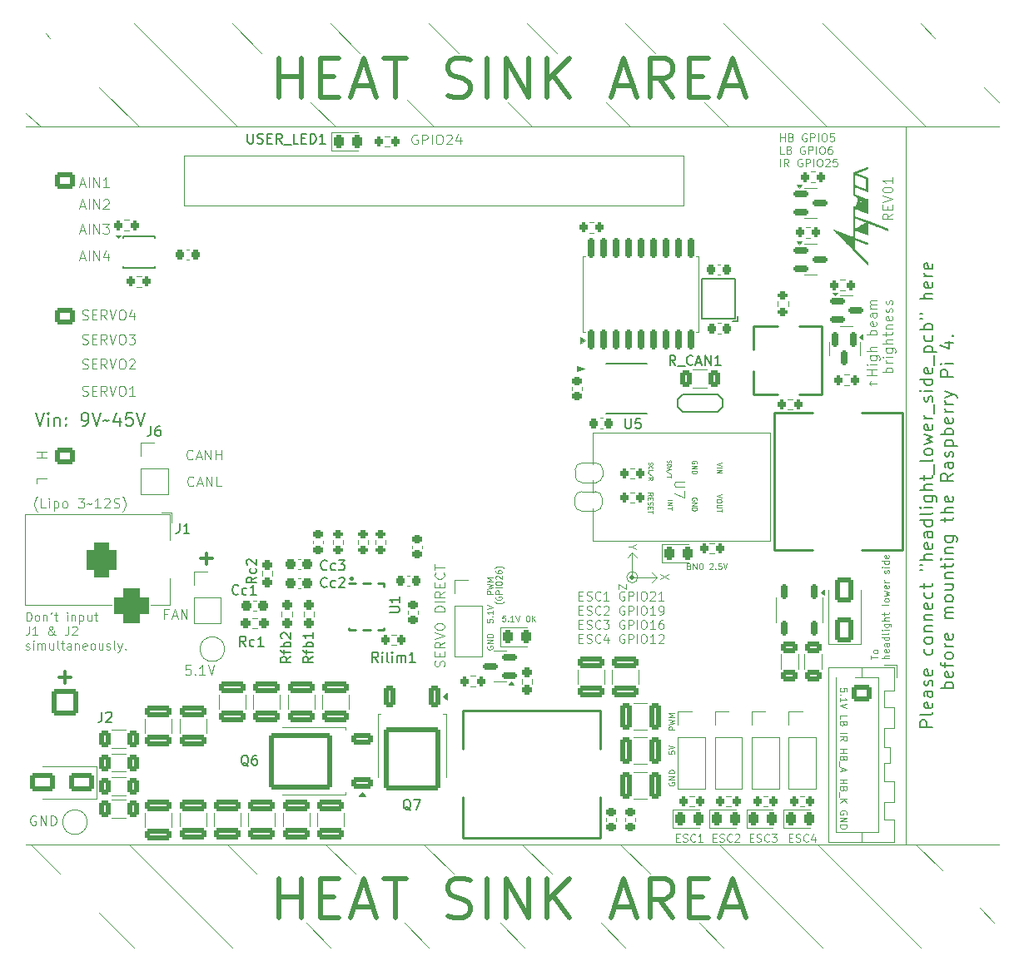
<source format=gbr>
%TF.GenerationSoftware,KiCad,Pcbnew,9.0.4*%
%TF.CreationDate,2025-09-15T15:41:38+09:00*%
%TF.ProjectId,control_unit,636f6e74-726f-46c5-9f75-6e69742e6b69,01*%
%TF.SameCoordinates,Original*%
%TF.FileFunction,Legend,Top*%
%TF.FilePolarity,Positive*%
%FSLAX46Y46*%
G04 Gerber Fmt 4.6, Leading zero omitted, Abs format (unit mm)*
G04 Created by KiCad (PCBNEW 9.0.4) date 2025-09-15 15:41:38*
%MOMM*%
%LPD*%
G01*
G04 APERTURE LIST*
G04 Aperture macros list*
%AMRoundRect*
0 Rectangle with rounded corners*
0 $1 Rounding radius*
0 $2 $3 $4 $5 $6 $7 $8 $9 X,Y pos of 4 corners*
0 Add a 4 corners polygon primitive as box body*
4,1,4,$2,$3,$4,$5,$6,$7,$8,$9,$2,$3,0*
0 Add four circle primitives for the rounded corners*
1,1,$1+$1,$2,$3*
1,1,$1+$1,$4,$5*
1,1,$1+$1,$6,$7*
1,1,$1+$1,$8,$9*
0 Add four rect primitives between the rounded corners*
20,1,$1+$1,$2,$3,$4,$5,0*
20,1,$1+$1,$4,$5,$6,$7,0*
20,1,$1+$1,$6,$7,$8,$9,0*
20,1,$1+$1,$8,$9,$2,$3,0*%
%AMFreePoly0*
4,1,23,0.500000,-0.750000,0.000000,-0.750000,0.000000,-0.745722,-0.065263,-0.745722,-0.191342,-0.711940,-0.304381,-0.646677,-0.396677,-0.554381,-0.461940,-0.441342,-0.495722,-0.315263,-0.495722,-0.250000,-0.500000,-0.250000,-0.500000,0.250000,-0.495722,0.250000,-0.495722,0.315263,-0.461940,0.441342,-0.396677,0.554381,-0.304381,0.646677,-0.191342,0.711940,-0.065263,0.745722,0.000000,0.745722,
0.000000,0.750000,0.500000,0.750000,0.500000,-0.750000,0.500000,-0.750000,$1*%
%AMFreePoly1*
4,1,23,0.000000,0.745722,0.065263,0.745722,0.191342,0.711940,0.304381,0.646677,0.396677,0.554381,0.461940,0.441342,0.495722,0.315263,0.495722,0.250000,0.500000,0.250000,0.500000,-0.250000,0.495722,-0.250000,0.495722,-0.315263,0.461940,-0.441342,0.396677,-0.554381,0.304381,-0.646677,0.191342,-0.711940,0.065263,-0.745722,0.000000,-0.745722,0.000000,-0.750000,-0.500000,-0.750000,
-0.500000,0.750000,0.000000,0.750000,0.000000,0.745722,0.000000,0.745722,$1*%
%AMFreePoly2*
4,1,13,0.900000,0.500000,2.600000,0.500000,2.600000,-0.500000,0.900000,-0.500000,0.400000,-1.000000,-0.400000,-1.000000,-0.900000,-0.500000,-2.600000,-0.500000,-2.600000,0.500000,-0.900000,0.500000,-0.400000,1.000000,0.400000,1.000000,0.900000,0.500000,0.900000,0.500000,$1*%
G04 Aperture macros list end*
%ADD10C,0.100000*%
%ADD11C,0.300000*%
%ADD12C,0.150000*%
%ADD13C,0.075000*%
%ADD14C,0.125000*%
%ADD15C,0.112500*%
%ADD16C,0.087500*%
%ADD17C,0.500000*%
%ADD18C,0.062500*%
%ADD19C,0.162500*%
%ADD20C,0.050000*%
%ADD21C,0.120000*%
%ADD22C,0.254000*%
%ADD23C,0.152000*%
%ADD24C,0.000000*%
%ADD25C,0.152400*%
%ADD26RoundRect,0.250000X-1.100000X0.325000X-1.100000X-0.325000X1.100000X-0.325000X1.100000X0.325000X0*%
%ADD27RoundRect,0.250000X1.100000X-0.325000X1.100000X0.325000X-1.100000X0.325000X-1.100000X-0.325000X0*%
%ADD28C,1.800000*%
%ADD29RoundRect,0.200000X0.275000X-0.200000X0.275000X0.200000X-0.275000X0.200000X-0.275000X-0.200000X0*%
%ADD30R,4.500000X4.500000*%
%ADD31RoundRect,0.200000X-0.200000X-0.275000X0.200000X-0.275000X0.200000X0.275000X-0.200000X0.275000X0*%
%ADD32C,2.000000*%
%ADD33RoundRect,0.225000X-0.225000X-0.250000X0.225000X-0.250000X0.225000X0.250000X-0.225000X0.250000X0*%
%ADD34C,1.400000*%
%ADD35RoundRect,0.250000X-0.312500X-0.625000X0.312500X-0.625000X0.312500X0.625000X-0.312500X0.625000X0*%
%ADD36R,1.800000X1.800000*%
%ADD37RoundRect,0.243750X-0.243750X-0.456250X0.243750X-0.456250X0.243750X0.456250X-0.243750X0.456250X0*%
%ADD38RoundRect,0.200000X-0.275000X0.200000X-0.275000X-0.200000X0.275000X-0.200000X0.275000X0.200000X0*%
%ADD39RoundRect,0.237500X-0.237500X0.250000X-0.237500X-0.250000X0.237500X-0.250000X0.237500X0.250000X0*%
%ADD40C,3.200000*%
%ADD41C,2.700000*%
%ADD42C,1.524000*%
%ADD43RoundRect,0.225000X0.250000X-0.225000X0.250000X0.225000X-0.250000X0.225000X-0.250000X-0.225000X0*%
%ADD44RoundRect,0.150000X0.150000X-0.875000X0.150000X0.875000X-0.150000X0.875000X-0.150000X-0.875000X0*%
%ADD45RoundRect,0.250000X0.850000X0.350000X-0.850000X0.350000X-0.850000X-0.350000X0.850000X-0.350000X0*%
%ADD46RoundRect,0.249997X2.950003X2.650003X-2.950003X2.650003X-2.950003X-2.650003X2.950003X-2.650003X0*%
%ADD47FreePoly0,180.000000*%
%ADD48FreePoly1,180.000000*%
%ADD49R,1.200000X1.400000*%
%ADD50RoundRect,0.175000X-0.175000X0.575000X-0.175000X-0.575000X0.175000X-0.575000X0.175000X0.575000X0*%
%ADD51FreePoly2,270.000000*%
%ADD52R,3.500000X3.500000*%
%ADD53RoundRect,0.750000X-0.750000X-1.000000X0.750000X-1.000000X0.750000X1.000000X-0.750000X1.000000X0*%
%ADD54RoundRect,0.875000X-0.875000X-0.875000X0.875000X-0.875000X0.875000X0.875000X-0.875000X0.875000X0*%
%ADD55RoundRect,0.250000X0.625000X-0.312500X0.625000X0.312500X-0.625000X0.312500X-0.625000X-0.312500X0*%
%ADD56RoundRect,0.225000X0.225000X0.250000X-0.225000X0.250000X-0.225000X-0.250000X0.225000X-0.250000X0*%
%ADD57RoundRect,0.237500X0.237500X-0.250000X0.237500X0.250000X-0.237500X0.250000X-0.237500X-0.250000X0*%
%ADD58RoundRect,0.150000X0.587500X0.150000X-0.587500X0.150000X-0.587500X-0.150000X0.587500X-0.150000X0*%
%ADD59RoundRect,0.250000X1.000000X0.650000X-1.000000X0.650000X-1.000000X-0.650000X1.000000X-0.650000X0*%
%ADD60RoundRect,0.200000X0.200000X0.275000X-0.200000X0.275000X-0.200000X-0.275000X0.200000X-0.275000X0*%
%ADD61RoundRect,0.250000X-0.325000X-1.100000X0.325000X-1.100000X0.325000X1.100000X-0.325000X1.100000X0*%
%ADD62RoundRect,0.237500X-0.250000X-0.237500X0.250000X-0.237500X0.250000X0.237500X-0.250000X0.237500X0*%
%ADD63RoundRect,0.150000X-0.587500X-0.150000X0.587500X-0.150000X0.587500X0.150000X-0.587500X0.150000X0*%
%ADD64RoundRect,0.237500X-0.300000X-0.237500X0.300000X-0.237500X0.300000X0.237500X-0.300000X0.237500X0*%
%ADD65RoundRect,0.225000X-0.250000X0.225000X-0.250000X-0.225000X0.250000X-0.225000X0.250000X0.225000X0*%
%ADD66R,1.700000X1.700000*%
%ADD67C,1.700000*%
%ADD68R,1.100000X0.250000*%
%ADD69RoundRect,0.250000X-0.350000X0.850000X-0.350000X-0.850000X0.350000X-0.850000X0.350000X0.850000X0*%
%ADD70RoundRect,0.249997X-2.650003X2.950003X-2.650003X-2.950003X2.650003X-2.950003X2.650003X2.950003X0*%
%ADD71C,1.250000*%
%ADD72RoundRect,0.250000X-0.725000X0.600000X-0.725000X-0.600000X0.725000X-0.600000X0.725000X0.600000X0*%
%ADD73O,1.950000X1.700000*%
%ADD74R,0.280000X0.850000*%
%ADD75R,0.850000X0.280000*%
%ADD76R,1.700000X2.700000*%
%ADD77RoundRect,0.150000X-0.150000X0.587500X-0.150000X-0.587500X0.150000X-0.587500X0.150000X0.587500X0*%
%ADD78RoundRect,0.250000X-0.625000X0.312500X-0.625000X-0.312500X0.625000X-0.312500X0.625000X0.312500X0*%
%ADD79RoundRect,0.250000X0.650000X-1.000000X0.650000X1.000000X-0.650000X1.000000X-0.650000X-1.000000X0*%
%ADD80R,1.981200X0.558800*%
%ADD81RoundRect,0.250001X-1.099999X1.099999X-1.099999X-1.099999X1.099999X-1.099999X1.099999X1.099999X0*%
G04 APERTURE END LIST*
D10*
X142525995Y-146599005D02*
X140025995Y-144099005D01*
X162525995Y-146599005D02*
X152025995Y-136099005D01*
X135525995Y-55599005D02*
X132525995Y-52599005D01*
X89025995Y-59099005D02*
X93025995Y-63099005D01*
X112525995Y-146599005D02*
X110025995Y-144099005D01*
X180525995Y-60599005D02*
X179025995Y-59099005D01*
X115025995Y-139099005D02*
X112025995Y-136099005D01*
X174750000Y-138750000D02*
X172025995Y-136099005D01*
X81525995Y-136099005D02*
X180525995Y-136099005D01*
X83025995Y-63099005D02*
X81500000Y-61750000D01*
X135025995Y-139099005D02*
X132025995Y-136099005D01*
X174025995Y-54099005D02*
X172525995Y-52599005D01*
X180025995Y-144099005D02*
X178525995Y-142599005D01*
X163025995Y-63099005D02*
X152525995Y-52599005D01*
X105525995Y-55599005D02*
X102525995Y-52599005D01*
X145525995Y-55599005D02*
X142525995Y-52599005D01*
X143025995Y-63099005D02*
X140525995Y-60599005D01*
X132275995Y-146599005D02*
X129775995Y-144099005D01*
X172525995Y-146599005D02*
X162025995Y-136099005D01*
X102525995Y-146599005D02*
X92025995Y-136099005D01*
X133025995Y-63099005D02*
X130525995Y-60599005D01*
X103025995Y-63099005D02*
X92525995Y-52599005D01*
X105025995Y-139099005D02*
X102025995Y-136099005D01*
X152525995Y-146599005D02*
X150025995Y-144099005D01*
X85025995Y-139099005D02*
X82025995Y-136099005D01*
X122525995Y-146599005D02*
X120025995Y-144099005D01*
X173025995Y-63099005D02*
X162525995Y-52599005D01*
X123025995Y-63099005D02*
X120275995Y-60349005D01*
X125525995Y-55599005D02*
X122525995Y-52599005D01*
X89025995Y-143099005D02*
X92525995Y-146599005D01*
X113025995Y-63099005D02*
X110525995Y-60599005D01*
X171025995Y-136099005D02*
X171025995Y-63099005D01*
X81500000Y-63099005D02*
X180525995Y-63099005D01*
X145025995Y-139099005D02*
X142025995Y-136099005D01*
X115525995Y-55599005D02*
X112525995Y-52599005D01*
X84025995Y-54099005D02*
X83525995Y-53599005D01*
X153025995Y-63099005D02*
X150525995Y-60599005D01*
X125025995Y-139099005D02*
X122025995Y-136099005D01*
D11*
X99354510Y-107029400D02*
X100497368Y-107029400D01*
X99925939Y-107600828D02*
X99925939Y-106457971D01*
D10*
X87032260Y-73685709D02*
X87508450Y-73685709D01*
X86937022Y-73971424D02*
X87270355Y-72971424D01*
X87270355Y-72971424D02*
X87603688Y-73971424D01*
X87937022Y-73971424D02*
X87937022Y-72971424D01*
X88413212Y-73971424D02*
X88413212Y-72971424D01*
X88413212Y-72971424D02*
X88984640Y-73971424D01*
X88984640Y-73971424D02*
X88984640Y-72971424D01*
X89365593Y-72971424D02*
X89984640Y-72971424D01*
X89984640Y-72971424D02*
X89651307Y-73352376D01*
X89651307Y-73352376D02*
X89794164Y-73352376D01*
X89794164Y-73352376D02*
X89889402Y-73399995D01*
X89889402Y-73399995D02*
X89937021Y-73447614D01*
X89937021Y-73447614D02*
X89984640Y-73542852D01*
X89984640Y-73542852D02*
X89984640Y-73780947D01*
X89984640Y-73780947D02*
X89937021Y-73876185D01*
X89937021Y-73876185D02*
X89889402Y-73923805D01*
X89889402Y-73923805D02*
X89794164Y-73971424D01*
X89794164Y-73971424D02*
X89508450Y-73971424D01*
X89508450Y-73971424D02*
X89413212Y-73923805D01*
X89413212Y-73923805D02*
X89365593Y-73876185D01*
D12*
X89266666Y-122654819D02*
X89266666Y-123369104D01*
X89266666Y-123369104D02*
X89219047Y-123511961D01*
X89219047Y-123511961D02*
X89123809Y-123607200D01*
X89123809Y-123607200D02*
X88980952Y-123654819D01*
X88980952Y-123654819D02*
X88885714Y-123654819D01*
X89695238Y-122750057D02*
X89742857Y-122702438D01*
X89742857Y-122702438D02*
X89838095Y-122654819D01*
X89838095Y-122654819D02*
X90076190Y-122654819D01*
X90076190Y-122654819D02*
X90171428Y-122702438D01*
X90171428Y-122702438D02*
X90219047Y-122750057D01*
X90219047Y-122750057D02*
X90266666Y-122845295D01*
X90266666Y-122845295D02*
X90266666Y-122940533D01*
X90266666Y-122940533D02*
X90219047Y-123083390D01*
X90219047Y-123083390D02*
X89647619Y-123654819D01*
X89647619Y-123654819D02*
X90266666Y-123654819D01*
D13*
X148992199Y-107808385D02*
X149077913Y-107836957D01*
X149077913Y-107836957D02*
X149106484Y-107865528D01*
X149106484Y-107865528D02*
X149135056Y-107922671D01*
X149135056Y-107922671D02*
X149135056Y-108008385D01*
X149135056Y-108008385D02*
X149106484Y-108065528D01*
X149106484Y-108065528D02*
X149077913Y-108094100D01*
X149077913Y-108094100D02*
X149020770Y-108122671D01*
X149020770Y-108122671D02*
X148792199Y-108122671D01*
X148792199Y-108122671D02*
X148792199Y-107522671D01*
X148792199Y-107522671D02*
X148992199Y-107522671D01*
X148992199Y-107522671D02*
X149049342Y-107551242D01*
X149049342Y-107551242D02*
X149077913Y-107579814D01*
X149077913Y-107579814D02*
X149106484Y-107636957D01*
X149106484Y-107636957D02*
X149106484Y-107694100D01*
X149106484Y-107694100D02*
X149077913Y-107751242D01*
X149077913Y-107751242D02*
X149049342Y-107779814D01*
X149049342Y-107779814D02*
X148992199Y-107808385D01*
X148992199Y-107808385D02*
X148792199Y-107808385D01*
X149392199Y-108122671D02*
X149392199Y-107522671D01*
X149392199Y-107522671D02*
X149735056Y-108122671D01*
X149735056Y-108122671D02*
X149735056Y-107522671D01*
X150135055Y-107522671D02*
X150249341Y-107522671D01*
X150249341Y-107522671D02*
X150306484Y-107551242D01*
X150306484Y-107551242D02*
X150363627Y-107608385D01*
X150363627Y-107608385D02*
X150392198Y-107722671D01*
X150392198Y-107722671D02*
X150392198Y-107922671D01*
X150392198Y-107922671D02*
X150363627Y-108036957D01*
X150363627Y-108036957D02*
X150306484Y-108094100D01*
X150306484Y-108094100D02*
X150249341Y-108122671D01*
X150249341Y-108122671D02*
X150135055Y-108122671D01*
X150135055Y-108122671D02*
X150077913Y-108094100D01*
X150077913Y-108094100D02*
X150020770Y-108036957D01*
X150020770Y-108036957D02*
X149992198Y-107922671D01*
X149992198Y-107922671D02*
X149992198Y-107722671D01*
X149992198Y-107722671D02*
X150020770Y-107608385D01*
X150020770Y-107608385D02*
X150077913Y-107551242D01*
X150077913Y-107551242D02*
X150135055Y-107522671D01*
X151077912Y-107579814D02*
X151106484Y-107551242D01*
X151106484Y-107551242D02*
X151163627Y-107522671D01*
X151163627Y-107522671D02*
X151306484Y-107522671D01*
X151306484Y-107522671D02*
X151363627Y-107551242D01*
X151363627Y-107551242D02*
X151392198Y-107579814D01*
X151392198Y-107579814D02*
X151420769Y-107636957D01*
X151420769Y-107636957D02*
X151420769Y-107694100D01*
X151420769Y-107694100D02*
X151392198Y-107779814D01*
X151392198Y-107779814D02*
X151049341Y-108122671D01*
X151049341Y-108122671D02*
X151420769Y-108122671D01*
X151677913Y-108065528D02*
X151706484Y-108094100D01*
X151706484Y-108094100D02*
X151677913Y-108122671D01*
X151677913Y-108122671D02*
X151649341Y-108094100D01*
X151649341Y-108094100D02*
X151677913Y-108065528D01*
X151677913Y-108065528D02*
X151677913Y-108122671D01*
X152249341Y-107522671D02*
X151963627Y-107522671D01*
X151963627Y-107522671D02*
X151935055Y-107808385D01*
X151935055Y-107808385D02*
X151963627Y-107779814D01*
X151963627Y-107779814D02*
X152020770Y-107751242D01*
X152020770Y-107751242D02*
X152163627Y-107751242D01*
X152163627Y-107751242D02*
X152220770Y-107779814D01*
X152220770Y-107779814D02*
X152249341Y-107808385D01*
X152249341Y-107808385D02*
X152277912Y-107865528D01*
X152277912Y-107865528D02*
X152277912Y-108008385D01*
X152277912Y-108008385D02*
X152249341Y-108065528D01*
X152249341Y-108065528D02*
X152220770Y-108094100D01*
X152220770Y-108094100D02*
X152163627Y-108122671D01*
X152163627Y-108122671D02*
X152020770Y-108122671D01*
X152020770Y-108122671D02*
X151963627Y-108094100D01*
X151963627Y-108094100D02*
X151935055Y-108065528D01*
X152449341Y-107522671D02*
X152649341Y-108122671D01*
X152649341Y-108122671D02*
X152849341Y-107522671D01*
D10*
X87282260Y-90423805D02*
X87425117Y-90471424D01*
X87425117Y-90471424D02*
X87663212Y-90471424D01*
X87663212Y-90471424D02*
X87758450Y-90423805D01*
X87758450Y-90423805D02*
X87806069Y-90376185D01*
X87806069Y-90376185D02*
X87853688Y-90280947D01*
X87853688Y-90280947D02*
X87853688Y-90185709D01*
X87853688Y-90185709D02*
X87806069Y-90090471D01*
X87806069Y-90090471D02*
X87758450Y-90042852D01*
X87758450Y-90042852D02*
X87663212Y-89995233D01*
X87663212Y-89995233D02*
X87472736Y-89947614D01*
X87472736Y-89947614D02*
X87377498Y-89899995D01*
X87377498Y-89899995D02*
X87329879Y-89852376D01*
X87329879Y-89852376D02*
X87282260Y-89757138D01*
X87282260Y-89757138D02*
X87282260Y-89661900D01*
X87282260Y-89661900D02*
X87329879Y-89566662D01*
X87329879Y-89566662D02*
X87377498Y-89519043D01*
X87377498Y-89519043D02*
X87472736Y-89471424D01*
X87472736Y-89471424D02*
X87710831Y-89471424D01*
X87710831Y-89471424D02*
X87853688Y-89519043D01*
X88282260Y-89947614D02*
X88615593Y-89947614D01*
X88758450Y-90471424D02*
X88282260Y-90471424D01*
X88282260Y-90471424D02*
X88282260Y-89471424D01*
X88282260Y-89471424D02*
X88758450Y-89471424D01*
X89758450Y-90471424D02*
X89425117Y-89995233D01*
X89187022Y-90471424D02*
X89187022Y-89471424D01*
X89187022Y-89471424D02*
X89567974Y-89471424D01*
X89567974Y-89471424D02*
X89663212Y-89519043D01*
X89663212Y-89519043D02*
X89710831Y-89566662D01*
X89710831Y-89566662D02*
X89758450Y-89661900D01*
X89758450Y-89661900D02*
X89758450Y-89804757D01*
X89758450Y-89804757D02*
X89710831Y-89899995D01*
X89710831Y-89899995D02*
X89663212Y-89947614D01*
X89663212Y-89947614D02*
X89567974Y-89995233D01*
X89567974Y-89995233D02*
X89187022Y-89995233D01*
X90044165Y-89471424D02*
X90377498Y-90471424D01*
X90377498Y-90471424D02*
X90710831Y-89471424D01*
X91234641Y-89471424D02*
X91425117Y-89471424D01*
X91425117Y-89471424D02*
X91520355Y-89519043D01*
X91520355Y-89519043D02*
X91615593Y-89614281D01*
X91615593Y-89614281D02*
X91663212Y-89804757D01*
X91663212Y-89804757D02*
X91663212Y-90138090D01*
X91663212Y-90138090D02*
X91615593Y-90328566D01*
X91615593Y-90328566D02*
X91520355Y-90423805D01*
X91520355Y-90423805D02*
X91425117Y-90471424D01*
X91425117Y-90471424D02*
X91234641Y-90471424D01*
X91234641Y-90471424D02*
X91139403Y-90423805D01*
X91139403Y-90423805D02*
X91044165Y-90328566D01*
X91044165Y-90328566D02*
X90996546Y-90138090D01*
X90996546Y-90138090D02*
X90996546Y-89804757D01*
X90996546Y-89804757D02*
X91044165Y-89614281D01*
X91044165Y-89614281D02*
X91139403Y-89519043D01*
X91139403Y-89519043D02*
X91234641Y-89471424D01*
X92615593Y-90471424D02*
X92044165Y-90471424D01*
X92329879Y-90471424D02*
X92329879Y-89471424D01*
X92329879Y-89471424D02*
X92234641Y-89614281D01*
X92234641Y-89614281D02*
X92139403Y-89709519D01*
X92139403Y-89709519D02*
X92044165Y-89757138D01*
X151416666Y-135445847D02*
X151683332Y-135445847D01*
X151797618Y-135864895D02*
X151416666Y-135864895D01*
X151416666Y-135864895D02*
X151416666Y-135064895D01*
X151416666Y-135064895D02*
X151797618Y-135064895D01*
X152102380Y-135826800D02*
X152216666Y-135864895D01*
X152216666Y-135864895D02*
X152407142Y-135864895D01*
X152407142Y-135864895D02*
X152483333Y-135826800D01*
X152483333Y-135826800D02*
X152521428Y-135788704D01*
X152521428Y-135788704D02*
X152559523Y-135712514D01*
X152559523Y-135712514D02*
X152559523Y-135636323D01*
X152559523Y-135636323D02*
X152521428Y-135560133D01*
X152521428Y-135560133D02*
X152483333Y-135522038D01*
X152483333Y-135522038D02*
X152407142Y-135483942D01*
X152407142Y-135483942D02*
X152254761Y-135445847D01*
X152254761Y-135445847D02*
X152178571Y-135407752D01*
X152178571Y-135407752D02*
X152140476Y-135369657D01*
X152140476Y-135369657D02*
X152102380Y-135293466D01*
X152102380Y-135293466D02*
X152102380Y-135217276D01*
X152102380Y-135217276D02*
X152140476Y-135141085D01*
X152140476Y-135141085D02*
X152178571Y-135102990D01*
X152178571Y-135102990D02*
X152254761Y-135064895D01*
X152254761Y-135064895D02*
X152445238Y-135064895D01*
X152445238Y-135064895D02*
X152559523Y-135102990D01*
X153359524Y-135788704D02*
X153321428Y-135826800D01*
X153321428Y-135826800D02*
X153207143Y-135864895D01*
X153207143Y-135864895D02*
X153130952Y-135864895D01*
X153130952Y-135864895D02*
X153016666Y-135826800D01*
X153016666Y-135826800D02*
X152940476Y-135750609D01*
X152940476Y-135750609D02*
X152902381Y-135674419D01*
X152902381Y-135674419D02*
X152864285Y-135522038D01*
X152864285Y-135522038D02*
X152864285Y-135407752D01*
X152864285Y-135407752D02*
X152902381Y-135255371D01*
X152902381Y-135255371D02*
X152940476Y-135179180D01*
X152940476Y-135179180D02*
X153016666Y-135102990D01*
X153016666Y-135102990D02*
X153130952Y-135064895D01*
X153130952Y-135064895D02*
X153207143Y-135064895D01*
X153207143Y-135064895D02*
X153321428Y-135102990D01*
X153321428Y-135102990D02*
X153359524Y-135141085D01*
X153664285Y-135141085D02*
X153702381Y-135102990D01*
X153702381Y-135102990D02*
X153778571Y-135064895D01*
X153778571Y-135064895D02*
X153969047Y-135064895D01*
X153969047Y-135064895D02*
X154045238Y-135102990D01*
X154045238Y-135102990D02*
X154083333Y-135141085D01*
X154083333Y-135141085D02*
X154121428Y-135217276D01*
X154121428Y-135217276D02*
X154121428Y-135293466D01*
X154121428Y-135293466D02*
X154083333Y-135407752D01*
X154083333Y-135407752D02*
X153626190Y-135864895D01*
X153626190Y-135864895D02*
X154121428Y-135864895D01*
X158256265Y-64570985D02*
X158256265Y-63770985D01*
X158256265Y-64151937D02*
X158713408Y-64151937D01*
X158713408Y-64570985D02*
X158713408Y-63770985D01*
X159361026Y-64151937D02*
X159475312Y-64190032D01*
X159475312Y-64190032D02*
X159513407Y-64228128D01*
X159513407Y-64228128D02*
X159551503Y-64304318D01*
X159551503Y-64304318D02*
X159551503Y-64418604D01*
X159551503Y-64418604D02*
X159513407Y-64494794D01*
X159513407Y-64494794D02*
X159475312Y-64532890D01*
X159475312Y-64532890D02*
X159399122Y-64570985D01*
X159399122Y-64570985D02*
X159094360Y-64570985D01*
X159094360Y-64570985D02*
X159094360Y-63770985D01*
X159094360Y-63770985D02*
X159361026Y-63770985D01*
X159361026Y-63770985D02*
X159437217Y-63809080D01*
X159437217Y-63809080D02*
X159475312Y-63847175D01*
X159475312Y-63847175D02*
X159513407Y-63923366D01*
X159513407Y-63923366D02*
X159513407Y-63999556D01*
X159513407Y-63999556D02*
X159475312Y-64075747D01*
X159475312Y-64075747D02*
X159437217Y-64113842D01*
X159437217Y-64113842D02*
X159361026Y-64151937D01*
X159361026Y-64151937D02*
X159094360Y-64151937D01*
X160922931Y-63809080D02*
X160846741Y-63770985D01*
X160846741Y-63770985D02*
X160732455Y-63770985D01*
X160732455Y-63770985D02*
X160618169Y-63809080D01*
X160618169Y-63809080D02*
X160541979Y-63885270D01*
X160541979Y-63885270D02*
X160503884Y-63961461D01*
X160503884Y-63961461D02*
X160465788Y-64113842D01*
X160465788Y-64113842D02*
X160465788Y-64228128D01*
X160465788Y-64228128D02*
X160503884Y-64380509D01*
X160503884Y-64380509D02*
X160541979Y-64456699D01*
X160541979Y-64456699D02*
X160618169Y-64532890D01*
X160618169Y-64532890D02*
X160732455Y-64570985D01*
X160732455Y-64570985D02*
X160808646Y-64570985D01*
X160808646Y-64570985D02*
X160922931Y-64532890D01*
X160922931Y-64532890D02*
X160961027Y-64494794D01*
X160961027Y-64494794D02*
X160961027Y-64228128D01*
X160961027Y-64228128D02*
X160808646Y-64228128D01*
X161303884Y-64570985D02*
X161303884Y-63770985D01*
X161303884Y-63770985D02*
X161608646Y-63770985D01*
X161608646Y-63770985D02*
X161684836Y-63809080D01*
X161684836Y-63809080D02*
X161722931Y-63847175D01*
X161722931Y-63847175D02*
X161761027Y-63923366D01*
X161761027Y-63923366D02*
X161761027Y-64037651D01*
X161761027Y-64037651D02*
X161722931Y-64113842D01*
X161722931Y-64113842D02*
X161684836Y-64151937D01*
X161684836Y-64151937D02*
X161608646Y-64190032D01*
X161608646Y-64190032D02*
X161303884Y-64190032D01*
X162103884Y-64570985D02*
X162103884Y-63770985D01*
X162637217Y-63770985D02*
X162789598Y-63770985D01*
X162789598Y-63770985D02*
X162865788Y-63809080D01*
X162865788Y-63809080D02*
X162941979Y-63885270D01*
X162941979Y-63885270D02*
X162980074Y-64037651D01*
X162980074Y-64037651D02*
X162980074Y-64304318D01*
X162980074Y-64304318D02*
X162941979Y-64456699D01*
X162941979Y-64456699D02*
X162865788Y-64532890D01*
X162865788Y-64532890D02*
X162789598Y-64570985D01*
X162789598Y-64570985D02*
X162637217Y-64570985D01*
X162637217Y-64570985D02*
X162561026Y-64532890D01*
X162561026Y-64532890D02*
X162484836Y-64456699D01*
X162484836Y-64456699D02*
X162446740Y-64304318D01*
X162446740Y-64304318D02*
X162446740Y-64037651D01*
X162446740Y-64037651D02*
X162484836Y-63885270D01*
X162484836Y-63885270D02*
X162561026Y-63809080D01*
X162561026Y-63809080D02*
X162637217Y-63770985D01*
X163703883Y-63770985D02*
X163322931Y-63770985D01*
X163322931Y-63770985D02*
X163284835Y-64151937D01*
X163284835Y-64151937D02*
X163322931Y-64113842D01*
X163322931Y-64113842D02*
X163399121Y-64075747D01*
X163399121Y-64075747D02*
X163589597Y-64075747D01*
X163589597Y-64075747D02*
X163665788Y-64113842D01*
X163665788Y-64113842D02*
X163703883Y-64151937D01*
X163703883Y-64151937D02*
X163741978Y-64228128D01*
X163741978Y-64228128D02*
X163741978Y-64418604D01*
X163741978Y-64418604D02*
X163703883Y-64494794D01*
X163703883Y-64494794D02*
X163665788Y-64532890D01*
X163665788Y-64532890D02*
X163589597Y-64570985D01*
X163589597Y-64570985D02*
X163399121Y-64570985D01*
X163399121Y-64570985D02*
X163322931Y-64532890D01*
X163322931Y-64532890D02*
X163284835Y-64494794D01*
X158637217Y-65858940D02*
X158256265Y-65858940D01*
X158256265Y-65858940D02*
X158256265Y-65058940D01*
X159170550Y-65439892D02*
X159284836Y-65477987D01*
X159284836Y-65477987D02*
X159322931Y-65516083D01*
X159322931Y-65516083D02*
X159361027Y-65592273D01*
X159361027Y-65592273D02*
X159361027Y-65706559D01*
X159361027Y-65706559D02*
X159322931Y-65782749D01*
X159322931Y-65782749D02*
X159284836Y-65820845D01*
X159284836Y-65820845D02*
X159208646Y-65858940D01*
X159208646Y-65858940D02*
X158903884Y-65858940D01*
X158903884Y-65858940D02*
X158903884Y-65058940D01*
X158903884Y-65058940D02*
X159170550Y-65058940D01*
X159170550Y-65058940D02*
X159246741Y-65097035D01*
X159246741Y-65097035D02*
X159284836Y-65135130D01*
X159284836Y-65135130D02*
X159322931Y-65211321D01*
X159322931Y-65211321D02*
X159322931Y-65287511D01*
X159322931Y-65287511D02*
X159284836Y-65363702D01*
X159284836Y-65363702D02*
X159246741Y-65401797D01*
X159246741Y-65401797D02*
X159170550Y-65439892D01*
X159170550Y-65439892D02*
X158903884Y-65439892D01*
X160732455Y-65097035D02*
X160656265Y-65058940D01*
X160656265Y-65058940D02*
X160541979Y-65058940D01*
X160541979Y-65058940D02*
X160427693Y-65097035D01*
X160427693Y-65097035D02*
X160351503Y-65173225D01*
X160351503Y-65173225D02*
X160313408Y-65249416D01*
X160313408Y-65249416D02*
X160275312Y-65401797D01*
X160275312Y-65401797D02*
X160275312Y-65516083D01*
X160275312Y-65516083D02*
X160313408Y-65668464D01*
X160313408Y-65668464D02*
X160351503Y-65744654D01*
X160351503Y-65744654D02*
X160427693Y-65820845D01*
X160427693Y-65820845D02*
X160541979Y-65858940D01*
X160541979Y-65858940D02*
X160618170Y-65858940D01*
X160618170Y-65858940D02*
X160732455Y-65820845D01*
X160732455Y-65820845D02*
X160770551Y-65782749D01*
X160770551Y-65782749D02*
X160770551Y-65516083D01*
X160770551Y-65516083D02*
X160618170Y-65516083D01*
X161113408Y-65858940D02*
X161113408Y-65058940D01*
X161113408Y-65058940D02*
X161418170Y-65058940D01*
X161418170Y-65058940D02*
X161494360Y-65097035D01*
X161494360Y-65097035D02*
X161532455Y-65135130D01*
X161532455Y-65135130D02*
X161570551Y-65211321D01*
X161570551Y-65211321D02*
X161570551Y-65325606D01*
X161570551Y-65325606D02*
X161532455Y-65401797D01*
X161532455Y-65401797D02*
X161494360Y-65439892D01*
X161494360Y-65439892D02*
X161418170Y-65477987D01*
X161418170Y-65477987D02*
X161113408Y-65477987D01*
X161913408Y-65858940D02*
X161913408Y-65058940D01*
X162446741Y-65058940D02*
X162599122Y-65058940D01*
X162599122Y-65058940D02*
X162675312Y-65097035D01*
X162675312Y-65097035D02*
X162751503Y-65173225D01*
X162751503Y-65173225D02*
X162789598Y-65325606D01*
X162789598Y-65325606D02*
X162789598Y-65592273D01*
X162789598Y-65592273D02*
X162751503Y-65744654D01*
X162751503Y-65744654D02*
X162675312Y-65820845D01*
X162675312Y-65820845D02*
X162599122Y-65858940D01*
X162599122Y-65858940D02*
X162446741Y-65858940D01*
X162446741Y-65858940D02*
X162370550Y-65820845D01*
X162370550Y-65820845D02*
X162294360Y-65744654D01*
X162294360Y-65744654D02*
X162256264Y-65592273D01*
X162256264Y-65592273D02*
X162256264Y-65325606D01*
X162256264Y-65325606D02*
X162294360Y-65173225D01*
X162294360Y-65173225D02*
X162370550Y-65097035D01*
X162370550Y-65097035D02*
X162446741Y-65058940D01*
X163475312Y-65058940D02*
X163322931Y-65058940D01*
X163322931Y-65058940D02*
X163246740Y-65097035D01*
X163246740Y-65097035D02*
X163208645Y-65135130D01*
X163208645Y-65135130D02*
X163132455Y-65249416D01*
X163132455Y-65249416D02*
X163094359Y-65401797D01*
X163094359Y-65401797D02*
X163094359Y-65706559D01*
X163094359Y-65706559D02*
X163132455Y-65782749D01*
X163132455Y-65782749D02*
X163170550Y-65820845D01*
X163170550Y-65820845D02*
X163246740Y-65858940D01*
X163246740Y-65858940D02*
X163399121Y-65858940D01*
X163399121Y-65858940D02*
X163475312Y-65820845D01*
X163475312Y-65820845D02*
X163513407Y-65782749D01*
X163513407Y-65782749D02*
X163551502Y-65706559D01*
X163551502Y-65706559D02*
X163551502Y-65516083D01*
X163551502Y-65516083D02*
X163513407Y-65439892D01*
X163513407Y-65439892D02*
X163475312Y-65401797D01*
X163475312Y-65401797D02*
X163399121Y-65363702D01*
X163399121Y-65363702D02*
X163246740Y-65363702D01*
X163246740Y-65363702D02*
X163170550Y-65401797D01*
X163170550Y-65401797D02*
X163132455Y-65439892D01*
X163132455Y-65439892D02*
X163094359Y-65516083D01*
X158256265Y-67146895D02*
X158256265Y-66346895D01*
X159094360Y-67146895D02*
X158827693Y-66765942D01*
X158637217Y-67146895D02*
X158637217Y-66346895D01*
X158637217Y-66346895D02*
X158941979Y-66346895D01*
X158941979Y-66346895D02*
X159018169Y-66384990D01*
X159018169Y-66384990D02*
X159056264Y-66423085D01*
X159056264Y-66423085D02*
X159094360Y-66499276D01*
X159094360Y-66499276D02*
X159094360Y-66613561D01*
X159094360Y-66613561D02*
X159056264Y-66689752D01*
X159056264Y-66689752D02*
X159018169Y-66727847D01*
X159018169Y-66727847D02*
X158941979Y-66765942D01*
X158941979Y-66765942D02*
X158637217Y-66765942D01*
X160465788Y-66384990D02*
X160389598Y-66346895D01*
X160389598Y-66346895D02*
X160275312Y-66346895D01*
X160275312Y-66346895D02*
X160161026Y-66384990D01*
X160161026Y-66384990D02*
X160084836Y-66461180D01*
X160084836Y-66461180D02*
X160046741Y-66537371D01*
X160046741Y-66537371D02*
X160008645Y-66689752D01*
X160008645Y-66689752D02*
X160008645Y-66804038D01*
X160008645Y-66804038D02*
X160046741Y-66956419D01*
X160046741Y-66956419D02*
X160084836Y-67032609D01*
X160084836Y-67032609D02*
X160161026Y-67108800D01*
X160161026Y-67108800D02*
X160275312Y-67146895D01*
X160275312Y-67146895D02*
X160351503Y-67146895D01*
X160351503Y-67146895D02*
X160465788Y-67108800D01*
X160465788Y-67108800D02*
X160503884Y-67070704D01*
X160503884Y-67070704D02*
X160503884Y-66804038D01*
X160503884Y-66804038D02*
X160351503Y-66804038D01*
X160846741Y-67146895D02*
X160846741Y-66346895D01*
X160846741Y-66346895D02*
X161151503Y-66346895D01*
X161151503Y-66346895D02*
X161227693Y-66384990D01*
X161227693Y-66384990D02*
X161265788Y-66423085D01*
X161265788Y-66423085D02*
X161303884Y-66499276D01*
X161303884Y-66499276D02*
X161303884Y-66613561D01*
X161303884Y-66613561D02*
X161265788Y-66689752D01*
X161265788Y-66689752D02*
X161227693Y-66727847D01*
X161227693Y-66727847D02*
X161151503Y-66765942D01*
X161151503Y-66765942D02*
X160846741Y-66765942D01*
X161646741Y-67146895D02*
X161646741Y-66346895D01*
X162180074Y-66346895D02*
X162332455Y-66346895D01*
X162332455Y-66346895D02*
X162408645Y-66384990D01*
X162408645Y-66384990D02*
X162484836Y-66461180D01*
X162484836Y-66461180D02*
X162522931Y-66613561D01*
X162522931Y-66613561D02*
X162522931Y-66880228D01*
X162522931Y-66880228D02*
X162484836Y-67032609D01*
X162484836Y-67032609D02*
X162408645Y-67108800D01*
X162408645Y-67108800D02*
X162332455Y-67146895D01*
X162332455Y-67146895D02*
X162180074Y-67146895D01*
X162180074Y-67146895D02*
X162103883Y-67108800D01*
X162103883Y-67108800D02*
X162027693Y-67032609D01*
X162027693Y-67032609D02*
X161989597Y-66880228D01*
X161989597Y-66880228D02*
X161989597Y-66613561D01*
X161989597Y-66613561D02*
X162027693Y-66461180D01*
X162027693Y-66461180D02*
X162103883Y-66384990D01*
X162103883Y-66384990D02*
X162180074Y-66346895D01*
X162827692Y-66423085D02*
X162865788Y-66384990D01*
X162865788Y-66384990D02*
X162941978Y-66346895D01*
X162941978Y-66346895D02*
X163132454Y-66346895D01*
X163132454Y-66346895D02*
X163208645Y-66384990D01*
X163208645Y-66384990D02*
X163246740Y-66423085D01*
X163246740Y-66423085D02*
X163284835Y-66499276D01*
X163284835Y-66499276D02*
X163284835Y-66575466D01*
X163284835Y-66575466D02*
X163246740Y-66689752D01*
X163246740Y-66689752D02*
X162789597Y-67146895D01*
X162789597Y-67146895D02*
X163284835Y-67146895D01*
X164008645Y-66346895D02*
X163627693Y-66346895D01*
X163627693Y-66346895D02*
X163589597Y-66727847D01*
X163589597Y-66727847D02*
X163627693Y-66689752D01*
X163627693Y-66689752D02*
X163703883Y-66651657D01*
X163703883Y-66651657D02*
X163894359Y-66651657D01*
X163894359Y-66651657D02*
X163970550Y-66689752D01*
X163970550Y-66689752D02*
X164008645Y-66727847D01*
X164008645Y-66727847D02*
X164046740Y-66804038D01*
X164046740Y-66804038D02*
X164046740Y-66994514D01*
X164046740Y-66994514D02*
X164008645Y-67070704D01*
X164008645Y-67070704D02*
X163970550Y-67108800D01*
X163970550Y-67108800D02*
X163894359Y-67146895D01*
X163894359Y-67146895D02*
X163703883Y-67146895D01*
X163703883Y-67146895D02*
X163627693Y-67108800D01*
X163627693Y-67108800D02*
X163589597Y-67070704D01*
D14*
X98491759Y-96875880D02*
X98444140Y-96923500D01*
X98444140Y-96923500D02*
X98301283Y-96971119D01*
X98301283Y-96971119D02*
X98206045Y-96971119D01*
X98206045Y-96971119D02*
X98063188Y-96923500D01*
X98063188Y-96923500D02*
X97967950Y-96828261D01*
X97967950Y-96828261D02*
X97920331Y-96733023D01*
X97920331Y-96733023D02*
X97872712Y-96542547D01*
X97872712Y-96542547D02*
X97872712Y-96399690D01*
X97872712Y-96399690D02*
X97920331Y-96209214D01*
X97920331Y-96209214D02*
X97967950Y-96113976D01*
X97967950Y-96113976D02*
X98063188Y-96018738D01*
X98063188Y-96018738D02*
X98206045Y-95971119D01*
X98206045Y-95971119D02*
X98301283Y-95971119D01*
X98301283Y-95971119D02*
X98444140Y-96018738D01*
X98444140Y-96018738D02*
X98491759Y-96066357D01*
X98872712Y-96685404D02*
X99348902Y-96685404D01*
X98777474Y-96971119D02*
X99110807Y-95971119D01*
X99110807Y-95971119D02*
X99444140Y-96971119D01*
X99777474Y-96971119D02*
X99777474Y-95971119D01*
X99777474Y-95971119D02*
X100348902Y-96971119D01*
X100348902Y-96971119D02*
X100348902Y-95971119D01*
X100825093Y-96971119D02*
X100825093Y-95971119D01*
X100825093Y-96447309D02*
X101396521Y-96447309D01*
X101396521Y-96971119D02*
X101396521Y-95971119D01*
D10*
X87032260Y-68935709D02*
X87508450Y-68935709D01*
X86937022Y-69221424D02*
X87270355Y-68221424D01*
X87270355Y-68221424D02*
X87603688Y-69221424D01*
X87937022Y-69221424D02*
X87937022Y-68221424D01*
X88413212Y-69221424D02*
X88413212Y-68221424D01*
X88413212Y-68221424D02*
X88984640Y-69221424D01*
X88984640Y-69221424D02*
X88984640Y-68221424D01*
X89984640Y-69221424D02*
X89413212Y-69221424D01*
X89698926Y-69221424D02*
X89698926Y-68221424D01*
X89698926Y-68221424D02*
X89603688Y-68364281D01*
X89603688Y-68364281D02*
X89508450Y-68459519D01*
X89508450Y-68459519D02*
X89413212Y-68507138D01*
D15*
X137788298Y-110815728D02*
X138088298Y-110815728D01*
X138216870Y-111287157D02*
X137788298Y-111287157D01*
X137788298Y-111287157D02*
X137788298Y-110387157D01*
X137788298Y-110387157D02*
X138216870Y-110387157D01*
X138559727Y-111244300D02*
X138688299Y-111287157D01*
X138688299Y-111287157D02*
X138902584Y-111287157D01*
X138902584Y-111287157D02*
X138988299Y-111244300D01*
X138988299Y-111244300D02*
X139031156Y-111201442D01*
X139031156Y-111201442D02*
X139074013Y-111115728D01*
X139074013Y-111115728D02*
X139074013Y-111030014D01*
X139074013Y-111030014D02*
X139031156Y-110944300D01*
X139031156Y-110944300D02*
X138988299Y-110901442D01*
X138988299Y-110901442D02*
X138902584Y-110858585D01*
X138902584Y-110858585D02*
X138731156Y-110815728D01*
X138731156Y-110815728D02*
X138645441Y-110772871D01*
X138645441Y-110772871D02*
X138602584Y-110730014D01*
X138602584Y-110730014D02*
X138559727Y-110644300D01*
X138559727Y-110644300D02*
X138559727Y-110558585D01*
X138559727Y-110558585D02*
X138602584Y-110472871D01*
X138602584Y-110472871D02*
X138645441Y-110430014D01*
X138645441Y-110430014D02*
X138731156Y-110387157D01*
X138731156Y-110387157D02*
X138945441Y-110387157D01*
X138945441Y-110387157D02*
X139074013Y-110430014D01*
X139974013Y-111201442D02*
X139931156Y-111244300D01*
X139931156Y-111244300D02*
X139802584Y-111287157D01*
X139802584Y-111287157D02*
X139716870Y-111287157D01*
X139716870Y-111287157D02*
X139588299Y-111244300D01*
X139588299Y-111244300D02*
X139502584Y-111158585D01*
X139502584Y-111158585D02*
X139459727Y-111072871D01*
X139459727Y-111072871D02*
X139416870Y-110901442D01*
X139416870Y-110901442D02*
X139416870Y-110772871D01*
X139416870Y-110772871D02*
X139459727Y-110601442D01*
X139459727Y-110601442D02*
X139502584Y-110515728D01*
X139502584Y-110515728D02*
X139588299Y-110430014D01*
X139588299Y-110430014D02*
X139716870Y-110387157D01*
X139716870Y-110387157D02*
X139802584Y-110387157D01*
X139802584Y-110387157D02*
X139931156Y-110430014D01*
X139931156Y-110430014D02*
X139974013Y-110472871D01*
X140831156Y-111287157D02*
X140316870Y-111287157D01*
X140574013Y-111287157D02*
X140574013Y-110387157D01*
X140574013Y-110387157D02*
X140488299Y-110515728D01*
X140488299Y-110515728D02*
X140402584Y-110601442D01*
X140402584Y-110601442D02*
X140316870Y-110644300D01*
X142374013Y-110430014D02*
X142288299Y-110387157D01*
X142288299Y-110387157D02*
X142159727Y-110387157D01*
X142159727Y-110387157D02*
X142031156Y-110430014D01*
X142031156Y-110430014D02*
X141945441Y-110515728D01*
X141945441Y-110515728D02*
X141902584Y-110601442D01*
X141902584Y-110601442D02*
X141859727Y-110772871D01*
X141859727Y-110772871D02*
X141859727Y-110901442D01*
X141859727Y-110901442D02*
X141902584Y-111072871D01*
X141902584Y-111072871D02*
X141945441Y-111158585D01*
X141945441Y-111158585D02*
X142031156Y-111244300D01*
X142031156Y-111244300D02*
X142159727Y-111287157D01*
X142159727Y-111287157D02*
X142245441Y-111287157D01*
X142245441Y-111287157D02*
X142374013Y-111244300D01*
X142374013Y-111244300D02*
X142416870Y-111201442D01*
X142416870Y-111201442D02*
X142416870Y-110901442D01*
X142416870Y-110901442D02*
X142245441Y-110901442D01*
X142802584Y-111287157D02*
X142802584Y-110387157D01*
X142802584Y-110387157D02*
X143145441Y-110387157D01*
X143145441Y-110387157D02*
X143231156Y-110430014D01*
X143231156Y-110430014D02*
X143274013Y-110472871D01*
X143274013Y-110472871D02*
X143316870Y-110558585D01*
X143316870Y-110558585D02*
X143316870Y-110687157D01*
X143316870Y-110687157D02*
X143274013Y-110772871D01*
X143274013Y-110772871D02*
X143231156Y-110815728D01*
X143231156Y-110815728D02*
X143145441Y-110858585D01*
X143145441Y-110858585D02*
X142802584Y-110858585D01*
X143702584Y-111287157D02*
X143702584Y-110387157D01*
X144302584Y-110387157D02*
X144474012Y-110387157D01*
X144474012Y-110387157D02*
X144559727Y-110430014D01*
X144559727Y-110430014D02*
X144645441Y-110515728D01*
X144645441Y-110515728D02*
X144688298Y-110687157D01*
X144688298Y-110687157D02*
X144688298Y-110987157D01*
X144688298Y-110987157D02*
X144645441Y-111158585D01*
X144645441Y-111158585D02*
X144559727Y-111244300D01*
X144559727Y-111244300D02*
X144474012Y-111287157D01*
X144474012Y-111287157D02*
X144302584Y-111287157D01*
X144302584Y-111287157D02*
X144216870Y-111244300D01*
X144216870Y-111244300D02*
X144131155Y-111158585D01*
X144131155Y-111158585D02*
X144088298Y-110987157D01*
X144088298Y-110987157D02*
X144088298Y-110687157D01*
X144088298Y-110687157D02*
X144131155Y-110515728D01*
X144131155Y-110515728D02*
X144216870Y-110430014D01*
X144216870Y-110430014D02*
X144302584Y-110387157D01*
X145031155Y-110472871D02*
X145074012Y-110430014D01*
X145074012Y-110430014D02*
X145159727Y-110387157D01*
X145159727Y-110387157D02*
X145374012Y-110387157D01*
X145374012Y-110387157D02*
X145459727Y-110430014D01*
X145459727Y-110430014D02*
X145502584Y-110472871D01*
X145502584Y-110472871D02*
X145545441Y-110558585D01*
X145545441Y-110558585D02*
X145545441Y-110644300D01*
X145545441Y-110644300D02*
X145502584Y-110772871D01*
X145502584Y-110772871D02*
X144988298Y-111287157D01*
X144988298Y-111287157D02*
X145545441Y-111287157D01*
X146402584Y-111287157D02*
X145888298Y-111287157D01*
X146145441Y-111287157D02*
X146145441Y-110387157D01*
X146145441Y-110387157D02*
X146059727Y-110515728D01*
X146059727Y-110515728D02*
X145974012Y-110601442D01*
X145974012Y-110601442D02*
X145888298Y-110644300D01*
X137788298Y-112264678D02*
X138088298Y-112264678D01*
X138216870Y-112736107D02*
X137788298Y-112736107D01*
X137788298Y-112736107D02*
X137788298Y-111836107D01*
X137788298Y-111836107D02*
X138216870Y-111836107D01*
X138559727Y-112693250D02*
X138688299Y-112736107D01*
X138688299Y-112736107D02*
X138902584Y-112736107D01*
X138902584Y-112736107D02*
X138988299Y-112693250D01*
X138988299Y-112693250D02*
X139031156Y-112650392D01*
X139031156Y-112650392D02*
X139074013Y-112564678D01*
X139074013Y-112564678D02*
X139074013Y-112478964D01*
X139074013Y-112478964D02*
X139031156Y-112393250D01*
X139031156Y-112393250D02*
X138988299Y-112350392D01*
X138988299Y-112350392D02*
X138902584Y-112307535D01*
X138902584Y-112307535D02*
X138731156Y-112264678D01*
X138731156Y-112264678D02*
X138645441Y-112221821D01*
X138645441Y-112221821D02*
X138602584Y-112178964D01*
X138602584Y-112178964D02*
X138559727Y-112093250D01*
X138559727Y-112093250D02*
X138559727Y-112007535D01*
X138559727Y-112007535D02*
X138602584Y-111921821D01*
X138602584Y-111921821D02*
X138645441Y-111878964D01*
X138645441Y-111878964D02*
X138731156Y-111836107D01*
X138731156Y-111836107D02*
X138945441Y-111836107D01*
X138945441Y-111836107D02*
X139074013Y-111878964D01*
X139974013Y-112650392D02*
X139931156Y-112693250D01*
X139931156Y-112693250D02*
X139802584Y-112736107D01*
X139802584Y-112736107D02*
X139716870Y-112736107D01*
X139716870Y-112736107D02*
X139588299Y-112693250D01*
X139588299Y-112693250D02*
X139502584Y-112607535D01*
X139502584Y-112607535D02*
X139459727Y-112521821D01*
X139459727Y-112521821D02*
X139416870Y-112350392D01*
X139416870Y-112350392D02*
X139416870Y-112221821D01*
X139416870Y-112221821D02*
X139459727Y-112050392D01*
X139459727Y-112050392D02*
X139502584Y-111964678D01*
X139502584Y-111964678D02*
X139588299Y-111878964D01*
X139588299Y-111878964D02*
X139716870Y-111836107D01*
X139716870Y-111836107D02*
X139802584Y-111836107D01*
X139802584Y-111836107D02*
X139931156Y-111878964D01*
X139931156Y-111878964D02*
X139974013Y-111921821D01*
X140316870Y-111921821D02*
X140359727Y-111878964D01*
X140359727Y-111878964D02*
X140445442Y-111836107D01*
X140445442Y-111836107D02*
X140659727Y-111836107D01*
X140659727Y-111836107D02*
X140745442Y-111878964D01*
X140745442Y-111878964D02*
X140788299Y-111921821D01*
X140788299Y-111921821D02*
X140831156Y-112007535D01*
X140831156Y-112007535D02*
X140831156Y-112093250D01*
X140831156Y-112093250D02*
X140788299Y-112221821D01*
X140788299Y-112221821D02*
X140274013Y-112736107D01*
X140274013Y-112736107D02*
X140831156Y-112736107D01*
X142374013Y-111878964D02*
X142288299Y-111836107D01*
X142288299Y-111836107D02*
X142159727Y-111836107D01*
X142159727Y-111836107D02*
X142031156Y-111878964D01*
X142031156Y-111878964D02*
X141945441Y-111964678D01*
X141945441Y-111964678D02*
X141902584Y-112050392D01*
X141902584Y-112050392D02*
X141859727Y-112221821D01*
X141859727Y-112221821D02*
X141859727Y-112350392D01*
X141859727Y-112350392D02*
X141902584Y-112521821D01*
X141902584Y-112521821D02*
X141945441Y-112607535D01*
X141945441Y-112607535D02*
X142031156Y-112693250D01*
X142031156Y-112693250D02*
X142159727Y-112736107D01*
X142159727Y-112736107D02*
X142245441Y-112736107D01*
X142245441Y-112736107D02*
X142374013Y-112693250D01*
X142374013Y-112693250D02*
X142416870Y-112650392D01*
X142416870Y-112650392D02*
X142416870Y-112350392D01*
X142416870Y-112350392D02*
X142245441Y-112350392D01*
X142802584Y-112736107D02*
X142802584Y-111836107D01*
X142802584Y-111836107D02*
X143145441Y-111836107D01*
X143145441Y-111836107D02*
X143231156Y-111878964D01*
X143231156Y-111878964D02*
X143274013Y-111921821D01*
X143274013Y-111921821D02*
X143316870Y-112007535D01*
X143316870Y-112007535D02*
X143316870Y-112136107D01*
X143316870Y-112136107D02*
X143274013Y-112221821D01*
X143274013Y-112221821D02*
X143231156Y-112264678D01*
X143231156Y-112264678D02*
X143145441Y-112307535D01*
X143145441Y-112307535D02*
X142802584Y-112307535D01*
X143702584Y-112736107D02*
X143702584Y-111836107D01*
X144302584Y-111836107D02*
X144474012Y-111836107D01*
X144474012Y-111836107D02*
X144559727Y-111878964D01*
X144559727Y-111878964D02*
X144645441Y-111964678D01*
X144645441Y-111964678D02*
X144688298Y-112136107D01*
X144688298Y-112136107D02*
X144688298Y-112436107D01*
X144688298Y-112436107D02*
X144645441Y-112607535D01*
X144645441Y-112607535D02*
X144559727Y-112693250D01*
X144559727Y-112693250D02*
X144474012Y-112736107D01*
X144474012Y-112736107D02*
X144302584Y-112736107D01*
X144302584Y-112736107D02*
X144216870Y-112693250D01*
X144216870Y-112693250D02*
X144131155Y-112607535D01*
X144131155Y-112607535D02*
X144088298Y-112436107D01*
X144088298Y-112436107D02*
X144088298Y-112136107D01*
X144088298Y-112136107D02*
X144131155Y-111964678D01*
X144131155Y-111964678D02*
X144216870Y-111878964D01*
X144216870Y-111878964D02*
X144302584Y-111836107D01*
X145545441Y-112736107D02*
X145031155Y-112736107D01*
X145288298Y-112736107D02*
X145288298Y-111836107D01*
X145288298Y-111836107D02*
X145202584Y-111964678D01*
X145202584Y-111964678D02*
X145116869Y-112050392D01*
X145116869Y-112050392D02*
X145031155Y-112093250D01*
X145974012Y-112736107D02*
X146145441Y-112736107D01*
X146145441Y-112736107D02*
X146231155Y-112693250D01*
X146231155Y-112693250D02*
X146274012Y-112650392D01*
X146274012Y-112650392D02*
X146359727Y-112521821D01*
X146359727Y-112521821D02*
X146402584Y-112350392D01*
X146402584Y-112350392D02*
X146402584Y-112007535D01*
X146402584Y-112007535D02*
X146359727Y-111921821D01*
X146359727Y-111921821D02*
X146316870Y-111878964D01*
X146316870Y-111878964D02*
X146231155Y-111836107D01*
X146231155Y-111836107D02*
X146059727Y-111836107D01*
X146059727Y-111836107D02*
X145974012Y-111878964D01*
X145974012Y-111878964D02*
X145931155Y-111921821D01*
X145931155Y-111921821D02*
X145888298Y-112007535D01*
X145888298Y-112007535D02*
X145888298Y-112221821D01*
X145888298Y-112221821D02*
X145931155Y-112307535D01*
X145931155Y-112307535D02*
X145974012Y-112350392D01*
X145974012Y-112350392D02*
X146059727Y-112393250D01*
X146059727Y-112393250D02*
X146231155Y-112393250D01*
X146231155Y-112393250D02*
X146316870Y-112350392D01*
X146316870Y-112350392D02*
X146359727Y-112307535D01*
X146359727Y-112307535D02*
X146402584Y-112221821D01*
X137788298Y-113713628D02*
X138088298Y-113713628D01*
X138216870Y-114185057D02*
X137788298Y-114185057D01*
X137788298Y-114185057D02*
X137788298Y-113285057D01*
X137788298Y-113285057D02*
X138216870Y-113285057D01*
X138559727Y-114142200D02*
X138688299Y-114185057D01*
X138688299Y-114185057D02*
X138902584Y-114185057D01*
X138902584Y-114185057D02*
X138988299Y-114142200D01*
X138988299Y-114142200D02*
X139031156Y-114099342D01*
X139031156Y-114099342D02*
X139074013Y-114013628D01*
X139074013Y-114013628D02*
X139074013Y-113927914D01*
X139074013Y-113927914D02*
X139031156Y-113842200D01*
X139031156Y-113842200D02*
X138988299Y-113799342D01*
X138988299Y-113799342D02*
X138902584Y-113756485D01*
X138902584Y-113756485D02*
X138731156Y-113713628D01*
X138731156Y-113713628D02*
X138645441Y-113670771D01*
X138645441Y-113670771D02*
X138602584Y-113627914D01*
X138602584Y-113627914D02*
X138559727Y-113542200D01*
X138559727Y-113542200D02*
X138559727Y-113456485D01*
X138559727Y-113456485D02*
X138602584Y-113370771D01*
X138602584Y-113370771D02*
X138645441Y-113327914D01*
X138645441Y-113327914D02*
X138731156Y-113285057D01*
X138731156Y-113285057D02*
X138945441Y-113285057D01*
X138945441Y-113285057D02*
X139074013Y-113327914D01*
X139974013Y-114099342D02*
X139931156Y-114142200D01*
X139931156Y-114142200D02*
X139802584Y-114185057D01*
X139802584Y-114185057D02*
X139716870Y-114185057D01*
X139716870Y-114185057D02*
X139588299Y-114142200D01*
X139588299Y-114142200D02*
X139502584Y-114056485D01*
X139502584Y-114056485D02*
X139459727Y-113970771D01*
X139459727Y-113970771D02*
X139416870Y-113799342D01*
X139416870Y-113799342D02*
X139416870Y-113670771D01*
X139416870Y-113670771D02*
X139459727Y-113499342D01*
X139459727Y-113499342D02*
X139502584Y-113413628D01*
X139502584Y-113413628D02*
X139588299Y-113327914D01*
X139588299Y-113327914D02*
X139716870Y-113285057D01*
X139716870Y-113285057D02*
X139802584Y-113285057D01*
X139802584Y-113285057D02*
X139931156Y-113327914D01*
X139931156Y-113327914D02*
X139974013Y-113370771D01*
X140274013Y-113285057D02*
X140831156Y-113285057D01*
X140831156Y-113285057D02*
X140531156Y-113627914D01*
X140531156Y-113627914D02*
X140659727Y-113627914D01*
X140659727Y-113627914D02*
X140745442Y-113670771D01*
X140745442Y-113670771D02*
X140788299Y-113713628D01*
X140788299Y-113713628D02*
X140831156Y-113799342D01*
X140831156Y-113799342D02*
X140831156Y-114013628D01*
X140831156Y-114013628D02*
X140788299Y-114099342D01*
X140788299Y-114099342D02*
X140745442Y-114142200D01*
X140745442Y-114142200D02*
X140659727Y-114185057D01*
X140659727Y-114185057D02*
X140402584Y-114185057D01*
X140402584Y-114185057D02*
X140316870Y-114142200D01*
X140316870Y-114142200D02*
X140274013Y-114099342D01*
X142374013Y-113327914D02*
X142288299Y-113285057D01*
X142288299Y-113285057D02*
X142159727Y-113285057D01*
X142159727Y-113285057D02*
X142031156Y-113327914D01*
X142031156Y-113327914D02*
X141945441Y-113413628D01*
X141945441Y-113413628D02*
X141902584Y-113499342D01*
X141902584Y-113499342D02*
X141859727Y-113670771D01*
X141859727Y-113670771D02*
X141859727Y-113799342D01*
X141859727Y-113799342D02*
X141902584Y-113970771D01*
X141902584Y-113970771D02*
X141945441Y-114056485D01*
X141945441Y-114056485D02*
X142031156Y-114142200D01*
X142031156Y-114142200D02*
X142159727Y-114185057D01*
X142159727Y-114185057D02*
X142245441Y-114185057D01*
X142245441Y-114185057D02*
X142374013Y-114142200D01*
X142374013Y-114142200D02*
X142416870Y-114099342D01*
X142416870Y-114099342D02*
X142416870Y-113799342D01*
X142416870Y-113799342D02*
X142245441Y-113799342D01*
X142802584Y-114185057D02*
X142802584Y-113285057D01*
X142802584Y-113285057D02*
X143145441Y-113285057D01*
X143145441Y-113285057D02*
X143231156Y-113327914D01*
X143231156Y-113327914D02*
X143274013Y-113370771D01*
X143274013Y-113370771D02*
X143316870Y-113456485D01*
X143316870Y-113456485D02*
X143316870Y-113585057D01*
X143316870Y-113585057D02*
X143274013Y-113670771D01*
X143274013Y-113670771D02*
X143231156Y-113713628D01*
X143231156Y-113713628D02*
X143145441Y-113756485D01*
X143145441Y-113756485D02*
X142802584Y-113756485D01*
X143702584Y-114185057D02*
X143702584Y-113285057D01*
X144302584Y-113285057D02*
X144474012Y-113285057D01*
X144474012Y-113285057D02*
X144559727Y-113327914D01*
X144559727Y-113327914D02*
X144645441Y-113413628D01*
X144645441Y-113413628D02*
X144688298Y-113585057D01*
X144688298Y-113585057D02*
X144688298Y-113885057D01*
X144688298Y-113885057D02*
X144645441Y-114056485D01*
X144645441Y-114056485D02*
X144559727Y-114142200D01*
X144559727Y-114142200D02*
X144474012Y-114185057D01*
X144474012Y-114185057D02*
X144302584Y-114185057D01*
X144302584Y-114185057D02*
X144216870Y-114142200D01*
X144216870Y-114142200D02*
X144131155Y-114056485D01*
X144131155Y-114056485D02*
X144088298Y-113885057D01*
X144088298Y-113885057D02*
X144088298Y-113585057D01*
X144088298Y-113585057D02*
X144131155Y-113413628D01*
X144131155Y-113413628D02*
X144216870Y-113327914D01*
X144216870Y-113327914D02*
X144302584Y-113285057D01*
X145545441Y-114185057D02*
X145031155Y-114185057D01*
X145288298Y-114185057D02*
X145288298Y-113285057D01*
X145288298Y-113285057D02*
X145202584Y-113413628D01*
X145202584Y-113413628D02*
X145116869Y-113499342D01*
X145116869Y-113499342D02*
X145031155Y-113542200D01*
X146316870Y-113285057D02*
X146145441Y-113285057D01*
X146145441Y-113285057D02*
X146059727Y-113327914D01*
X146059727Y-113327914D02*
X146016870Y-113370771D01*
X146016870Y-113370771D02*
X145931155Y-113499342D01*
X145931155Y-113499342D02*
X145888298Y-113670771D01*
X145888298Y-113670771D02*
X145888298Y-114013628D01*
X145888298Y-114013628D02*
X145931155Y-114099342D01*
X145931155Y-114099342D02*
X145974012Y-114142200D01*
X145974012Y-114142200D02*
X146059727Y-114185057D01*
X146059727Y-114185057D02*
X146231155Y-114185057D01*
X146231155Y-114185057D02*
X146316870Y-114142200D01*
X146316870Y-114142200D02*
X146359727Y-114099342D01*
X146359727Y-114099342D02*
X146402584Y-114013628D01*
X146402584Y-114013628D02*
X146402584Y-113799342D01*
X146402584Y-113799342D02*
X146359727Y-113713628D01*
X146359727Y-113713628D02*
X146316870Y-113670771D01*
X146316870Y-113670771D02*
X146231155Y-113627914D01*
X146231155Y-113627914D02*
X146059727Y-113627914D01*
X146059727Y-113627914D02*
X145974012Y-113670771D01*
X145974012Y-113670771D02*
X145931155Y-113713628D01*
X145931155Y-113713628D02*
X145888298Y-113799342D01*
X137788298Y-115162578D02*
X138088298Y-115162578D01*
X138216870Y-115634007D02*
X137788298Y-115634007D01*
X137788298Y-115634007D02*
X137788298Y-114734007D01*
X137788298Y-114734007D02*
X138216870Y-114734007D01*
X138559727Y-115591150D02*
X138688299Y-115634007D01*
X138688299Y-115634007D02*
X138902584Y-115634007D01*
X138902584Y-115634007D02*
X138988299Y-115591150D01*
X138988299Y-115591150D02*
X139031156Y-115548292D01*
X139031156Y-115548292D02*
X139074013Y-115462578D01*
X139074013Y-115462578D02*
X139074013Y-115376864D01*
X139074013Y-115376864D02*
X139031156Y-115291150D01*
X139031156Y-115291150D02*
X138988299Y-115248292D01*
X138988299Y-115248292D02*
X138902584Y-115205435D01*
X138902584Y-115205435D02*
X138731156Y-115162578D01*
X138731156Y-115162578D02*
X138645441Y-115119721D01*
X138645441Y-115119721D02*
X138602584Y-115076864D01*
X138602584Y-115076864D02*
X138559727Y-114991150D01*
X138559727Y-114991150D02*
X138559727Y-114905435D01*
X138559727Y-114905435D02*
X138602584Y-114819721D01*
X138602584Y-114819721D02*
X138645441Y-114776864D01*
X138645441Y-114776864D02*
X138731156Y-114734007D01*
X138731156Y-114734007D02*
X138945441Y-114734007D01*
X138945441Y-114734007D02*
X139074013Y-114776864D01*
X139974013Y-115548292D02*
X139931156Y-115591150D01*
X139931156Y-115591150D02*
X139802584Y-115634007D01*
X139802584Y-115634007D02*
X139716870Y-115634007D01*
X139716870Y-115634007D02*
X139588299Y-115591150D01*
X139588299Y-115591150D02*
X139502584Y-115505435D01*
X139502584Y-115505435D02*
X139459727Y-115419721D01*
X139459727Y-115419721D02*
X139416870Y-115248292D01*
X139416870Y-115248292D02*
X139416870Y-115119721D01*
X139416870Y-115119721D02*
X139459727Y-114948292D01*
X139459727Y-114948292D02*
X139502584Y-114862578D01*
X139502584Y-114862578D02*
X139588299Y-114776864D01*
X139588299Y-114776864D02*
X139716870Y-114734007D01*
X139716870Y-114734007D02*
X139802584Y-114734007D01*
X139802584Y-114734007D02*
X139931156Y-114776864D01*
X139931156Y-114776864D02*
X139974013Y-114819721D01*
X140745442Y-115034007D02*
X140745442Y-115634007D01*
X140531156Y-114691150D02*
X140316870Y-115334007D01*
X140316870Y-115334007D02*
X140874013Y-115334007D01*
X142374013Y-114776864D02*
X142288299Y-114734007D01*
X142288299Y-114734007D02*
X142159727Y-114734007D01*
X142159727Y-114734007D02*
X142031156Y-114776864D01*
X142031156Y-114776864D02*
X141945441Y-114862578D01*
X141945441Y-114862578D02*
X141902584Y-114948292D01*
X141902584Y-114948292D02*
X141859727Y-115119721D01*
X141859727Y-115119721D02*
X141859727Y-115248292D01*
X141859727Y-115248292D02*
X141902584Y-115419721D01*
X141902584Y-115419721D02*
X141945441Y-115505435D01*
X141945441Y-115505435D02*
X142031156Y-115591150D01*
X142031156Y-115591150D02*
X142159727Y-115634007D01*
X142159727Y-115634007D02*
X142245441Y-115634007D01*
X142245441Y-115634007D02*
X142374013Y-115591150D01*
X142374013Y-115591150D02*
X142416870Y-115548292D01*
X142416870Y-115548292D02*
X142416870Y-115248292D01*
X142416870Y-115248292D02*
X142245441Y-115248292D01*
X142802584Y-115634007D02*
X142802584Y-114734007D01*
X142802584Y-114734007D02*
X143145441Y-114734007D01*
X143145441Y-114734007D02*
X143231156Y-114776864D01*
X143231156Y-114776864D02*
X143274013Y-114819721D01*
X143274013Y-114819721D02*
X143316870Y-114905435D01*
X143316870Y-114905435D02*
X143316870Y-115034007D01*
X143316870Y-115034007D02*
X143274013Y-115119721D01*
X143274013Y-115119721D02*
X143231156Y-115162578D01*
X143231156Y-115162578D02*
X143145441Y-115205435D01*
X143145441Y-115205435D02*
X142802584Y-115205435D01*
X143702584Y-115634007D02*
X143702584Y-114734007D01*
X144302584Y-114734007D02*
X144474012Y-114734007D01*
X144474012Y-114734007D02*
X144559727Y-114776864D01*
X144559727Y-114776864D02*
X144645441Y-114862578D01*
X144645441Y-114862578D02*
X144688298Y-115034007D01*
X144688298Y-115034007D02*
X144688298Y-115334007D01*
X144688298Y-115334007D02*
X144645441Y-115505435D01*
X144645441Y-115505435D02*
X144559727Y-115591150D01*
X144559727Y-115591150D02*
X144474012Y-115634007D01*
X144474012Y-115634007D02*
X144302584Y-115634007D01*
X144302584Y-115634007D02*
X144216870Y-115591150D01*
X144216870Y-115591150D02*
X144131155Y-115505435D01*
X144131155Y-115505435D02*
X144088298Y-115334007D01*
X144088298Y-115334007D02*
X144088298Y-115034007D01*
X144088298Y-115034007D02*
X144131155Y-114862578D01*
X144131155Y-114862578D02*
X144216870Y-114776864D01*
X144216870Y-114776864D02*
X144302584Y-114734007D01*
X145545441Y-115634007D02*
X145031155Y-115634007D01*
X145288298Y-115634007D02*
X145288298Y-114734007D01*
X145288298Y-114734007D02*
X145202584Y-114862578D01*
X145202584Y-114862578D02*
X145116869Y-114948292D01*
X145116869Y-114948292D02*
X145031155Y-114991150D01*
X145888298Y-114819721D02*
X145931155Y-114776864D01*
X145931155Y-114776864D02*
X146016870Y-114734007D01*
X146016870Y-114734007D02*
X146231155Y-114734007D01*
X146231155Y-114734007D02*
X146316870Y-114776864D01*
X146316870Y-114776864D02*
X146359727Y-114819721D01*
X146359727Y-114819721D02*
X146402584Y-114905435D01*
X146402584Y-114905435D02*
X146402584Y-114991150D01*
X146402584Y-114991150D02*
X146359727Y-115119721D01*
X146359727Y-115119721D02*
X145845441Y-115634007D01*
X145845441Y-115634007D02*
X146402584Y-115634007D01*
D14*
X82706045Y-102252071D02*
X82658426Y-102204452D01*
X82658426Y-102204452D02*
X82563188Y-102061595D01*
X82563188Y-102061595D02*
X82515569Y-101966357D01*
X82515569Y-101966357D02*
X82467950Y-101823500D01*
X82467950Y-101823500D02*
X82420331Y-101585404D01*
X82420331Y-101585404D02*
X82420331Y-101394928D01*
X82420331Y-101394928D02*
X82467950Y-101156833D01*
X82467950Y-101156833D02*
X82515569Y-101013976D01*
X82515569Y-101013976D02*
X82563188Y-100918738D01*
X82563188Y-100918738D02*
X82658426Y-100775880D01*
X82658426Y-100775880D02*
X82706045Y-100728261D01*
X83563188Y-101871119D02*
X83086998Y-101871119D01*
X83086998Y-101871119D02*
X83086998Y-100871119D01*
X83896522Y-101871119D02*
X83896522Y-101204452D01*
X83896522Y-100871119D02*
X83848903Y-100918738D01*
X83848903Y-100918738D02*
X83896522Y-100966357D01*
X83896522Y-100966357D02*
X83944141Y-100918738D01*
X83944141Y-100918738D02*
X83896522Y-100871119D01*
X83896522Y-100871119D02*
X83896522Y-100966357D01*
X84372712Y-101204452D02*
X84372712Y-102204452D01*
X84372712Y-101252071D02*
X84467950Y-101204452D01*
X84467950Y-101204452D02*
X84658426Y-101204452D01*
X84658426Y-101204452D02*
X84753664Y-101252071D01*
X84753664Y-101252071D02*
X84801283Y-101299690D01*
X84801283Y-101299690D02*
X84848902Y-101394928D01*
X84848902Y-101394928D02*
X84848902Y-101680642D01*
X84848902Y-101680642D02*
X84801283Y-101775880D01*
X84801283Y-101775880D02*
X84753664Y-101823500D01*
X84753664Y-101823500D02*
X84658426Y-101871119D01*
X84658426Y-101871119D02*
X84467950Y-101871119D01*
X84467950Y-101871119D02*
X84372712Y-101823500D01*
X85420331Y-101871119D02*
X85325093Y-101823500D01*
X85325093Y-101823500D02*
X85277474Y-101775880D01*
X85277474Y-101775880D02*
X85229855Y-101680642D01*
X85229855Y-101680642D02*
X85229855Y-101394928D01*
X85229855Y-101394928D02*
X85277474Y-101299690D01*
X85277474Y-101299690D02*
X85325093Y-101252071D01*
X85325093Y-101252071D02*
X85420331Y-101204452D01*
X85420331Y-101204452D02*
X85563188Y-101204452D01*
X85563188Y-101204452D02*
X85658426Y-101252071D01*
X85658426Y-101252071D02*
X85706045Y-101299690D01*
X85706045Y-101299690D02*
X85753664Y-101394928D01*
X85753664Y-101394928D02*
X85753664Y-101680642D01*
X85753664Y-101680642D02*
X85706045Y-101775880D01*
X85706045Y-101775880D02*
X85658426Y-101823500D01*
X85658426Y-101823500D02*
X85563188Y-101871119D01*
X85563188Y-101871119D02*
X85420331Y-101871119D01*
X86848903Y-100871119D02*
X87467950Y-100871119D01*
X87467950Y-100871119D02*
X87134617Y-101252071D01*
X87134617Y-101252071D02*
X87277474Y-101252071D01*
X87277474Y-101252071D02*
X87372712Y-101299690D01*
X87372712Y-101299690D02*
X87420331Y-101347309D01*
X87420331Y-101347309D02*
X87467950Y-101442547D01*
X87467950Y-101442547D02*
X87467950Y-101680642D01*
X87467950Y-101680642D02*
X87420331Y-101775880D01*
X87420331Y-101775880D02*
X87372712Y-101823500D01*
X87372712Y-101823500D02*
X87277474Y-101871119D01*
X87277474Y-101871119D02*
X86991760Y-101871119D01*
X86991760Y-101871119D02*
X86896522Y-101823500D01*
X86896522Y-101823500D02*
X86848903Y-101775880D01*
X87753665Y-101490166D02*
X87801284Y-101442547D01*
X87801284Y-101442547D02*
X87896522Y-101394928D01*
X87896522Y-101394928D02*
X88086998Y-101490166D01*
X88086998Y-101490166D02*
X88182236Y-101442547D01*
X88182236Y-101442547D02*
X88229855Y-101394928D01*
X89134617Y-101871119D02*
X88563189Y-101871119D01*
X88848903Y-101871119D02*
X88848903Y-100871119D01*
X88848903Y-100871119D02*
X88753665Y-101013976D01*
X88753665Y-101013976D02*
X88658427Y-101109214D01*
X88658427Y-101109214D02*
X88563189Y-101156833D01*
X89515570Y-100966357D02*
X89563189Y-100918738D01*
X89563189Y-100918738D02*
X89658427Y-100871119D01*
X89658427Y-100871119D02*
X89896522Y-100871119D01*
X89896522Y-100871119D02*
X89991760Y-100918738D01*
X89991760Y-100918738D02*
X90039379Y-100966357D01*
X90039379Y-100966357D02*
X90086998Y-101061595D01*
X90086998Y-101061595D02*
X90086998Y-101156833D01*
X90086998Y-101156833D02*
X90039379Y-101299690D01*
X90039379Y-101299690D02*
X89467951Y-101871119D01*
X89467951Y-101871119D02*
X90086998Y-101871119D01*
X90467951Y-101823500D02*
X90610808Y-101871119D01*
X90610808Y-101871119D02*
X90848903Y-101871119D01*
X90848903Y-101871119D02*
X90944141Y-101823500D01*
X90944141Y-101823500D02*
X90991760Y-101775880D01*
X90991760Y-101775880D02*
X91039379Y-101680642D01*
X91039379Y-101680642D02*
X91039379Y-101585404D01*
X91039379Y-101585404D02*
X90991760Y-101490166D01*
X90991760Y-101490166D02*
X90944141Y-101442547D01*
X90944141Y-101442547D02*
X90848903Y-101394928D01*
X90848903Y-101394928D02*
X90658427Y-101347309D01*
X90658427Y-101347309D02*
X90563189Y-101299690D01*
X90563189Y-101299690D02*
X90515570Y-101252071D01*
X90515570Y-101252071D02*
X90467951Y-101156833D01*
X90467951Y-101156833D02*
X90467951Y-101061595D01*
X90467951Y-101061595D02*
X90515570Y-100966357D01*
X90515570Y-100966357D02*
X90563189Y-100918738D01*
X90563189Y-100918738D02*
X90658427Y-100871119D01*
X90658427Y-100871119D02*
X90896522Y-100871119D01*
X90896522Y-100871119D02*
X91039379Y-100918738D01*
X91372713Y-102252071D02*
X91420332Y-102204452D01*
X91420332Y-102204452D02*
X91515570Y-102061595D01*
X91515570Y-102061595D02*
X91563189Y-101966357D01*
X91563189Y-101966357D02*
X91610808Y-101823500D01*
X91610808Y-101823500D02*
X91658427Y-101585404D01*
X91658427Y-101585404D02*
X91658427Y-101394928D01*
X91658427Y-101394928D02*
X91610808Y-101156833D01*
X91610808Y-101156833D02*
X91563189Y-101013976D01*
X91563189Y-101013976D02*
X91515570Y-100918738D01*
X91515570Y-100918738D02*
X91420332Y-100775880D01*
X91420332Y-100775880D02*
X91372713Y-100728261D01*
D10*
X155166666Y-135445847D02*
X155433332Y-135445847D01*
X155547618Y-135864895D02*
X155166666Y-135864895D01*
X155166666Y-135864895D02*
X155166666Y-135064895D01*
X155166666Y-135064895D02*
X155547618Y-135064895D01*
X155852380Y-135826800D02*
X155966666Y-135864895D01*
X155966666Y-135864895D02*
X156157142Y-135864895D01*
X156157142Y-135864895D02*
X156233333Y-135826800D01*
X156233333Y-135826800D02*
X156271428Y-135788704D01*
X156271428Y-135788704D02*
X156309523Y-135712514D01*
X156309523Y-135712514D02*
X156309523Y-135636323D01*
X156309523Y-135636323D02*
X156271428Y-135560133D01*
X156271428Y-135560133D02*
X156233333Y-135522038D01*
X156233333Y-135522038D02*
X156157142Y-135483942D01*
X156157142Y-135483942D02*
X156004761Y-135445847D01*
X156004761Y-135445847D02*
X155928571Y-135407752D01*
X155928571Y-135407752D02*
X155890476Y-135369657D01*
X155890476Y-135369657D02*
X155852380Y-135293466D01*
X155852380Y-135293466D02*
X155852380Y-135217276D01*
X155852380Y-135217276D02*
X155890476Y-135141085D01*
X155890476Y-135141085D02*
X155928571Y-135102990D01*
X155928571Y-135102990D02*
X156004761Y-135064895D01*
X156004761Y-135064895D02*
X156195238Y-135064895D01*
X156195238Y-135064895D02*
X156309523Y-135102990D01*
X157109524Y-135788704D02*
X157071428Y-135826800D01*
X157071428Y-135826800D02*
X156957143Y-135864895D01*
X156957143Y-135864895D02*
X156880952Y-135864895D01*
X156880952Y-135864895D02*
X156766666Y-135826800D01*
X156766666Y-135826800D02*
X156690476Y-135750609D01*
X156690476Y-135750609D02*
X156652381Y-135674419D01*
X156652381Y-135674419D02*
X156614285Y-135522038D01*
X156614285Y-135522038D02*
X156614285Y-135407752D01*
X156614285Y-135407752D02*
X156652381Y-135255371D01*
X156652381Y-135255371D02*
X156690476Y-135179180D01*
X156690476Y-135179180D02*
X156766666Y-135102990D01*
X156766666Y-135102990D02*
X156880952Y-135064895D01*
X156880952Y-135064895D02*
X156957143Y-135064895D01*
X156957143Y-135064895D02*
X157071428Y-135102990D01*
X157071428Y-135102990D02*
X157109524Y-135141085D01*
X157376190Y-135064895D02*
X157871428Y-135064895D01*
X157871428Y-135064895D02*
X157604762Y-135369657D01*
X157604762Y-135369657D02*
X157719047Y-135369657D01*
X157719047Y-135369657D02*
X157795238Y-135407752D01*
X157795238Y-135407752D02*
X157833333Y-135445847D01*
X157833333Y-135445847D02*
X157871428Y-135522038D01*
X157871428Y-135522038D02*
X157871428Y-135712514D01*
X157871428Y-135712514D02*
X157833333Y-135788704D01*
X157833333Y-135788704D02*
X157795238Y-135826800D01*
X157795238Y-135826800D02*
X157719047Y-135864895D01*
X157719047Y-135864895D02*
X157490476Y-135864895D01*
X157490476Y-135864895D02*
X157414285Y-135826800D01*
X157414285Y-135826800D02*
X157376190Y-135788704D01*
D13*
X130292913Y-112822671D02*
X130007199Y-112822671D01*
X130007199Y-112822671D02*
X129978627Y-113108385D01*
X129978627Y-113108385D02*
X130007199Y-113079814D01*
X130007199Y-113079814D02*
X130064342Y-113051242D01*
X130064342Y-113051242D02*
X130207199Y-113051242D01*
X130207199Y-113051242D02*
X130264342Y-113079814D01*
X130264342Y-113079814D02*
X130292913Y-113108385D01*
X130292913Y-113108385D02*
X130321484Y-113165528D01*
X130321484Y-113165528D02*
X130321484Y-113308385D01*
X130321484Y-113308385D02*
X130292913Y-113365528D01*
X130292913Y-113365528D02*
X130264342Y-113394100D01*
X130264342Y-113394100D02*
X130207199Y-113422671D01*
X130207199Y-113422671D02*
X130064342Y-113422671D01*
X130064342Y-113422671D02*
X130007199Y-113394100D01*
X130007199Y-113394100D02*
X129978627Y-113365528D01*
X130578628Y-113365528D02*
X130607199Y-113394100D01*
X130607199Y-113394100D02*
X130578628Y-113422671D01*
X130578628Y-113422671D02*
X130550056Y-113394100D01*
X130550056Y-113394100D02*
X130578628Y-113365528D01*
X130578628Y-113365528D02*
X130578628Y-113422671D01*
X131178627Y-113422671D02*
X130835770Y-113422671D01*
X131007199Y-113422671D02*
X131007199Y-112822671D01*
X131007199Y-112822671D02*
X130950056Y-112908385D01*
X130950056Y-112908385D02*
X130892913Y-112965528D01*
X130892913Y-112965528D02*
X130835770Y-112994100D01*
X131350056Y-112822671D02*
X131550056Y-113422671D01*
X131550056Y-113422671D02*
X131750056Y-112822671D01*
X132521485Y-112822671D02*
X132635771Y-112822671D01*
X132635771Y-112822671D02*
X132692914Y-112851242D01*
X132692914Y-112851242D02*
X132750057Y-112908385D01*
X132750057Y-112908385D02*
X132778628Y-113022671D01*
X132778628Y-113022671D02*
X132778628Y-113222671D01*
X132778628Y-113222671D02*
X132750057Y-113336957D01*
X132750057Y-113336957D02*
X132692914Y-113394100D01*
X132692914Y-113394100D02*
X132635771Y-113422671D01*
X132635771Y-113422671D02*
X132521485Y-113422671D01*
X132521485Y-113422671D02*
X132464343Y-113394100D01*
X132464343Y-113394100D02*
X132407200Y-113336957D01*
X132407200Y-113336957D02*
X132378628Y-113222671D01*
X132378628Y-113222671D02*
X132378628Y-113022671D01*
X132378628Y-113022671D02*
X132407200Y-112908385D01*
X132407200Y-112908385D02*
X132464343Y-112851242D01*
X132464343Y-112851242D02*
X132521485Y-112822671D01*
X133035771Y-113422671D02*
X133035771Y-112822671D01*
X133378628Y-113422671D02*
X133121485Y-113079814D01*
X133378628Y-112822671D02*
X133035771Y-113165528D01*
D10*
X98280074Y-117872419D02*
X97803884Y-117872419D01*
X97803884Y-117872419D02*
X97756265Y-118348609D01*
X97756265Y-118348609D02*
X97803884Y-118300990D01*
X97803884Y-118300990D02*
X97899122Y-118253371D01*
X97899122Y-118253371D02*
X98137217Y-118253371D01*
X98137217Y-118253371D02*
X98232455Y-118300990D01*
X98232455Y-118300990D02*
X98280074Y-118348609D01*
X98280074Y-118348609D02*
X98327693Y-118443847D01*
X98327693Y-118443847D02*
X98327693Y-118681942D01*
X98327693Y-118681942D02*
X98280074Y-118777180D01*
X98280074Y-118777180D02*
X98232455Y-118824800D01*
X98232455Y-118824800D02*
X98137217Y-118872419D01*
X98137217Y-118872419D02*
X97899122Y-118872419D01*
X97899122Y-118872419D02*
X97803884Y-118824800D01*
X97803884Y-118824800D02*
X97756265Y-118777180D01*
X98756265Y-118777180D02*
X98803884Y-118824800D01*
X98803884Y-118824800D02*
X98756265Y-118872419D01*
X98756265Y-118872419D02*
X98708646Y-118824800D01*
X98708646Y-118824800D02*
X98756265Y-118777180D01*
X98756265Y-118777180D02*
X98756265Y-118872419D01*
X99756264Y-118872419D02*
X99184836Y-118872419D01*
X99470550Y-118872419D02*
X99470550Y-117872419D01*
X99470550Y-117872419D02*
X99375312Y-118015276D01*
X99375312Y-118015276D02*
X99280074Y-118110514D01*
X99280074Y-118110514D02*
X99184836Y-118158133D01*
X100041979Y-117872419D02*
X100375312Y-118872419D01*
X100375312Y-118872419D02*
X100708645Y-117872419D01*
D14*
X168061175Y-89198716D02*
X167299270Y-89198716D01*
X167489746Y-89389192D02*
X167299270Y-89198716D01*
X167299270Y-89198716D02*
X167489746Y-89008240D01*
X168061175Y-88341573D02*
X167061175Y-88341573D01*
X167537365Y-88341573D02*
X167537365Y-87770145D01*
X168061175Y-87770145D02*
X167061175Y-87770145D01*
X168061175Y-87293954D02*
X167394508Y-87293954D01*
X167061175Y-87293954D02*
X167108794Y-87341573D01*
X167108794Y-87341573D02*
X167156413Y-87293954D01*
X167156413Y-87293954D02*
X167108794Y-87246335D01*
X167108794Y-87246335D02*
X167061175Y-87293954D01*
X167061175Y-87293954D02*
X167156413Y-87293954D01*
X167394508Y-86389193D02*
X168204032Y-86389193D01*
X168204032Y-86389193D02*
X168299270Y-86436812D01*
X168299270Y-86436812D02*
X168346889Y-86484431D01*
X168346889Y-86484431D02*
X168394508Y-86579669D01*
X168394508Y-86579669D02*
X168394508Y-86722526D01*
X168394508Y-86722526D02*
X168346889Y-86817764D01*
X168013556Y-86389193D02*
X168061175Y-86484431D01*
X168061175Y-86484431D02*
X168061175Y-86674907D01*
X168061175Y-86674907D02*
X168013556Y-86770145D01*
X168013556Y-86770145D02*
X167965936Y-86817764D01*
X167965936Y-86817764D02*
X167870698Y-86865383D01*
X167870698Y-86865383D02*
X167584984Y-86865383D01*
X167584984Y-86865383D02*
X167489746Y-86817764D01*
X167489746Y-86817764D02*
X167442127Y-86770145D01*
X167442127Y-86770145D02*
X167394508Y-86674907D01*
X167394508Y-86674907D02*
X167394508Y-86484431D01*
X167394508Y-86484431D02*
X167442127Y-86389193D01*
X168061175Y-85913002D02*
X167061175Y-85913002D01*
X168061175Y-85484431D02*
X167537365Y-85484431D01*
X167537365Y-85484431D02*
X167442127Y-85532050D01*
X167442127Y-85532050D02*
X167394508Y-85627288D01*
X167394508Y-85627288D02*
X167394508Y-85770145D01*
X167394508Y-85770145D02*
X167442127Y-85865383D01*
X167442127Y-85865383D02*
X167489746Y-85913002D01*
X168061175Y-84246335D02*
X167061175Y-84246335D01*
X167442127Y-84246335D02*
X167394508Y-84151097D01*
X167394508Y-84151097D02*
X167394508Y-83960621D01*
X167394508Y-83960621D02*
X167442127Y-83865383D01*
X167442127Y-83865383D02*
X167489746Y-83817764D01*
X167489746Y-83817764D02*
X167584984Y-83770145D01*
X167584984Y-83770145D02*
X167870698Y-83770145D01*
X167870698Y-83770145D02*
X167965936Y-83817764D01*
X167965936Y-83817764D02*
X168013556Y-83865383D01*
X168013556Y-83865383D02*
X168061175Y-83960621D01*
X168061175Y-83960621D02*
X168061175Y-84151097D01*
X168061175Y-84151097D02*
X168013556Y-84246335D01*
X168013556Y-82960621D02*
X168061175Y-83055859D01*
X168061175Y-83055859D02*
X168061175Y-83246335D01*
X168061175Y-83246335D02*
X168013556Y-83341573D01*
X168013556Y-83341573D02*
X167918317Y-83389192D01*
X167918317Y-83389192D02*
X167537365Y-83389192D01*
X167537365Y-83389192D02*
X167442127Y-83341573D01*
X167442127Y-83341573D02*
X167394508Y-83246335D01*
X167394508Y-83246335D02*
X167394508Y-83055859D01*
X167394508Y-83055859D02*
X167442127Y-82960621D01*
X167442127Y-82960621D02*
X167537365Y-82913002D01*
X167537365Y-82913002D02*
X167632603Y-82913002D01*
X167632603Y-82913002D02*
X167727841Y-83389192D01*
X168061175Y-82055859D02*
X167537365Y-82055859D01*
X167537365Y-82055859D02*
X167442127Y-82103478D01*
X167442127Y-82103478D02*
X167394508Y-82198716D01*
X167394508Y-82198716D02*
X167394508Y-82389192D01*
X167394508Y-82389192D02*
X167442127Y-82484430D01*
X168013556Y-82055859D02*
X168061175Y-82151097D01*
X168061175Y-82151097D02*
X168061175Y-82389192D01*
X168061175Y-82389192D02*
X168013556Y-82484430D01*
X168013556Y-82484430D02*
X167918317Y-82532049D01*
X167918317Y-82532049D02*
X167823079Y-82532049D01*
X167823079Y-82532049D02*
X167727841Y-82484430D01*
X167727841Y-82484430D02*
X167680222Y-82389192D01*
X167680222Y-82389192D02*
X167680222Y-82151097D01*
X167680222Y-82151097D02*
X167632603Y-82055859D01*
X168061175Y-81579668D02*
X167394508Y-81579668D01*
X167489746Y-81579668D02*
X167442127Y-81532049D01*
X167442127Y-81532049D02*
X167394508Y-81436811D01*
X167394508Y-81436811D02*
X167394508Y-81293954D01*
X167394508Y-81293954D02*
X167442127Y-81198716D01*
X167442127Y-81198716D02*
X167537365Y-81151097D01*
X167537365Y-81151097D02*
X168061175Y-81151097D01*
X167537365Y-81151097D02*
X167442127Y-81103478D01*
X167442127Y-81103478D02*
X167394508Y-81008240D01*
X167394508Y-81008240D02*
X167394508Y-80865383D01*
X167394508Y-80865383D02*
X167442127Y-80770144D01*
X167442127Y-80770144D02*
X167537365Y-80722525D01*
X167537365Y-80722525D02*
X168061175Y-80722525D01*
X169671119Y-88055858D02*
X168671119Y-88055858D01*
X169052071Y-88055858D02*
X169004452Y-87960620D01*
X169004452Y-87960620D02*
X169004452Y-87770144D01*
X169004452Y-87770144D02*
X169052071Y-87674906D01*
X169052071Y-87674906D02*
X169099690Y-87627287D01*
X169099690Y-87627287D02*
X169194928Y-87579668D01*
X169194928Y-87579668D02*
X169480642Y-87579668D01*
X169480642Y-87579668D02*
X169575880Y-87627287D01*
X169575880Y-87627287D02*
X169623500Y-87674906D01*
X169623500Y-87674906D02*
X169671119Y-87770144D01*
X169671119Y-87770144D02*
X169671119Y-87960620D01*
X169671119Y-87960620D02*
X169623500Y-88055858D01*
X169671119Y-87151096D02*
X169004452Y-87151096D01*
X169194928Y-87151096D02*
X169099690Y-87103477D01*
X169099690Y-87103477D02*
X169052071Y-87055858D01*
X169052071Y-87055858D02*
X169004452Y-86960620D01*
X169004452Y-86960620D02*
X169004452Y-86865382D01*
X169671119Y-86532048D02*
X169004452Y-86532048D01*
X168671119Y-86532048D02*
X168718738Y-86579667D01*
X168718738Y-86579667D02*
X168766357Y-86532048D01*
X168766357Y-86532048D02*
X168718738Y-86484429D01*
X168718738Y-86484429D02*
X168671119Y-86532048D01*
X168671119Y-86532048D02*
X168766357Y-86532048D01*
X169004452Y-85627287D02*
X169813976Y-85627287D01*
X169813976Y-85627287D02*
X169909214Y-85674906D01*
X169909214Y-85674906D02*
X169956833Y-85722525D01*
X169956833Y-85722525D02*
X170004452Y-85817763D01*
X170004452Y-85817763D02*
X170004452Y-85960620D01*
X170004452Y-85960620D02*
X169956833Y-86055858D01*
X169623500Y-85627287D02*
X169671119Y-85722525D01*
X169671119Y-85722525D02*
X169671119Y-85913001D01*
X169671119Y-85913001D02*
X169623500Y-86008239D01*
X169623500Y-86008239D02*
X169575880Y-86055858D01*
X169575880Y-86055858D02*
X169480642Y-86103477D01*
X169480642Y-86103477D02*
X169194928Y-86103477D01*
X169194928Y-86103477D02*
X169099690Y-86055858D01*
X169099690Y-86055858D02*
X169052071Y-86008239D01*
X169052071Y-86008239D02*
X169004452Y-85913001D01*
X169004452Y-85913001D02*
X169004452Y-85722525D01*
X169004452Y-85722525D02*
X169052071Y-85627287D01*
X169671119Y-85151096D02*
X168671119Y-85151096D01*
X169671119Y-84722525D02*
X169147309Y-84722525D01*
X169147309Y-84722525D02*
X169052071Y-84770144D01*
X169052071Y-84770144D02*
X169004452Y-84865382D01*
X169004452Y-84865382D02*
X169004452Y-85008239D01*
X169004452Y-85008239D02*
X169052071Y-85103477D01*
X169052071Y-85103477D02*
X169099690Y-85151096D01*
X169004452Y-84389191D02*
X169004452Y-84008239D01*
X168671119Y-84246334D02*
X169528261Y-84246334D01*
X169528261Y-84246334D02*
X169623500Y-84198715D01*
X169623500Y-84198715D02*
X169671119Y-84103477D01*
X169671119Y-84103477D02*
X169671119Y-84008239D01*
X169004452Y-83674905D02*
X169671119Y-83674905D01*
X169099690Y-83674905D02*
X169052071Y-83627286D01*
X169052071Y-83627286D02*
X169004452Y-83532048D01*
X169004452Y-83532048D02*
X169004452Y-83389191D01*
X169004452Y-83389191D02*
X169052071Y-83293953D01*
X169052071Y-83293953D02*
X169147309Y-83246334D01*
X169147309Y-83246334D02*
X169671119Y-83246334D01*
X169623500Y-82389191D02*
X169671119Y-82484429D01*
X169671119Y-82484429D02*
X169671119Y-82674905D01*
X169671119Y-82674905D02*
X169623500Y-82770143D01*
X169623500Y-82770143D02*
X169528261Y-82817762D01*
X169528261Y-82817762D02*
X169147309Y-82817762D01*
X169147309Y-82817762D02*
X169052071Y-82770143D01*
X169052071Y-82770143D02*
X169004452Y-82674905D01*
X169004452Y-82674905D02*
X169004452Y-82484429D01*
X169004452Y-82484429D02*
X169052071Y-82389191D01*
X169052071Y-82389191D02*
X169147309Y-82341572D01*
X169147309Y-82341572D02*
X169242547Y-82341572D01*
X169242547Y-82341572D02*
X169337785Y-82817762D01*
X169623500Y-81960619D02*
X169671119Y-81865381D01*
X169671119Y-81865381D02*
X169671119Y-81674905D01*
X169671119Y-81674905D02*
X169623500Y-81579667D01*
X169623500Y-81579667D02*
X169528261Y-81532048D01*
X169528261Y-81532048D02*
X169480642Y-81532048D01*
X169480642Y-81532048D02*
X169385404Y-81579667D01*
X169385404Y-81579667D02*
X169337785Y-81674905D01*
X169337785Y-81674905D02*
X169337785Y-81817762D01*
X169337785Y-81817762D02*
X169290166Y-81913000D01*
X169290166Y-81913000D02*
X169194928Y-81960619D01*
X169194928Y-81960619D02*
X169147309Y-81960619D01*
X169147309Y-81960619D02*
X169052071Y-81913000D01*
X169052071Y-81913000D02*
X169004452Y-81817762D01*
X169004452Y-81817762D02*
X169004452Y-81674905D01*
X169004452Y-81674905D02*
X169052071Y-81579667D01*
X169623500Y-81151095D02*
X169671119Y-81055857D01*
X169671119Y-81055857D02*
X169671119Y-80865381D01*
X169671119Y-80865381D02*
X169623500Y-80770143D01*
X169623500Y-80770143D02*
X169528261Y-80722524D01*
X169528261Y-80722524D02*
X169480642Y-80722524D01*
X169480642Y-80722524D02*
X169385404Y-80770143D01*
X169385404Y-80770143D02*
X169337785Y-80865381D01*
X169337785Y-80865381D02*
X169337785Y-81008238D01*
X169337785Y-81008238D02*
X169290166Y-81103476D01*
X169290166Y-81103476D02*
X169194928Y-81151095D01*
X169194928Y-81151095D02*
X169147309Y-81151095D01*
X169147309Y-81151095D02*
X169052071Y-81103476D01*
X169052071Y-81103476D02*
X169004452Y-81008238D01*
X169004452Y-81008238D02*
X169004452Y-80865381D01*
X169004452Y-80865381D02*
X169052071Y-80770143D01*
D15*
X81588298Y-113386107D02*
X81588298Y-112486107D01*
X81588298Y-112486107D02*
X81802584Y-112486107D01*
X81802584Y-112486107D02*
X81931155Y-112528964D01*
X81931155Y-112528964D02*
X82016870Y-112614678D01*
X82016870Y-112614678D02*
X82059727Y-112700392D01*
X82059727Y-112700392D02*
X82102584Y-112871821D01*
X82102584Y-112871821D02*
X82102584Y-113000392D01*
X82102584Y-113000392D02*
X82059727Y-113171821D01*
X82059727Y-113171821D02*
X82016870Y-113257535D01*
X82016870Y-113257535D02*
X81931155Y-113343250D01*
X81931155Y-113343250D02*
X81802584Y-113386107D01*
X81802584Y-113386107D02*
X81588298Y-113386107D01*
X82616870Y-113386107D02*
X82531155Y-113343250D01*
X82531155Y-113343250D02*
X82488298Y-113300392D01*
X82488298Y-113300392D02*
X82445441Y-113214678D01*
X82445441Y-113214678D02*
X82445441Y-112957535D01*
X82445441Y-112957535D02*
X82488298Y-112871821D01*
X82488298Y-112871821D02*
X82531155Y-112828964D01*
X82531155Y-112828964D02*
X82616870Y-112786107D01*
X82616870Y-112786107D02*
X82745441Y-112786107D01*
X82745441Y-112786107D02*
X82831155Y-112828964D01*
X82831155Y-112828964D02*
X82874013Y-112871821D01*
X82874013Y-112871821D02*
X82916870Y-112957535D01*
X82916870Y-112957535D02*
X82916870Y-113214678D01*
X82916870Y-113214678D02*
X82874013Y-113300392D01*
X82874013Y-113300392D02*
X82831155Y-113343250D01*
X82831155Y-113343250D02*
X82745441Y-113386107D01*
X82745441Y-113386107D02*
X82616870Y-113386107D01*
X83302584Y-112786107D02*
X83302584Y-113386107D01*
X83302584Y-112871821D02*
X83345441Y-112828964D01*
X83345441Y-112828964D02*
X83431156Y-112786107D01*
X83431156Y-112786107D02*
X83559727Y-112786107D01*
X83559727Y-112786107D02*
X83645441Y-112828964D01*
X83645441Y-112828964D02*
X83688299Y-112914678D01*
X83688299Y-112914678D02*
X83688299Y-113386107D01*
X84159727Y-112486107D02*
X84074013Y-112657535D01*
X84416870Y-112786107D02*
X84759727Y-112786107D01*
X84545441Y-112486107D02*
X84545441Y-113257535D01*
X84545441Y-113257535D02*
X84588298Y-113343250D01*
X84588298Y-113343250D02*
X84674013Y-113386107D01*
X84674013Y-113386107D02*
X84759727Y-113386107D01*
X85745441Y-113386107D02*
X85745441Y-112786107D01*
X85745441Y-112486107D02*
X85702584Y-112528964D01*
X85702584Y-112528964D02*
X85745441Y-112571821D01*
X85745441Y-112571821D02*
X85788298Y-112528964D01*
X85788298Y-112528964D02*
X85745441Y-112486107D01*
X85745441Y-112486107D02*
X85745441Y-112571821D01*
X86174012Y-112786107D02*
X86174012Y-113386107D01*
X86174012Y-112871821D02*
X86216869Y-112828964D01*
X86216869Y-112828964D02*
X86302584Y-112786107D01*
X86302584Y-112786107D02*
X86431155Y-112786107D01*
X86431155Y-112786107D02*
X86516869Y-112828964D01*
X86516869Y-112828964D02*
X86559727Y-112914678D01*
X86559727Y-112914678D02*
X86559727Y-113386107D01*
X86988298Y-112786107D02*
X86988298Y-113686107D01*
X86988298Y-112828964D02*
X87074013Y-112786107D01*
X87074013Y-112786107D02*
X87245441Y-112786107D01*
X87245441Y-112786107D02*
X87331155Y-112828964D01*
X87331155Y-112828964D02*
X87374013Y-112871821D01*
X87374013Y-112871821D02*
X87416870Y-112957535D01*
X87416870Y-112957535D02*
X87416870Y-113214678D01*
X87416870Y-113214678D02*
X87374013Y-113300392D01*
X87374013Y-113300392D02*
X87331155Y-113343250D01*
X87331155Y-113343250D02*
X87245441Y-113386107D01*
X87245441Y-113386107D02*
X87074013Y-113386107D01*
X87074013Y-113386107D02*
X86988298Y-113343250D01*
X88188299Y-112786107D02*
X88188299Y-113386107D01*
X87802584Y-112786107D02*
X87802584Y-113257535D01*
X87802584Y-113257535D02*
X87845441Y-113343250D01*
X87845441Y-113343250D02*
X87931156Y-113386107D01*
X87931156Y-113386107D02*
X88059727Y-113386107D01*
X88059727Y-113386107D02*
X88145441Y-113343250D01*
X88145441Y-113343250D02*
X88188299Y-113300392D01*
X88488299Y-112786107D02*
X88831156Y-112786107D01*
X88616870Y-112486107D02*
X88616870Y-113257535D01*
X88616870Y-113257535D02*
X88659727Y-113343250D01*
X88659727Y-113343250D02*
X88745442Y-113386107D01*
X88745442Y-113386107D02*
X88831156Y-113386107D01*
X81845441Y-113935057D02*
X81845441Y-114577914D01*
X81845441Y-114577914D02*
X81802584Y-114706485D01*
X81802584Y-114706485D02*
X81716870Y-114792200D01*
X81716870Y-114792200D02*
X81588298Y-114835057D01*
X81588298Y-114835057D02*
X81502584Y-114835057D01*
X82745441Y-114835057D02*
X82231155Y-114835057D01*
X82488298Y-114835057D02*
X82488298Y-113935057D01*
X82488298Y-113935057D02*
X82402584Y-114063628D01*
X82402584Y-114063628D02*
X82316869Y-114149342D01*
X82316869Y-114149342D02*
X82231155Y-114192200D01*
X84545441Y-114835057D02*
X84502584Y-114835057D01*
X84502584Y-114835057D02*
X84416869Y-114792200D01*
X84416869Y-114792200D02*
X84288298Y-114663628D01*
X84288298Y-114663628D02*
X84074012Y-114406485D01*
X84074012Y-114406485D02*
X83988298Y-114277914D01*
X83988298Y-114277914D02*
X83945441Y-114149342D01*
X83945441Y-114149342D02*
X83945441Y-114063628D01*
X83945441Y-114063628D02*
X83988298Y-113977914D01*
X83988298Y-113977914D02*
X84074012Y-113935057D01*
X84074012Y-113935057D02*
X84116869Y-113935057D01*
X84116869Y-113935057D02*
X84202584Y-113977914D01*
X84202584Y-113977914D02*
X84245441Y-114063628D01*
X84245441Y-114063628D02*
X84245441Y-114106485D01*
X84245441Y-114106485D02*
X84202584Y-114192200D01*
X84202584Y-114192200D02*
X84159726Y-114235057D01*
X84159726Y-114235057D02*
X83902584Y-114406485D01*
X83902584Y-114406485D02*
X83859726Y-114449342D01*
X83859726Y-114449342D02*
X83816869Y-114535057D01*
X83816869Y-114535057D02*
X83816869Y-114663628D01*
X83816869Y-114663628D02*
X83859726Y-114749342D01*
X83859726Y-114749342D02*
X83902584Y-114792200D01*
X83902584Y-114792200D02*
X83988298Y-114835057D01*
X83988298Y-114835057D02*
X84116869Y-114835057D01*
X84116869Y-114835057D02*
X84202584Y-114792200D01*
X84202584Y-114792200D02*
X84245441Y-114749342D01*
X84245441Y-114749342D02*
X84374012Y-114577914D01*
X84374012Y-114577914D02*
X84416869Y-114449342D01*
X84416869Y-114449342D02*
X84416869Y-114363628D01*
X85874012Y-113935057D02*
X85874012Y-114577914D01*
X85874012Y-114577914D02*
X85831155Y-114706485D01*
X85831155Y-114706485D02*
X85745441Y-114792200D01*
X85745441Y-114792200D02*
X85616869Y-114835057D01*
X85616869Y-114835057D02*
X85531155Y-114835057D01*
X86259726Y-114020771D02*
X86302583Y-113977914D01*
X86302583Y-113977914D02*
X86388298Y-113935057D01*
X86388298Y-113935057D02*
X86602583Y-113935057D01*
X86602583Y-113935057D02*
X86688298Y-113977914D01*
X86688298Y-113977914D02*
X86731155Y-114020771D01*
X86731155Y-114020771D02*
X86774012Y-114106485D01*
X86774012Y-114106485D02*
X86774012Y-114192200D01*
X86774012Y-114192200D02*
X86731155Y-114320771D01*
X86731155Y-114320771D02*
X86216869Y-114835057D01*
X86216869Y-114835057D02*
X86774012Y-114835057D01*
X81545441Y-116241150D02*
X81631155Y-116284007D01*
X81631155Y-116284007D02*
X81802584Y-116284007D01*
X81802584Y-116284007D02*
X81888298Y-116241150D01*
X81888298Y-116241150D02*
X81931155Y-116155435D01*
X81931155Y-116155435D02*
X81931155Y-116112578D01*
X81931155Y-116112578D02*
X81888298Y-116026864D01*
X81888298Y-116026864D02*
X81802584Y-115984007D01*
X81802584Y-115984007D02*
X81674013Y-115984007D01*
X81674013Y-115984007D02*
X81588298Y-115941150D01*
X81588298Y-115941150D02*
X81545441Y-115855435D01*
X81545441Y-115855435D02*
X81545441Y-115812578D01*
X81545441Y-115812578D02*
X81588298Y-115726864D01*
X81588298Y-115726864D02*
X81674013Y-115684007D01*
X81674013Y-115684007D02*
X81802584Y-115684007D01*
X81802584Y-115684007D02*
X81888298Y-115726864D01*
X82316869Y-116284007D02*
X82316869Y-115684007D01*
X82316869Y-115384007D02*
X82274012Y-115426864D01*
X82274012Y-115426864D02*
X82316869Y-115469721D01*
X82316869Y-115469721D02*
X82359726Y-115426864D01*
X82359726Y-115426864D02*
X82316869Y-115384007D01*
X82316869Y-115384007D02*
X82316869Y-115469721D01*
X82745440Y-116284007D02*
X82745440Y-115684007D01*
X82745440Y-115769721D02*
X82788297Y-115726864D01*
X82788297Y-115726864D02*
X82874012Y-115684007D01*
X82874012Y-115684007D02*
X83002583Y-115684007D01*
X83002583Y-115684007D02*
X83088297Y-115726864D01*
X83088297Y-115726864D02*
X83131155Y-115812578D01*
X83131155Y-115812578D02*
X83131155Y-116284007D01*
X83131155Y-115812578D02*
X83174012Y-115726864D01*
X83174012Y-115726864D02*
X83259726Y-115684007D01*
X83259726Y-115684007D02*
X83388297Y-115684007D01*
X83388297Y-115684007D02*
X83474012Y-115726864D01*
X83474012Y-115726864D02*
X83516869Y-115812578D01*
X83516869Y-115812578D02*
X83516869Y-116284007D01*
X84331155Y-115684007D02*
X84331155Y-116284007D01*
X83945440Y-115684007D02*
X83945440Y-116155435D01*
X83945440Y-116155435D02*
X83988297Y-116241150D01*
X83988297Y-116241150D02*
X84074012Y-116284007D01*
X84074012Y-116284007D02*
X84202583Y-116284007D01*
X84202583Y-116284007D02*
X84288297Y-116241150D01*
X84288297Y-116241150D02*
X84331155Y-116198292D01*
X84888298Y-116284007D02*
X84802583Y-116241150D01*
X84802583Y-116241150D02*
X84759726Y-116155435D01*
X84759726Y-116155435D02*
X84759726Y-115384007D01*
X85102584Y-115684007D02*
X85445441Y-115684007D01*
X85231155Y-115384007D02*
X85231155Y-116155435D01*
X85231155Y-116155435D02*
X85274012Y-116241150D01*
X85274012Y-116241150D02*
X85359727Y-116284007D01*
X85359727Y-116284007D02*
X85445441Y-116284007D01*
X86131156Y-116284007D02*
X86131156Y-115812578D01*
X86131156Y-115812578D02*
X86088298Y-115726864D01*
X86088298Y-115726864D02*
X86002584Y-115684007D01*
X86002584Y-115684007D02*
X85831156Y-115684007D01*
X85831156Y-115684007D02*
X85745441Y-115726864D01*
X86131156Y-116241150D02*
X86045441Y-116284007D01*
X86045441Y-116284007D02*
X85831156Y-116284007D01*
X85831156Y-116284007D02*
X85745441Y-116241150D01*
X85745441Y-116241150D02*
X85702584Y-116155435D01*
X85702584Y-116155435D02*
X85702584Y-116069721D01*
X85702584Y-116069721D02*
X85745441Y-115984007D01*
X85745441Y-115984007D02*
X85831156Y-115941150D01*
X85831156Y-115941150D02*
X86045441Y-115941150D01*
X86045441Y-115941150D02*
X86131156Y-115898292D01*
X86559727Y-115684007D02*
X86559727Y-116284007D01*
X86559727Y-115769721D02*
X86602584Y-115726864D01*
X86602584Y-115726864D02*
X86688299Y-115684007D01*
X86688299Y-115684007D02*
X86816870Y-115684007D01*
X86816870Y-115684007D02*
X86902584Y-115726864D01*
X86902584Y-115726864D02*
X86945442Y-115812578D01*
X86945442Y-115812578D02*
X86945442Y-116284007D01*
X87716870Y-116241150D02*
X87631156Y-116284007D01*
X87631156Y-116284007D02*
X87459728Y-116284007D01*
X87459728Y-116284007D02*
X87374013Y-116241150D01*
X87374013Y-116241150D02*
X87331156Y-116155435D01*
X87331156Y-116155435D02*
X87331156Y-115812578D01*
X87331156Y-115812578D02*
X87374013Y-115726864D01*
X87374013Y-115726864D02*
X87459728Y-115684007D01*
X87459728Y-115684007D02*
X87631156Y-115684007D01*
X87631156Y-115684007D02*
X87716870Y-115726864D01*
X87716870Y-115726864D02*
X87759728Y-115812578D01*
X87759728Y-115812578D02*
X87759728Y-115898292D01*
X87759728Y-115898292D02*
X87331156Y-115984007D01*
X88274014Y-116284007D02*
X88188299Y-116241150D01*
X88188299Y-116241150D02*
X88145442Y-116198292D01*
X88145442Y-116198292D02*
X88102585Y-116112578D01*
X88102585Y-116112578D02*
X88102585Y-115855435D01*
X88102585Y-115855435D02*
X88145442Y-115769721D01*
X88145442Y-115769721D02*
X88188299Y-115726864D01*
X88188299Y-115726864D02*
X88274014Y-115684007D01*
X88274014Y-115684007D02*
X88402585Y-115684007D01*
X88402585Y-115684007D02*
X88488299Y-115726864D01*
X88488299Y-115726864D02*
X88531157Y-115769721D01*
X88531157Y-115769721D02*
X88574014Y-115855435D01*
X88574014Y-115855435D02*
X88574014Y-116112578D01*
X88574014Y-116112578D02*
X88531157Y-116198292D01*
X88531157Y-116198292D02*
X88488299Y-116241150D01*
X88488299Y-116241150D02*
X88402585Y-116284007D01*
X88402585Y-116284007D02*
X88274014Y-116284007D01*
X89345443Y-115684007D02*
X89345443Y-116284007D01*
X88959728Y-115684007D02*
X88959728Y-116155435D01*
X88959728Y-116155435D02*
X89002585Y-116241150D01*
X89002585Y-116241150D02*
X89088300Y-116284007D01*
X89088300Y-116284007D02*
X89216871Y-116284007D01*
X89216871Y-116284007D02*
X89302585Y-116241150D01*
X89302585Y-116241150D02*
X89345443Y-116198292D01*
X89731157Y-116241150D02*
X89816871Y-116284007D01*
X89816871Y-116284007D02*
X89988300Y-116284007D01*
X89988300Y-116284007D02*
X90074014Y-116241150D01*
X90074014Y-116241150D02*
X90116871Y-116155435D01*
X90116871Y-116155435D02*
X90116871Y-116112578D01*
X90116871Y-116112578D02*
X90074014Y-116026864D01*
X90074014Y-116026864D02*
X89988300Y-115984007D01*
X89988300Y-115984007D02*
X89859729Y-115984007D01*
X89859729Y-115984007D02*
X89774014Y-115941150D01*
X89774014Y-115941150D02*
X89731157Y-115855435D01*
X89731157Y-115855435D02*
X89731157Y-115812578D01*
X89731157Y-115812578D02*
X89774014Y-115726864D01*
X89774014Y-115726864D02*
X89859729Y-115684007D01*
X89859729Y-115684007D02*
X89988300Y-115684007D01*
X89988300Y-115684007D02*
X90074014Y-115726864D01*
X90631157Y-116284007D02*
X90545442Y-116241150D01*
X90545442Y-116241150D02*
X90502585Y-116155435D01*
X90502585Y-116155435D02*
X90502585Y-115384007D01*
X90888300Y-115684007D02*
X91102586Y-116284007D01*
X91316871Y-115684007D02*
X91102586Y-116284007D01*
X91102586Y-116284007D02*
X91016871Y-116498292D01*
X91016871Y-116498292D02*
X90974014Y-116541150D01*
X90974014Y-116541150D02*
X90888300Y-116584007D01*
X91659728Y-116198292D02*
X91702585Y-116241150D01*
X91702585Y-116241150D02*
X91659728Y-116284007D01*
X91659728Y-116284007D02*
X91616871Y-116241150D01*
X91616871Y-116241150D02*
X91659728Y-116198292D01*
X91659728Y-116198292D02*
X91659728Y-116284007D01*
D10*
X87282260Y-85173805D02*
X87425117Y-85221424D01*
X87425117Y-85221424D02*
X87663212Y-85221424D01*
X87663212Y-85221424D02*
X87758450Y-85173805D01*
X87758450Y-85173805D02*
X87806069Y-85126185D01*
X87806069Y-85126185D02*
X87853688Y-85030947D01*
X87853688Y-85030947D02*
X87853688Y-84935709D01*
X87853688Y-84935709D02*
X87806069Y-84840471D01*
X87806069Y-84840471D02*
X87758450Y-84792852D01*
X87758450Y-84792852D02*
X87663212Y-84745233D01*
X87663212Y-84745233D02*
X87472736Y-84697614D01*
X87472736Y-84697614D02*
X87377498Y-84649995D01*
X87377498Y-84649995D02*
X87329879Y-84602376D01*
X87329879Y-84602376D02*
X87282260Y-84507138D01*
X87282260Y-84507138D02*
X87282260Y-84411900D01*
X87282260Y-84411900D02*
X87329879Y-84316662D01*
X87329879Y-84316662D02*
X87377498Y-84269043D01*
X87377498Y-84269043D02*
X87472736Y-84221424D01*
X87472736Y-84221424D02*
X87710831Y-84221424D01*
X87710831Y-84221424D02*
X87853688Y-84269043D01*
X88282260Y-84697614D02*
X88615593Y-84697614D01*
X88758450Y-85221424D02*
X88282260Y-85221424D01*
X88282260Y-85221424D02*
X88282260Y-84221424D01*
X88282260Y-84221424D02*
X88758450Y-84221424D01*
X89758450Y-85221424D02*
X89425117Y-84745233D01*
X89187022Y-85221424D02*
X89187022Y-84221424D01*
X89187022Y-84221424D02*
X89567974Y-84221424D01*
X89567974Y-84221424D02*
X89663212Y-84269043D01*
X89663212Y-84269043D02*
X89710831Y-84316662D01*
X89710831Y-84316662D02*
X89758450Y-84411900D01*
X89758450Y-84411900D02*
X89758450Y-84554757D01*
X89758450Y-84554757D02*
X89710831Y-84649995D01*
X89710831Y-84649995D02*
X89663212Y-84697614D01*
X89663212Y-84697614D02*
X89567974Y-84745233D01*
X89567974Y-84745233D02*
X89187022Y-84745233D01*
X90044165Y-84221424D02*
X90377498Y-85221424D01*
X90377498Y-85221424D02*
X90710831Y-84221424D01*
X91234641Y-84221424D02*
X91425117Y-84221424D01*
X91425117Y-84221424D02*
X91520355Y-84269043D01*
X91520355Y-84269043D02*
X91615593Y-84364281D01*
X91615593Y-84364281D02*
X91663212Y-84554757D01*
X91663212Y-84554757D02*
X91663212Y-84888090D01*
X91663212Y-84888090D02*
X91615593Y-85078566D01*
X91615593Y-85078566D02*
X91520355Y-85173805D01*
X91520355Y-85173805D02*
X91425117Y-85221424D01*
X91425117Y-85221424D02*
X91234641Y-85221424D01*
X91234641Y-85221424D02*
X91139403Y-85173805D01*
X91139403Y-85173805D02*
X91044165Y-85078566D01*
X91044165Y-85078566D02*
X90996546Y-84888090D01*
X90996546Y-84888090D02*
X90996546Y-84554757D01*
X90996546Y-84554757D02*
X91044165Y-84364281D01*
X91044165Y-84364281D02*
X91139403Y-84269043D01*
X91139403Y-84269043D02*
X91234641Y-84221424D01*
X91996546Y-84221424D02*
X92615593Y-84221424D01*
X92615593Y-84221424D02*
X92282260Y-84602376D01*
X92282260Y-84602376D02*
X92425117Y-84602376D01*
X92425117Y-84602376D02*
X92520355Y-84649995D01*
X92520355Y-84649995D02*
X92567974Y-84697614D01*
X92567974Y-84697614D02*
X92615593Y-84792852D01*
X92615593Y-84792852D02*
X92615593Y-85030947D01*
X92615593Y-85030947D02*
X92567974Y-85126185D01*
X92567974Y-85126185D02*
X92520355Y-85173805D01*
X92520355Y-85173805D02*
X92425117Y-85221424D01*
X92425117Y-85221424D02*
X92139403Y-85221424D01*
X92139403Y-85221424D02*
X92044165Y-85173805D01*
X92044165Y-85173805D02*
X91996546Y-85126185D01*
D14*
X95953664Y-112647309D02*
X95620331Y-112647309D01*
X95620331Y-113171119D02*
X95620331Y-112171119D01*
X95620331Y-112171119D02*
X96096521Y-112171119D01*
X96429855Y-112885404D02*
X96906045Y-112885404D01*
X96334617Y-113171119D02*
X96667950Y-112171119D01*
X96667950Y-112171119D02*
X97001283Y-113171119D01*
X97334617Y-113171119D02*
X97334617Y-112171119D01*
X97334617Y-112171119D02*
X97906045Y-113171119D01*
X97906045Y-113171119D02*
X97906045Y-112171119D01*
D16*
X165040216Y-120557565D02*
X165040216Y-120224231D01*
X165040216Y-120224231D02*
X164706883Y-120190898D01*
X164706883Y-120190898D02*
X164740216Y-120224231D01*
X164740216Y-120224231D02*
X164773550Y-120290898D01*
X164773550Y-120290898D02*
X164773550Y-120457565D01*
X164773550Y-120457565D02*
X164740216Y-120524231D01*
X164740216Y-120524231D02*
X164706883Y-120557565D01*
X164706883Y-120557565D02*
X164640216Y-120590898D01*
X164640216Y-120590898D02*
X164473550Y-120590898D01*
X164473550Y-120590898D02*
X164406883Y-120557565D01*
X164406883Y-120557565D02*
X164373550Y-120524231D01*
X164373550Y-120524231D02*
X164340216Y-120457565D01*
X164340216Y-120457565D02*
X164340216Y-120290898D01*
X164340216Y-120290898D02*
X164373550Y-120224231D01*
X164373550Y-120224231D02*
X164406883Y-120190898D01*
X164406883Y-120890898D02*
X164373550Y-120924232D01*
X164373550Y-120924232D02*
X164340216Y-120890898D01*
X164340216Y-120890898D02*
X164373550Y-120857565D01*
X164373550Y-120857565D02*
X164406883Y-120890898D01*
X164406883Y-120890898D02*
X164340216Y-120890898D01*
X164340216Y-121590898D02*
X164340216Y-121190898D01*
X164340216Y-121390898D02*
X165040216Y-121390898D01*
X165040216Y-121390898D02*
X164940216Y-121324231D01*
X164940216Y-121324231D02*
X164873550Y-121257565D01*
X164873550Y-121257565D02*
X164840216Y-121190898D01*
X165040216Y-121790898D02*
X164340216Y-122024232D01*
X164340216Y-122024232D02*
X165040216Y-122257565D01*
X164340216Y-123357565D02*
X164340216Y-123024231D01*
X164340216Y-123024231D02*
X165040216Y-123024231D01*
X164706883Y-123824232D02*
X164673550Y-123924232D01*
X164673550Y-123924232D02*
X164640216Y-123957565D01*
X164640216Y-123957565D02*
X164573550Y-123990898D01*
X164573550Y-123990898D02*
X164473550Y-123990898D01*
X164473550Y-123990898D02*
X164406883Y-123957565D01*
X164406883Y-123957565D02*
X164373550Y-123924232D01*
X164373550Y-123924232D02*
X164340216Y-123857565D01*
X164340216Y-123857565D02*
X164340216Y-123590898D01*
X164340216Y-123590898D02*
X165040216Y-123590898D01*
X165040216Y-123590898D02*
X165040216Y-123824232D01*
X165040216Y-123824232D02*
X165006883Y-123890898D01*
X165006883Y-123890898D02*
X164973550Y-123924232D01*
X164973550Y-123924232D02*
X164906883Y-123957565D01*
X164906883Y-123957565D02*
X164840216Y-123957565D01*
X164840216Y-123957565D02*
X164773550Y-123924232D01*
X164773550Y-123924232D02*
X164740216Y-123890898D01*
X164740216Y-123890898D02*
X164706883Y-123824232D01*
X164706883Y-123824232D02*
X164706883Y-123590898D01*
X164340216Y-124824231D02*
X165040216Y-124824231D01*
X164340216Y-125557564D02*
X164673550Y-125324231D01*
X164340216Y-125157564D02*
X165040216Y-125157564D01*
X165040216Y-125157564D02*
X165040216Y-125424231D01*
X165040216Y-125424231D02*
X165006883Y-125490898D01*
X165006883Y-125490898D02*
X164973550Y-125524231D01*
X164973550Y-125524231D02*
X164906883Y-125557564D01*
X164906883Y-125557564D02*
X164806883Y-125557564D01*
X164806883Y-125557564D02*
X164740216Y-125524231D01*
X164740216Y-125524231D02*
X164706883Y-125490898D01*
X164706883Y-125490898D02*
X164673550Y-125424231D01*
X164673550Y-125424231D02*
X164673550Y-125157564D01*
X164340216Y-126390897D02*
X165040216Y-126390897D01*
X164706883Y-126390897D02*
X164706883Y-126790897D01*
X164340216Y-126790897D02*
X165040216Y-126790897D01*
X164706883Y-127357564D02*
X164673550Y-127457564D01*
X164673550Y-127457564D02*
X164640216Y-127490897D01*
X164640216Y-127490897D02*
X164573550Y-127524230D01*
X164573550Y-127524230D02*
X164473550Y-127524230D01*
X164473550Y-127524230D02*
X164406883Y-127490897D01*
X164406883Y-127490897D02*
X164373550Y-127457564D01*
X164373550Y-127457564D02*
X164340216Y-127390897D01*
X164340216Y-127390897D02*
X164340216Y-127124230D01*
X164340216Y-127124230D02*
X165040216Y-127124230D01*
X165040216Y-127124230D02*
X165040216Y-127357564D01*
X165040216Y-127357564D02*
X165006883Y-127424230D01*
X165006883Y-127424230D02*
X164973550Y-127457564D01*
X164973550Y-127457564D02*
X164906883Y-127490897D01*
X164906883Y-127490897D02*
X164840216Y-127490897D01*
X164840216Y-127490897D02*
X164773550Y-127457564D01*
X164773550Y-127457564D02*
X164740216Y-127424230D01*
X164740216Y-127424230D02*
X164706883Y-127357564D01*
X164706883Y-127357564D02*
X164706883Y-127124230D01*
X164273550Y-127657564D02*
X164273550Y-128190897D01*
X164540216Y-128324230D02*
X164540216Y-128657563D01*
X164340216Y-128257563D02*
X165040216Y-128490897D01*
X165040216Y-128490897D02*
X164340216Y-128724230D01*
X164340216Y-129490896D02*
X165040216Y-129490896D01*
X164706883Y-129490896D02*
X164706883Y-129890896D01*
X164340216Y-129890896D02*
X165040216Y-129890896D01*
X164706883Y-130457563D02*
X164673550Y-130557563D01*
X164673550Y-130557563D02*
X164640216Y-130590896D01*
X164640216Y-130590896D02*
X164573550Y-130624229D01*
X164573550Y-130624229D02*
X164473550Y-130624229D01*
X164473550Y-130624229D02*
X164406883Y-130590896D01*
X164406883Y-130590896D02*
X164373550Y-130557563D01*
X164373550Y-130557563D02*
X164340216Y-130490896D01*
X164340216Y-130490896D02*
X164340216Y-130224229D01*
X164340216Y-130224229D02*
X165040216Y-130224229D01*
X165040216Y-130224229D02*
X165040216Y-130457563D01*
X165040216Y-130457563D02*
X165006883Y-130524229D01*
X165006883Y-130524229D02*
X164973550Y-130557563D01*
X164973550Y-130557563D02*
X164906883Y-130590896D01*
X164906883Y-130590896D02*
X164840216Y-130590896D01*
X164840216Y-130590896D02*
X164773550Y-130557563D01*
X164773550Y-130557563D02*
X164740216Y-130524229D01*
X164740216Y-130524229D02*
X164706883Y-130457563D01*
X164706883Y-130457563D02*
X164706883Y-130224229D01*
X164273550Y-130757563D02*
X164273550Y-131290896D01*
X164340216Y-131457562D02*
X165040216Y-131457562D01*
X164340216Y-131857562D02*
X164740216Y-131557562D01*
X165040216Y-131857562D02*
X164640216Y-131457562D01*
X165006883Y-133057562D02*
X165040216Y-132990895D01*
X165040216Y-132990895D02*
X165040216Y-132890895D01*
X165040216Y-132890895D02*
X165006883Y-132790895D01*
X165006883Y-132790895D02*
X164940216Y-132724229D01*
X164940216Y-132724229D02*
X164873550Y-132690895D01*
X164873550Y-132690895D02*
X164740216Y-132657562D01*
X164740216Y-132657562D02*
X164640216Y-132657562D01*
X164640216Y-132657562D02*
X164506883Y-132690895D01*
X164506883Y-132690895D02*
X164440216Y-132724229D01*
X164440216Y-132724229D02*
X164373550Y-132790895D01*
X164373550Y-132790895D02*
X164340216Y-132890895D01*
X164340216Y-132890895D02*
X164340216Y-132957562D01*
X164340216Y-132957562D02*
X164373550Y-133057562D01*
X164373550Y-133057562D02*
X164406883Y-133090895D01*
X164406883Y-133090895D02*
X164640216Y-133090895D01*
X164640216Y-133090895D02*
X164640216Y-132957562D01*
X164340216Y-133390895D02*
X165040216Y-133390895D01*
X165040216Y-133390895D02*
X164340216Y-133790895D01*
X164340216Y-133790895D02*
X165040216Y-133790895D01*
X164340216Y-134124228D02*
X165040216Y-134124228D01*
X165040216Y-134124228D02*
X165040216Y-134290895D01*
X165040216Y-134290895D02*
X165006883Y-134390895D01*
X165006883Y-134390895D02*
X164940216Y-134457562D01*
X164940216Y-134457562D02*
X164873550Y-134490895D01*
X164873550Y-134490895D02*
X164740216Y-134524228D01*
X164740216Y-134524228D02*
X164640216Y-134524228D01*
X164640216Y-134524228D02*
X164506883Y-134490895D01*
X164506883Y-134490895D02*
X164440216Y-134457562D01*
X164440216Y-134457562D02*
X164373550Y-134390895D01*
X164373550Y-134390895D02*
X164340216Y-134290895D01*
X164340216Y-134290895D02*
X164340216Y-134124228D01*
D17*
X107307322Y-60083481D02*
X107307322Y-56083481D01*
X107307322Y-57988243D02*
X109593037Y-57988243D01*
X109593037Y-60083481D02*
X109593037Y-56083481D01*
X111497798Y-57988243D02*
X112831132Y-57988243D01*
X113402560Y-60083481D02*
X111497798Y-60083481D01*
X111497798Y-60083481D02*
X111497798Y-56083481D01*
X111497798Y-56083481D02*
X113402560Y-56083481D01*
X114926370Y-58940624D02*
X116831132Y-58940624D01*
X114545418Y-60083481D02*
X115878751Y-56083481D01*
X115878751Y-56083481D02*
X117212085Y-60083481D01*
X117973989Y-56083481D02*
X120259703Y-56083481D01*
X119116846Y-60083481D02*
X119116846Y-56083481D01*
X124450179Y-59893005D02*
X125021608Y-60083481D01*
X125021608Y-60083481D02*
X125973989Y-60083481D01*
X125973989Y-60083481D02*
X126354941Y-59893005D01*
X126354941Y-59893005D02*
X126545417Y-59702528D01*
X126545417Y-59702528D02*
X126735894Y-59321576D01*
X126735894Y-59321576D02*
X126735894Y-58940624D01*
X126735894Y-58940624D02*
X126545417Y-58559671D01*
X126545417Y-58559671D02*
X126354941Y-58369195D01*
X126354941Y-58369195D02*
X125973989Y-58178719D01*
X125973989Y-58178719D02*
X125212084Y-57988243D01*
X125212084Y-57988243D02*
X124831132Y-57797766D01*
X124831132Y-57797766D02*
X124640655Y-57607290D01*
X124640655Y-57607290D02*
X124450179Y-57226338D01*
X124450179Y-57226338D02*
X124450179Y-56845385D01*
X124450179Y-56845385D02*
X124640655Y-56464433D01*
X124640655Y-56464433D02*
X124831132Y-56273957D01*
X124831132Y-56273957D02*
X125212084Y-56083481D01*
X125212084Y-56083481D02*
X126164465Y-56083481D01*
X126164465Y-56083481D02*
X126735894Y-56273957D01*
X128450179Y-60083481D02*
X128450179Y-56083481D01*
X130354941Y-60083481D02*
X130354941Y-56083481D01*
X130354941Y-56083481D02*
X132640656Y-60083481D01*
X132640656Y-60083481D02*
X132640656Y-56083481D01*
X134545417Y-60083481D02*
X134545417Y-56083481D01*
X136831132Y-60083481D02*
X135116846Y-57797766D01*
X136831132Y-56083481D02*
X134545417Y-58369195D01*
X141402560Y-58940624D02*
X143307322Y-58940624D01*
X141021608Y-60083481D02*
X142354941Y-56083481D01*
X142354941Y-56083481D02*
X143688275Y-60083481D01*
X147307322Y-60083481D02*
X145973988Y-58178719D01*
X145021607Y-60083481D02*
X145021607Y-56083481D01*
X145021607Y-56083481D02*
X146545417Y-56083481D01*
X146545417Y-56083481D02*
X146926369Y-56273957D01*
X146926369Y-56273957D02*
X147116846Y-56464433D01*
X147116846Y-56464433D02*
X147307322Y-56845385D01*
X147307322Y-56845385D02*
X147307322Y-57416814D01*
X147307322Y-57416814D02*
X147116846Y-57797766D01*
X147116846Y-57797766D02*
X146926369Y-57988243D01*
X146926369Y-57988243D02*
X146545417Y-58178719D01*
X146545417Y-58178719D02*
X145021607Y-58178719D01*
X149021607Y-57988243D02*
X150354941Y-57988243D01*
X150926369Y-60083481D02*
X149021607Y-60083481D01*
X149021607Y-60083481D02*
X149021607Y-56083481D01*
X149021607Y-56083481D02*
X150926369Y-56083481D01*
X152450179Y-58940624D02*
X154354941Y-58940624D01*
X152069227Y-60083481D02*
X153402560Y-56083481D01*
X153402560Y-56083481D02*
X154735894Y-60083481D01*
D10*
X87032260Y-71185709D02*
X87508450Y-71185709D01*
X86937022Y-71471424D02*
X87270355Y-70471424D01*
X87270355Y-70471424D02*
X87603688Y-71471424D01*
X87937022Y-71471424D02*
X87937022Y-70471424D01*
X88413212Y-71471424D02*
X88413212Y-70471424D01*
X88413212Y-70471424D02*
X88984640Y-71471424D01*
X88984640Y-71471424D02*
X88984640Y-70471424D01*
X89413212Y-70566662D02*
X89460831Y-70519043D01*
X89460831Y-70519043D02*
X89556069Y-70471424D01*
X89556069Y-70471424D02*
X89794164Y-70471424D01*
X89794164Y-70471424D02*
X89889402Y-70519043D01*
X89889402Y-70519043D02*
X89937021Y-70566662D01*
X89937021Y-70566662D02*
X89984640Y-70661900D01*
X89984640Y-70661900D02*
X89984640Y-70757138D01*
X89984640Y-70757138D02*
X89937021Y-70899995D01*
X89937021Y-70899995D02*
X89365593Y-71471424D01*
X89365593Y-71471424D02*
X89984640Y-71471424D01*
X87032260Y-76435709D02*
X87508450Y-76435709D01*
X86937022Y-76721424D02*
X87270355Y-75721424D01*
X87270355Y-75721424D02*
X87603688Y-76721424D01*
X87937022Y-76721424D02*
X87937022Y-75721424D01*
X88413212Y-76721424D02*
X88413212Y-75721424D01*
X88413212Y-75721424D02*
X88984640Y-76721424D01*
X88984640Y-76721424D02*
X88984640Y-75721424D01*
X89889402Y-76054757D02*
X89889402Y-76721424D01*
X89651307Y-75673805D02*
X89413212Y-76388090D01*
X89413212Y-76388090D02*
X90032259Y-76388090D01*
D14*
X83647114Y-96778673D02*
X82647114Y-96778673D01*
X83123304Y-96778673D02*
X83123304Y-96207245D01*
X83647114Y-96207245D02*
X82647114Y-96207245D01*
D18*
X146951892Y-129801739D02*
X146923321Y-129858882D01*
X146923321Y-129858882D02*
X146923321Y-129944596D01*
X146923321Y-129944596D02*
X146951892Y-130030310D01*
X146951892Y-130030310D02*
X147009035Y-130087453D01*
X147009035Y-130087453D02*
X147066178Y-130116024D01*
X147066178Y-130116024D02*
X147180464Y-130144596D01*
X147180464Y-130144596D02*
X147266178Y-130144596D01*
X147266178Y-130144596D02*
X147380464Y-130116024D01*
X147380464Y-130116024D02*
X147437607Y-130087453D01*
X147437607Y-130087453D02*
X147494750Y-130030310D01*
X147494750Y-130030310D02*
X147523321Y-129944596D01*
X147523321Y-129944596D02*
X147523321Y-129887453D01*
X147523321Y-129887453D02*
X147494750Y-129801739D01*
X147494750Y-129801739D02*
X147466178Y-129773167D01*
X147466178Y-129773167D02*
X147266178Y-129773167D01*
X147266178Y-129773167D02*
X147266178Y-129887453D01*
X147523321Y-129516024D02*
X146923321Y-129516024D01*
X146923321Y-129516024D02*
X147523321Y-129173167D01*
X147523321Y-129173167D02*
X146923321Y-129173167D01*
X147523321Y-128887453D02*
X146923321Y-128887453D01*
X146923321Y-128887453D02*
X146923321Y-128744596D01*
X146923321Y-128744596D02*
X146951892Y-128658882D01*
X146951892Y-128658882D02*
X147009035Y-128601739D01*
X147009035Y-128601739D02*
X147066178Y-128573168D01*
X147066178Y-128573168D02*
X147180464Y-128544596D01*
X147180464Y-128544596D02*
X147266178Y-128544596D01*
X147266178Y-128544596D02*
X147380464Y-128573168D01*
X147380464Y-128573168D02*
X147437607Y-128601739D01*
X147437607Y-128601739D02*
X147494750Y-128658882D01*
X147494750Y-128658882D02*
X147523321Y-128744596D01*
X147523321Y-128744596D02*
X147523321Y-128887453D01*
X146923321Y-126630310D02*
X146923321Y-126916024D01*
X146923321Y-126916024D02*
X147209035Y-126944596D01*
X147209035Y-126944596D02*
X147180464Y-126916024D01*
X147180464Y-126916024D02*
X147151892Y-126858882D01*
X147151892Y-126858882D02*
X147151892Y-126716024D01*
X147151892Y-126716024D02*
X147180464Y-126658882D01*
X147180464Y-126658882D02*
X147209035Y-126630310D01*
X147209035Y-126630310D02*
X147266178Y-126601739D01*
X147266178Y-126601739D02*
X147409035Y-126601739D01*
X147409035Y-126601739D02*
X147466178Y-126630310D01*
X147466178Y-126630310D02*
X147494750Y-126658882D01*
X147494750Y-126658882D02*
X147523321Y-126716024D01*
X147523321Y-126716024D02*
X147523321Y-126858882D01*
X147523321Y-126858882D02*
X147494750Y-126916024D01*
X147494750Y-126916024D02*
X147466178Y-126944596D01*
X146923321Y-126430310D02*
X147523321Y-126230310D01*
X147523321Y-126230310D02*
X146923321Y-126030310D01*
X147523321Y-124458880D02*
X146923321Y-124458880D01*
X146923321Y-124458880D02*
X146923321Y-124230309D01*
X146923321Y-124230309D02*
X146951892Y-124173166D01*
X146951892Y-124173166D02*
X146980464Y-124144595D01*
X146980464Y-124144595D02*
X147037607Y-124116023D01*
X147037607Y-124116023D02*
X147123321Y-124116023D01*
X147123321Y-124116023D02*
X147180464Y-124144595D01*
X147180464Y-124144595D02*
X147209035Y-124173166D01*
X147209035Y-124173166D02*
X147237607Y-124230309D01*
X147237607Y-124230309D02*
X147237607Y-124458880D01*
X146923321Y-123916023D02*
X147523321Y-123773166D01*
X147523321Y-123773166D02*
X147094750Y-123658880D01*
X147094750Y-123658880D02*
X147523321Y-123544595D01*
X147523321Y-123544595D02*
X146923321Y-123401738D01*
X147523321Y-123173166D02*
X146923321Y-123173166D01*
X146923321Y-123173166D02*
X147351892Y-122973166D01*
X147351892Y-122973166D02*
X146923321Y-122773166D01*
X146923321Y-122773166D02*
X147523321Y-122773166D01*
D14*
X82544140Y-133218738D02*
X82448902Y-133171119D01*
X82448902Y-133171119D02*
X82306045Y-133171119D01*
X82306045Y-133171119D02*
X82163188Y-133218738D01*
X82163188Y-133218738D02*
X82067950Y-133313976D01*
X82067950Y-133313976D02*
X82020331Y-133409214D01*
X82020331Y-133409214D02*
X81972712Y-133599690D01*
X81972712Y-133599690D02*
X81972712Y-133742547D01*
X81972712Y-133742547D02*
X82020331Y-133933023D01*
X82020331Y-133933023D02*
X82067950Y-134028261D01*
X82067950Y-134028261D02*
X82163188Y-134123500D01*
X82163188Y-134123500D02*
X82306045Y-134171119D01*
X82306045Y-134171119D02*
X82401283Y-134171119D01*
X82401283Y-134171119D02*
X82544140Y-134123500D01*
X82544140Y-134123500D02*
X82591759Y-134075880D01*
X82591759Y-134075880D02*
X82591759Y-133742547D01*
X82591759Y-133742547D02*
X82401283Y-133742547D01*
X83020331Y-134171119D02*
X83020331Y-133171119D01*
X83020331Y-133171119D02*
X83591759Y-134171119D01*
X83591759Y-134171119D02*
X83591759Y-133171119D01*
X84067950Y-134171119D02*
X84067950Y-133171119D01*
X84067950Y-133171119D02*
X84306045Y-133171119D01*
X84306045Y-133171119D02*
X84448902Y-133218738D01*
X84448902Y-133218738D02*
X84544140Y-133313976D01*
X84544140Y-133313976D02*
X84591759Y-133409214D01*
X84591759Y-133409214D02*
X84639378Y-133599690D01*
X84639378Y-133599690D02*
X84639378Y-133742547D01*
X84639378Y-133742547D02*
X84591759Y-133933023D01*
X84591759Y-133933023D02*
X84544140Y-134028261D01*
X84544140Y-134028261D02*
X84448902Y-134123500D01*
X84448902Y-134123500D02*
X84306045Y-134171119D01*
X84306045Y-134171119D02*
X84067950Y-134171119D01*
D19*
X173765522Y-124182574D02*
X172465522Y-124182574D01*
X172465522Y-124182574D02*
X172465522Y-123687336D01*
X172465522Y-123687336D02*
X172527427Y-123563526D01*
X172527427Y-123563526D02*
X172589332Y-123501621D01*
X172589332Y-123501621D02*
X172713141Y-123439717D01*
X172713141Y-123439717D02*
X172898856Y-123439717D01*
X172898856Y-123439717D02*
X173022665Y-123501621D01*
X173022665Y-123501621D02*
X173084570Y-123563526D01*
X173084570Y-123563526D02*
X173146475Y-123687336D01*
X173146475Y-123687336D02*
X173146475Y-124182574D01*
X173765522Y-122696859D02*
X173703618Y-122820669D01*
X173703618Y-122820669D02*
X173579808Y-122882574D01*
X173579808Y-122882574D02*
X172465522Y-122882574D01*
X173703618Y-121706384D02*
X173765522Y-121830193D01*
X173765522Y-121830193D02*
X173765522Y-122077812D01*
X173765522Y-122077812D02*
X173703618Y-122201622D01*
X173703618Y-122201622D02*
X173579808Y-122263526D01*
X173579808Y-122263526D02*
X173084570Y-122263526D01*
X173084570Y-122263526D02*
X172960760Y-122201622D01*
X172960760Y-122201622D02*
X172898856Y-122077812D01*
X172898856Y-122077812D02*
X172898856Y-121830193D01*
X172898856Y-121830193D02*
X172960760Y-121706384D01*
X172960760Y-121706384D02*
X173084570Y-121644479D01*
X173084570Y-121644479D02*
X173208379Y-121644479D01*
X173208379Y-121644479D02*
X173332189Y-122263526D01*
X173765522Y-120530193D02*
X173084570Y-120530193D01*
X173084570Y-120530193D02*
X172960760Y-120592098D01*
X172960760Y-120592098D02*
X172898856Y-120715907D01*
X172898856Y-120715907D02*
X172898856Y-120963526D01*
X172898856Y-120963526D02*
X172960760Y-121087336D01*
X173703618Y-120530193D02*
X173765522Y-120654002D01*
X173765522Y-120654002D02*
X173765522Y-120963526D01*
X173765522Y-120963526D02*
X173703618Y-121087336D01*
X173703618Y-121087336D02*
X173579808Y-121149240D01*
X173579808Y-121149240D02*
X173455998Y-121149240D01*
X173455998Y-121149240D02*
X173332189Y-121087336D01*
X173332189Y-121087336D02*
X173270284Y-120963526D01*
X173270284Y-120963526D02*
X173270284Y-120654002D01*
X173270284Y-120654002D02*
X173208379Y-120530193D01*
X173703618Y-119973050D02*
X173765522Y-119849241D01*
X173765522Y-119849241D02*
X173765522Y-119601622D01*
X173765522Y-119601622D02*
X173703618Y-119477812D01*
X173703618Y-119477812D02*
X173579808Y-119415908D01*
X173579808Y-119415908D02*
X173517903Y-119415908D01*
X173517903Y-119415908D02*
X173394094Y-119477812D01*
X173394094Y-119477812D02*
X173332189Y-119601622D01*
X173332189Y-119601622D02*
X173332189Y-119787336D01*
X173332189Y-119787336D02*
X173270284Y-119911146D01*
X173270284Y-119911146D02*
X173146475Y-119973050D01*
X173146475Y-119973050D02*
X173084570Y-119973050D01*
X173084570Y-119973050D02*
X172960760Y-119911146D01*
X172960760Y-119911146D02*
X172898856Y-119787336D01*
X172898856Y-119787336D02*
X172898856Y-119601622D01*
X172898856Y-119601622D02*
X172960760Y-119477812D01*
X173703618Y-118363527D02*
X173765522Y-118487336D01*
X173765522Y-118487336D02*
X173765522Y-118734955D01*
X173765522Y-118734955D02*
X173703618Y-118858765D01*
X173703618Y-118858765D02*
X173579808Y-118920669D01*
X173579808Y-118920669D02*
X173084570Y-118920669D01*
X173084570Y-118920669D02*
X172960760Y-118858765D01*
X172960760Y-118858765D02*
X172898856Y-118734955D01*
X172898856Y-118734955D02*
X172898856Y-118487336D01*
X172898856Y-118487336D02*
X172960760Y-118363527D01*
X172960760Y-118363527D02*
X173084570Y-118301622D01*
X173084570Y-118301622D02*
X173208379Y-118301622D01*
X173208379Y-118301622D02*
X173332189Y-118920669D01*
X173703618Y-116196860D02*
X173765522Y-116320669D01*
X173765522Y-116320669D02*
X173765522Y-116568288D01*
X173765522Y-116568288D02*
X173703618Y-116692098D01*
X173703618Y-116692098D02*
X173641713Y-116754003D01*
X173641713Y-116754003D02*
X173517903Y-116815907D01*
X173517903Y-116815907D02*
X173146475Y-116815907D01*
X173146475Y-116815907D02*
X173022665Y-116754003D01*
X173022665Y-116754003D02*
X172960760Y-116692098D01*
X172960760Y-116692098D02*
X172898856Y-116568288D01*
X172898856Y-116568288D02*
X172898856Y-116320669D01*
X172898856Y-116320669D02*
X172960760Y-116196860D01*
X173765522Y-115454002D02*
X173703618Y-115577812D01*
X173703618Y-115577812D02*
X173641713Y-115639717D01*
X173641713Y-115639717D02*
X173517903Y-115701621D01*
X173517903Y-115701621D02*
X173146475Y-115701621D01*
X173146475Y-115701621D02*
X173022665Y-115639717D01*
X173022665Y-115639717D02*
X172960760Y-115577812D01*
X172960760Y-115577812D02*
X172898856Y-115454002D01*
X172898856Y-115454002D02*
X172898856Y-115268288D01*
X172898856Y-115268288D02*
X172960760Y-115144479D01*
X172960760Y-115144479D02*
X173022665Y-115082574D01*
X173022665Y-115082574D02*
X173146475Y-115020669D01*
X173146475Y-115020669D02*
X173517903Y-115020669D01*
X173517903Y-115020669D02*
X173641713Y-115082574D01*
X173641713Y-115082574D02*
X173703618Y-115144479D01*
X173703618Y-115144479D02*
X173765522Y-115268288D01*
X173765522Y-115268288D02*
X173765522Y-115454002D01*
X172898856Y-114463527D02*
X173765522Y-114463527D01*
X173022665Y-114463527D02*
X172960760Y-114401622D01*
X172960760Y-114401622D02*
X172898856Y-114277812D01*
X172898856Y-114277812D02*
X172898856Y-114092098D01*
X172898856Y-114092098D02*
X172960760Y-113968289D01*
X172960760Y-113968289D02*
X173084570Y-113906384D01*
X173084570Y-113906384D02*
X173765522Y-113906384D01*
X172898856Y-113287337D02*
X173765522Y-113287337D01*
X173022665Y-113287337D02*
X172960760Y-113225432D01*
X172960760Y-113225432D02*
X172898856Y-113101622D01*
X172898856Y-113101622D02*
X172898856Y-112915908D01*
X172898856Y-112915908D02*
X172960760Y-112792099D01*
X172960760Y-112792099D02*
X173084570Y-112730194D01*
X173084570Y-112730194D02*
X173765522Y-112730194D01*
X173703618Y-111615909D02*
X173765522Y-111739718D01*
X173765522Y-111739718D02*
X173765522Y-111987337D01*
X173765522Y-111987337D02*
X173703618Y-112111147D01*
X173703618Y-112111147D02*
X173579808Y-112173051D01*
X173579808Y-112173051D02*
X173084570Y-112173051D01*
X173084570Y-112173051D02*
X172960760Y-112111147D01*
X172960760Y-112111147D02*
X172898856Y-111987337D01*
X172898856Y-111987337D02*
X172898856Y-111739718D01*
X172898856Y-111739718D02*
X172960760Y-111615909D01*
X172960760Y-111615909D02*
X173084570Y-111554004D01*
X173084570Y-111554004D02*
X173208379Y-111554004D01*
X173208379Y-111554004D02*
X173332189Y-112173051D01*
X173703618Y-110439718D02*
X173765522Y-110563527D01*
X173765522Y-110563527D02*
X173765522Y-110811146D01*
X173765522Y-110811146D02*
X173703618Y-110934956D01*
X173703618Y-110934956D02*
X173641713Y-110996861D01*
X173641713Y-110996861D02*
X173517903Y-111058765D01*
X173517903Y-111058765D02*
X173146475Y-111058765D01*
X173146475Y-111058765D02*
X173022665Y-110996861D01*
X173022665Y-110996861D02*
X172960760Y-110934956D01*
X172960760Y-110934956D02*
X172898856Y-110811146D01*
X172898856Y-110811146D02*
X172898856Y-110563527D01*
X172898856Y-110563527D02*
X172960760Y-110439718D01*
X172898856Y-110068289D02*
X172898856Y-109573051D01*
X172465522Y-109882575D02*
X173579808Y-109882575D01*
X173579808Y-109882575D02*
X173703618Y-109820670D01*
X173703618Y-109820670D02*
X173765522Y-109696860D01*
X173765522Y-109696860D02*
X173765522Y-109573051D01*
X172465522Y-108211146D02*
X172713141Y-108211146D01*
X172465522Y-107715908D02*
X172713141Y-107715908D01*
X173765522Y-107158766D02*
X172465522Y-107158766D01*
X173765522Y-106601623D02*
X173084570Y-106601623D01*
X173084570Y-106601623D02*
X172960760Y-106663528D01*
X172960760Y-106663528D02*
X172898856Y-106787337D01*
X172898856Y-106787337D02*
X172898856Y-106973051D01*
X172898856Y-106973051D02*
X172960760Y-107096861D01*
X172960760Y-107096861D02*
X173022665Y-107158766D01*
X173703618Y-105487338D02*
X173765522Y-105611147D01*
X173765522Y-105611147D02*
X173765522Y-105858766D01*
X173765522Y-105858766D02*
X173703618Y-105982576D01*
X173703618Y-105982576D02*
X173579808Y-106044480D01*
X173579808Y-106044480D02*
X173084570Y-106044480D01*
X173084570Y-106044480D02*
X172960760Y-105982576D01*
X172960760Y-105982576D02*
X172898856Y-105858766D01*
X172898856Y-105858766D02*
X172898856Y-105611147D01*
X172898856Y-105611147D02*
X172960760Y-105487338D01*
X172960760Y-105487338D02*
X173084570Y-105425433D01*
X173084570Y-105425433D02*
X173208379Y-105425433D01*
X173208379Y-105425433D02*
X173332189Y-106044480D01*
X173765522Y-104311147D02*
X173084570Y-104311147D01*
X173084570Y-104311147D02*
X172960760Y-104373052D01*
X172960760Y-104373052D02*
X172898856Y-104496861D01*
X172898856Y-104496861D02*
X172898856Y-104744480D01*
X172898856Y-104744480D02*
X172960760Y-104868290D01*
X173703618Y-104311147D02*
X173765522Y-104434956D01*
X173765522Y-104434956D02*
X173765522Y-104744480D01*
X173765522Y-104744480D02*
X173703618Y-104868290D01*
X173703618Y-104868290D02*
X173579808Y-104930194D01*
X173579808Y-104930194D02*
X173455998Y-104930194D01*
X173455998Y-104930194D02*
X173332189Y-104868290D01*
X173332189Y-104868290D02*
X173270284Y-104744480D01*
X173270284Y-104744480D02*
X173270284Y-104434956D01*
X173270284Y-104434956D02*
X173208379Y-104311147D01*
X173765522Y-103134957D02*
X172465522Y-103134957D01*
X173703618Y-103134957D02*
X173765522Y-103258766D01*
X173765522Y-103258766D02*
X173765522Y-103506385D01*
X173765522Y-103506385D02*
X173703618Y-103630195D01*
X173703618Y-103630195D02*
X173641713Y-103692100D01*
X173641713Y-103692100D02*
X173517903Y-103754004D01*
X173517903Y-103754004D02*
X173146475Y-103754004D01*
X173146475Y-103754004D02*
X173022665Y-103692100D01*
X173022665Y-103692100D02*
X172960760Y-103630195D01*
X172960760Y-103630195D02*
X172898856Y-103506385D01*
X172898856Y-103506385D02*
X172898856Y-103258766D01*
X172898856Y-103258766D02*
X172960760Y-103134957D01*
X173765522Y-102330195D02*
X173703618Y-102454005D01*
X173703618Y-102454005D02*
X173579808Y-102515910D01*
X173579808Y-102515910D02*
X172465522Y-102515910D01*
X173765522Y-101834958D02*
X172898856Y-101834958D01*
X172465522Y-101834958D02*
X172527427Y-101896862D01*
X172527427Y-101896862D02*
X172589332Y-101834958D01*
X172589332Y-101834958D02*
X172527427Y-101773053D01*
X172527427Y-101773053D02*
X172465522Y-101834958D01*
X172465522Y-101834958D02*
X172589332Y-101834958D01*
X172898856Y-100658767D02*
X173951237Y-100658767D01*
X173951237Y-100658767D02*
X174075046Y-100720672D01*
X174075046Y-100720672D02*
X174136951Y-100782576D01*
X174136951Y-100782576D02*
X174198856Y-100906386D01*
X174198856Y-100906386D02*
X174198856Y-101092100D01*
X174198856Y-101092100D02*
X174136951Y-101215910D01*
X173703618Y-100658767D02*
X173765522Y-100782576D01*
X173765522Y-100782576D02*
X173765522Y-101030195D01*
X173765522Y-101030195D02*
X173703618Y-101154005D01*
X173703618Y-101154005D02*
X173641713Y-101215910D01*
X173641713Y-101215910D02*
X173517903Y-101277814D01*
X173517903Y-101277814D02*
X173146475Y-101277814D01*
X173146475Y-101277814D02*
X173022665Y-101215910D01*
X173022665Y-101215910D02*
X172960760Y-101154005D01*
X172960760Y-101154005D02*
X172898856Y-101030195D01*
X172898856Y-101030195D02*
X172898856Y-100782576D01*
X172898856Y-100782576D02*
X172960760Y-100658767D01*
X173765522Y-100039720D02*
X172465522Y-100039720D01*
X173765522Y-99482577D02*
X173084570Y-99482577D01*
X173084570Y-99482577D02*
X172960760Y-99544482D01*
X172960760Y-99544482D02*
X172898856Y-99668291D01*
X172898856Y-99668291D02*
X172898856Y-99854005D01*
X172898856Y-99854005D02*
X172960760Y-99977815D01*
X172960760Y-99977815D02*
X173022665Y-100039720D01*
X172898856Y-99049244D02*
X172898856Y-98554006D01*
X172465522Y-98863530D02*
X173579808Y-98863530D01*
X173579808Y-98863530D02*
X173703618Y-98801625D01*
X173703618Y-98801625D02*
X173765522Y-98677815D01*
X173765522Y-98677815D02*
X173765522Y-98554006D01*
X173889332Y-98430197D02*
X173889332Y-97439720D01*
X173765522Y-96944482D02*
X173703618Y-97068292D01*
X173703618Y-97068292D02*
X173579808Y-97130197D01*
X173579808Y-97130197D02*
X172465522Y-97130197D01*
X173765522Y-96263530D02*
X173703618Y-96387340D01*
X173703618Y-96387340D02*
X173641713Y-96449245D01*
X173641713Y-96449245D02*
X173517903Y-96511149D01*
X173517903Y-96511149D02*
X173146475Y-96511149D01*
X173146475Y-96511149D02*
X173022665Y-96449245D01*
X173022665Y-96449245D02*
X172960760Y-96387340D01*
X172960760Y-96387340D02*
X172898856Y-96263530D01*
X172898856Y-96263530D02*
X172898856Y-96077816D01*
X172898856Y-96077816D02*
X172960760Y-95954007D01*
X172960760Y-95954007D02*
X173022665Y-95892102D01*
X173022665Y-95892102D02*
X173146475Y-95830197D01*
X173146475Y-95830197D02*
X173517903Y-95830197D01*
X173517903Y-95830197D02*
X173641713Y-95892102D01*
X173641713Y-95892102D02*
X173703618Y-95954007D01*
X173703618Y-95954007D02*
X173765522Y-96077816D01*
X173765522Y-96077816D02*
X173765522Y-96263530D01*
X172898856Y-95396864D02*
X173765522Y-95149245D01*
X173765522Y-95149245D02*
X173146475Y-94901626D01*
X173146475Y-94901626D02*
X173765522Y-94654007D01*
X173765522Y-94654007D02*
X172898856Y-94406388D01*
X173703618Y-93415912D02*
X173765522Y-93539721D01*
X173765522Y-93539721D02*
X173765522Y-93787340D01*
X173765522Y-93787340D02*
X173703618Y-93911150D01*
X173703618Y-93911150D02*
X173579808Y-93973054D01*
X173579808Y-93973054D02*
X173084570Y-93973054D01*
X173084570Y-93973054D02*
X172960760Y-93911150D01*
X172960760Y-93911150D02*
X172898856Y-93787340D01*
X172898856Y-93787340D02*
X172898856Y-93539721D01*
X172898856Y-93539721D02*
X172960760Y-93415912D01*
X172960760Y-93415912D02*
X173084570Y-93354007D01*
X173084570Y-93354007D02*
X173208379Y-93354007D01*
X173208379Y-93354007D02*
X173332189Y-93973054D01*
X173765522Y-92796864D02*
X172898856Y-92796864D01*
X173146475Y-92796864D02*
X173022665Y-92734959D01*
X173022665Y-92734959D02*
X172960760Y-92673054D01*
X172960760Y-92673054D02*
X172898856Y-92549245D01*
X172898856Y-92549245D02*
X172898856Y-92425435D01*
X173889332Y-92301626D02*
X173889332Y-91311149D01*
X173703618Y-91063530D02*
X173765522Y-90939721D01*
X173765522Y-90939721D02*
X173765522Y-90692102D01*
X173765522Y-90692102D02*
X173703618Y-90568292D01*
X173703618Y-90568292D02*
X173579808Y-90506388D01*
X173579808Y-90506388D02*
X173517903Y-90506388D01*
X173517903Y-90506388D02*
X173394094Y-90568292D01*
X173394094Y-90568292D02*
X173332189Y-90692102D01*
X173332189Y-90692102D02*
X173332189Y-90877816D01*
X173332189Y-90877816D02*
X173270284Y-91001626D01*
X173270284Y-91001626D02*
X173146475Y-91063530D01*
X173146475Y-91063530D02*
X173084570Y-91063530D01*
X173084570Y-91063530D02*
X172960760Y-91001626D01*
X172960760Y-91001626D02*
X172898856Y-90877816D01*
X172898856Y-90877816D02*
X172898856Y-90692102D01*
X172898856Y-90692102D02*
X172960760Y-90568292D01*
X173765522Y-89949245D02*
X172898856Y-89949245D01*
X172465522Y-89949245D02*
X172527427Y-90011149D01*
X172527427Y-90011149D02*
X172589332Y-89949245D01*
X172589332Y-89949245D02*
X172527427Y-89887340D01*
X172527427Y-89887340D02*
X172465522Y-89949245D01*
X172465522Y-89949245D02*
X172589332Y-89949245D01*
X173765522Y-88773054D02*
X172465522Y-88773054D01*
X173703618Y-88773054D02*
X173765522Y-88896863D01*
X173765522Y-88896863D02*
X173765522Y-89144482D01*
X173765522Y-89144482D02*
X173703618Y-89268292D01*
X173703618Y-89268292D02*
X173641713Y-89330197D01*
X173641713Y-89330197D02*
X173517903Y-89392101D01*
X173517903Y-89392101D02*
X173146475Y-89392101D01*
X173146475Y-89392101D02*
X173022665Y-89330197D01*
X173022665Y-89330197D02*
X172960760Y-89268292D01*
X172960760Y-89268292D02*
X172898856Y-89144482D01*
X172898856Y-89144482D02*
X172898856Y-88896863D01*
X172898856Y-88896863D02*
X172960760Y-88773054D01*
X173703618Y-87658769D02*
X173765522Y-87782578D01*
X173765522Y-87782578D02*
X173765522Y-88030197D01*
X173765522Y-88030197D02*
X173703618Y-88154007D01*
X173703618Y-88154007D02*
X173579808Y-88215911D01*
X173579808Y-88215911D02*
X173084570Y-88215911D01*
X173084570Y-88215911D02*
X172960760Y-88154007D01*
X172960760Y-88154007D02*
X172898856Y-88030197D01*
X172898856Y-88030197D02*
X172898856Y-87782578D01*
X172898856Y-87782578D02*
X172960760Y-87658769D01*
X172960760Y-87658769D02*
X173084570Y-87596864D01*
X173084570Y-87596864D02*
X173208379Y-87596864D01*
X173208379Y-87596864D02*
X173332189Y-88215911D01*
X173889332Y-87349245D02*
X173889332Y-86358768D01*
X172898856Y-86049245D02*
X174198856Y-86049245D01*
X172960760Y-86049245D02*
X172898856Y-85925435D01*
X172898856Y-85925435D02*
X172898856Y-85677816D01*
X172898856Y-85677816D02*
X172960760Y-85554007D01*
X172960760Y-85554007D02*
X173022665Y-85492102D01*
X173022665Y-85492102D02*
X173146475Y-85430197D01*
X173146475Y-85430197D02*
X173517903Y-85430197D01*
X173517903Y-85430197D02*
X173641713Y-85492102D01*
X173641713Y-85492102D02*
X173703618Y-85554007D01*
X173703618Y-85554007D02*
X173765522Y-85677816D01*
X173765522Y-85677816D02*
X173765522Y-85925435D01*
X173765522Y-85925435D02*
X173703618Y-86049245D01*
X173703618Y-84315912D02*
X173765522Y-84439721D01*
X173765522Y-84439721D02*
X173765522Y-84687340D01*
X173765522Y-84687340D02*
X173703618Y-84811150D01*
X173703618Y-84811150D02*
X173641713Y-84873055D01*
X173641713Y-84873055D02*
X173517903Y-84934959D01*
X173517903Y-84934959D02*
X173146475Y-84934959D01*
X173146475Y-84934959D02*
X173022665Y-84873055D01*
X173022665Y-84873055D02*
X172960760Y-84811150D01*
X172960760Y-84811150D02*
X172898856Y-84687340D01*
X172898856Y-84687340D02*
X172898856Y-84439721D01*
X172898856Y-84439721D02*
X172960760Y-84315912D01*
X173765522Y-83758769D02*
X172465522Y-83758769D01*
X172960760Y-83758769D02*
X172898856Y-83634959D01*
X172898856Y-83634959D02*
X172898856Y-83387340D01*
X172898856Y-83387340D02*
X172960760Y-83263531D01*
X172960760Y-83263531D02*
X173022665Y-83201626D01*
X173022665Y-83201626D02*
X173146475Y-83139721D01*
X173146475Y-83139721D02*
X173517903Y-83139721D01*
X173517903Y-83139721D02*
X173641713Y-83201626D01*
X173641713Y-83201626D02*
X173703618Y-83263531D01*
X173703618Y-83263531D02*
X173765522Y-83387340D01*
X173765522Y-83387340D02*
X173765522Y-83634959D01*
X173765522Y-83634959D02*
X173703618Y-83758769D01*
X172465522Y-82644483D02*
X172713141Y-82644483D01*
X172465522Y-82149245D02*
X172713141Y-82149245D01*
X173765522Y-80601627D02*
X172465522Y-80601627D01*
X173765522Y-80044484D02*
X173084570Y-80044484D01*
X173084570Y-80044484D02*
X172960760Y-80106389D01*
X172960760Y-80106389D02*
X172898856Y-80230198D01*
X172898856Y-80230198D02*
X172898856Y-80415912D01*
X172898856Y-80415912D02*
X172960760Y-80539722D01*
X172960760Y-80539722D02*
X173022665Y-80601627D01*
X173703618Y-78930199D02*
X173765522Y-79054008D01*
X173765522Y-79054008D02*
X173765522Y-79301627D01*
X173765522Y-79301627D02*
X173703618Y-79425437D01*
X173703618Y-79425437D02*
X173579808Y-79487341D01*
X173579808Y-79487341D02*
X173084570Y-79487341D01*
X173084570Y-79487341D02*
X172960760Y-79425437D01*
X172960760Y-79425437D02*
X172898856Y-79301627D01*
X172898856Y-79301627D02*
X172898856Y-79054008D01*
X172898856Y-79054008D02*
X172960760Y-78930199D01*
X172960760Y-78930199D02*
X173084570Y-78868294D01*
X173084570Y-78868294D02*
X173208379Y-78868294D01*
X173208379Y-78868294D02*
X173332189Y-79487341D01*
X173765522Y-78311151D02*
X172898856Y-78311151D01*
X173146475Y-78311151D02*
X173022665Y-78249246D01*
X173022665Y-78249246D02*
X172960760Y-78187341D01*
X172960760Y-78187341D02*
X172898856Y-78063532D01*
X172898856Y-78063532D02*
X172898856Y-77939722D01*
X173703618Y-77011151D02*
X173765522Y-77134960D01*
X173765522Y-77134960D02*
X173765522Y-77382579D01*
X173765522Y-77382579D02*
X173703618Y-77506389D01*
X173703618Y-77506389D02*
X173579808Y-77568293D01*
X173579808Y-77568293D02*
X173084570Y-77568293D01*
X173084570Y-77568293D02*
X172960760Y-77506389D01*
X172960760Y-77506389D02*
X172898856Y-77382579D01*
X172898856Y-77382579D02*
X172898856Y-77134960D01*
X172898856Y-77134960D02*
X172960760Y-77011151D01*
X172960760Y-77011151D02*
X173084570Y-76949246D01*
X173084570Y-76949246D02*
X173208379Y-76949246D01*
X173208379Y-76949246D02*
X173332189Y-77568293D01*
X175858449Y-120220670D02*
X174558449Y-120220670D01*
X175053687Y-120220670D02*
X174991783Y-120096860D01*
X174991783Y-120096860D02*
X174991783Y-119849241D01*
X174991783Y-119849241D02*
X175053687Y-119725432D01*
X175053687Y-119725432D02*
X175115592Y-119663527D01*
X175115592Y-119663527D02*
X175239402Y-119601622D01*
X175239402Y-119601622D02*
X175610830Y-119601622D01*
X175610830Y-119601622D02*
X175734640Y-119663527D01*
X175734640Y-119663527D02*
X175796545Y-119725432D01*
X175796545Y-119725432D02*
X175858449Y-119849241D01*
X175858449Y-119849241D02*
X175858449Y-120096860D01*
X175858449Y-120096860D02*
X175796545Y-120220670D01*
X175796545Y-118549242D02*
X175858449Y-118673051D01*
X175858449Y-118673051D02*
X175858449Y-118920670D01*
X175858449Y-118920670D02*
X175796545Y-119044480D01*
X175796545Y-119044480D02*
X175672735Y-119106384D01*
X175672735Y-119106384D02*
X175177497Y-119106384D01*
X175177497Y-119106384D02*
X175053687Y-119044480D01*
X175053687Y-119044480D02*
X174991783Y-118920670D01*
X174991783Y-118920670D02*
X174991783Y-118673051D01*
X174991783Y-118673051D02*
X175053687Y-118549242D01*
X175053687Y-118549242D02*
X175177497Y-118487337D01*
X175177497Y-118487337D02*
X175301306Y-118487337D01*
X175301306Y-118487337D02*
X175425116Y-119106384D01*
X174991783Y-118115908D02*
X174991783Y-117620670D01*
X175858449Y-117930194D02*
X174744164Y-117930194D01*
X174744164Y-117930194D02*
X174620354Y-117868289D01*
X174620354Y-117868289D02*
X174558449Y-117744479D01*
X174558449Y-117744479D02*
X174558449Y-117620670D01*
X175858449Y-117001622D02*
X175796545Y-117125432D01*
X175796545Y-117125432D02*
X175734640Y-117187337D01*
X175734640Y-117187337D02*
X175610830Y-117249241D01*
X175610830Y-117249241D02*
X175239402Y-117249241D01*
X175239402Y-117249241D02*
X175115592Y-117187337D01*
X175115592Y-117187337D02*
X175053687Y-117125432D01*
X175053687Y-117125432D02*
X174991783Y-117001622D01*
X174991783Y-117001622D02*
X174991783Y-116815908D01*
X174991783Y-116815908D02*
X175053687Y-116692099D01*
X175053687Y-116692099D02*
X175115592Y-116630194D01*
X175115592Y-116630194D02*
X175239402Y-116568289D01*
X175239402Y-116568289D02*
X175610830Y-116568289D01*
X175610830Y-116568289D02*
X175734640Y-116630194D01*
X175734640Y-116630194D02*
X175796545Y-116692099D01*
X175796545Y-116692099D02*
X175858449Y-116815908D01*
X175858449Y-116815908D02*
X175858449Y-117001622D01*
X175858449Y-116011147D02*
X174991783Y-116011147D01*
X175239402Y-116011147D02*
X175115592Y-115949242D01*
X175115592Y-115949242D02*
X175053687Y-115887337D01*
X175053687Y-115887337D02*
X174991783Y-115763528D01*
X174991783Y-115763528D02*
X174991783Y-115639718D01*
X175796545Y-114711147D02*
X175858449Y-114834956D01*
X175858449Y-114834956D02*
X175858449Y-115082575D01*
X175858449Y-115082575D02*
X175796545Y-115206385D01*
X175796545Y-115206385D02*
X175672735Y-115268289D01*
X175672735Y-115268289D02*
X175177497Y-115268289D01*
X175177497Y-115268289D02*
X175053687Y-115206385D01*
X175053687Y-115206385D02*
X174991783Y-115082575D01*
X174991783Y-115082575D02*
X174991783Y-114834956D01*
X174991783Y-114834956D02*
X175053687Y-114711147D01*
X175053687Y-114711147D02*
X175177497Y-114649242D01*
X175177497Y-114649242D02*
X175301306Y-114649242D01*
X175301306Y-114649242D02*
X175425116Y-115268289D01*
X175858449Y-113101623D02*
X174991783Y-113101623D01*
X175115592Y-113101623D02*
X175053687Y-113039718D01*
X175053687Y-113039718D02*
X174991783Y-112915908D01*
X174991783Y-112915908D02*
X174991783Y-112730194D01*
X174991783Y-112730194D02*
X175053687Y-112606385D01*
X175053687Y-112606385D02*
X175177497Y-112544480D01*
X175177497Y-112544480D02*
X175858449Y-112544480D01*
X175177497Y-112544480D02*
X175053687Y-112482575D01*
X175053687Y-112482575D02*
X174991783Y-112358766D01*
X174991783Y-112358766D02*
X174991783Y-112173051D01*
X174991783Y-112173051D02*
X175053687Y-112049242D01*
X175053687Y-112049242D02*
X175177497Y-111987337D01*
X175177497Y-111987337D02*
X175858449Y-111987337D01*
X175858449Y-111182575D02*
X175796545Y-111306385D01*
X175796545Y-111306385D02*
X175734640Y-111368290D01*
X175734640Y-111368290D02*
X175610830Y-111430194D01*
X175610830Y-111430194D02*
X175239402Y-111430194D01*
X175239402Y-111430194D02*
X175115592Y-111368290D01*
X175115592Y-111368290D02*
X175053687Y-111306385D01*
X175053687Y-111306385D02*
X174991783Y-111182575D01*
X174991783Y-111182575D02*
X174991783Y-110996861D01*
X174991783Y-110996861D02*
X175053687Y-110873052D01*
X175053687Y-110873052D02*
X175115592Y-110811147D01*
X175115592Y-110811147D02*
X175239402Y-110749242D01*
X175239402Y-110749242D02*
X175610830Y-110749242D01*
X175610830Y-110749242D02*
X175734640Y-110811147D01*
X175734640Y-110811147D02*
X175796545Y-110873052D01*
X175796545Y-110873052D02*
X175858449Y-110996861D01*
X175858449Y-110996861D02*
X175858449Y-111182575D01*
X174991783Y-109634957D02*
X175858449Y-109634957D01*
X174991783Y-110192100D02*
X175672735Y-110192100D01*
X175672735Y-110192100D02*
X175796545Y-110130195D01*
X175796545Y-110130195D02*
X175858449Y-110006385D01*
X175858449Y-110006385D02*
X175858449Y-109820671D01*
X175858449Y-109820671D02*
X175796545Y-109696862D01*
X175796545Y-109696862D02*
X175734640Y-109634957D01*
X174991783Y-109015910D02*
X175858449Y-109015910D01*
X175115592Y-109015910D02*
X175053687Y-108954005D01*
X175053687Y-108954005D02*
X174991783Y-108830195D01*
X174991783Y-108830195D02*
X174991783Y-108644481D01*
X174991783Y-108644481D02*
X175053687Y-108520672D01*
X175053687Y-108520672D02*
X175177497Y-108458767D01*
X175177497Y-108458767D02*
X175858449Y-108458767D01*
X174991783Y-108025434D02*
X174991783Y-107530196D01*
X174558449Y-107839720D02*
X175672735Y-107839720D01*
X175672735Y-107839720D02*
X175796545Y-107777815D01*
X175796545Y-107777815D02*
X175858449Y-107654005D01*
X175858449Y-107654005D02*
X175858449Y-107530196D01*
X175858449Y-107096863D02*
X174991783Y-107096863D01*
X174558449Y-107096863D02*
X174620354Y-107158767D01*
X174620354Y-107158767D02*
X174682259Y-107096863D01*
X174682259Y-107096863D02*
X174620354Y-107034958D01*
X174620354Y-107034958D02*
X174558449Y-107096863D01*
X174558449Y-107096863D02*
X174682259Y-107096863D01*
X174991783Y-106477815D02*
X175858449Y-106477815D01*
X175115592Y-106477815D02*
X175053687Y-106415910D01*
X175053687Y-106415910D02*
X174991783Y-106292100D01*
X174991783Y-106292100D02*
X174991783Y-106106386D01*
X174991783Y-106106386D02*
X175053687Y-105982577D01*
X175053687Y-105982577D02*
X175177497Y-105920672D01*
X175177497Y-105920672D02*
X175858449Y-105920672D01*
X174991783Y-104744482D02*
X176044164Y-104744482D01*
X176044164Y-104744482D02*
X176167973Y-104806387D01*
X176167973Y-104806387D02*
X176229878Y-104868291D01*
X176229878Y-104868291D02*
X176291783Y-104992101D01*
X176291783Y-104992101D02*
X176291783Y-105177815D01*
X176291783Y-105177815D02*
X176229878Y-105301625D01*
X175796545Y-104744482D02*
X175858449Y-104868291D01*
X175858449Y-104868291D02*
X175858449Y-105115910D01*
X175858449Y-105115910D02*
X175796545Y-105239720D01*
X175796545Y-105239720D02*
X175734640Y-105301625D01*
X175734640Y-105301625D02*
X175610830Y-105363529D01*
X175610830Y-105363529D02*
X175239402Y-105363529D01*
X175239402Y-105363529D02*
X175115592Y-105301625D01*
X175115592Y-105301625D02*
X175053687Y-105239720D01*
X175053687Y-105239720D02*
X174991783Y-105115910D01*
X174991783Y-105115910D02*
X174991783Y-104868291D01*
X174991783Y-104868291D02*
X175053687Y-104744482D01*
X174991783Y-103320673D02*
X174991783Y-102825435D01*
X174558449Y-103134959D02*
X175672735Y-103134959D01*
X175672735Y-103134959D02*
X175796545Y-103073054D01*
X175796545Y-103073054D02*
X175858449Y-102949244D01*
X175858449Y-102949244D02*
X175858449Y-102825435D01*
X175858449Y-102392102D02*
X174558449Y-102392102D01*
X175858449Y-101834959D02*
X175177497Y-101834959D01*
X175177497Y-101834959D02*
X175053687Y-101896864D01*
X175053687Y-101896864D02*
X174991783Y-102020673D01*
X174991783Y-102020673D02*
X174991783Y-102206387D01*
X174991783Y-102206387D02*
X175053687Y-102330197D01*
X175053687Y-102330197D02*
X175115592Y-102392102D01*
X175796545Y-100720674D02*
X175858449Y-100844483D01*
X175858449Y-100844483D02*
X175858449Y-101092102D01*
X175858449Y-101092102D02*
X175796545Y-101215912D01*
X175796545Y-101215912D02*
X175672735Y-101277816D01*
X175672735Y-101277816D02*
X175177497Y-101277816D01*
X175177497Y-101277816D02*
X175053687Y-101215912D01*
X175053687Y-101215912D02*
X174991783Y-101092102D01*
X174991783Y-101092102D02*
X174991783Y-100844483D01*
X174991783Y-100844483D02*
X175053687Y-100720674D01*
X175053687Y-100720674D02*
X175177497Y-100658769D01*
X175177497Y-100658769D02*
X175301306Y-100658769D01*
X175301306Y-100658769D02*
X175425116Y-101277816D01*
X175858449Y-98368293D02*
X175239402Y-98801626D01*
X175858449Y-99111150D02*
X174558449Y-99111150D01*
X174558449Y-99111150D02*
X174558449Y-98615912D01*
X174558449Y-98615912D02*
X174620354Y-98492102D01*
X174620354Y-98492102D02*
X174682259Y-98430197D01*
X174682259Y-98430197D02*
X174806068Y-98368293D01*
X174806068Y-98368293D02*
X174991783Y-98368293D01*
X174991783Y-98368293D02*
X175115592Y-98430197D01*
X175115592Y-98430197D02*
X175177497Y-98492102D01*
X175177497Y-98492102D02*
X175239402Y-98615912D01*
X175239402Y-98615912D02*
X175239402Y-99111150D01*
X175858449Y-97254007D02*
X175177497Y-97254007D01*
X175177497Y-97254007D02*
X175053687Y-97315912D01*
X175053687Y-97315912D02*
X174991783Y-97439721D01*
X174991783Y-97439721D02*
X174991783Y-97687340D01*
X174991783Y-97687340D02*
X175053687Y-97811150D01*
X175796545Y-97254007D02*
X175858449Y-97377816D01*
X175858449Y-97377816D02*
X175858449Y-97687340D01*
X175858449Y-97687340D02*
X175796545Y-97811150D01*
X175796545Y-97811150D02*
X175672735Y-97873054D01*
X175672735Y-97873054D02*
X175548925Y-97873054D01*
X175548925Y-97873054D02*
X175425116Y-97811150D01*
X175425116Y-97811150D02*
X175363211Y-97687340D01*
X175363211Y-97687340D02*
X175363211Y-97377816D01*
X175363211Y-97377816D02*
X175301306Y-97254007D01*
X175796545Y-96696864D02*
X175858449Y-96573055D01*
X175858449Y-96573055D02*
X175858449Y-96325436D01*
X175858449Y-96325436D02*
X175796545Y-96201626D01*
X175796545Y-96201626D02*
X175672735Y-96139722D01*
X175672735Y-96139722D02*
X175610830Y-96139722D01*
X175610830Y-96139722D02*
X175487021Y-96201626D01*
X175487021Y-96201626D02*
X175425116Y-96325436D01*
X175425116Y-96325436D02*
X175425116Y-96511150D01*
X175425116Y-96511150D02*
X175363211Y-96634960D01*
X175363211Y-96634960D02*
X175239402Y-96696864D01*
X175239402Y-96696864D02*
X175177497Y-96696864D01*
X175177497Y-96696864D02*
X175053687Y-96634960D01*
X175053687Y-96634960D02*
X174991783Y-96511150D01*
X174991783Y-96511150D02*
X174991783Y-96325436D01*
X174991783Y-96325436D02*
X175053687Y-96201626D01*
X174991783Y-95582579D02*
X176291783Y-95582579D01*
X175053687Y-95582579D02*
X174991783Y-95458769D01*
X174991783Y-95458769D02*
X174991783Y-95211150D01*
X174991783Y-95211150D02*
X175053687Y-95087341D01*
X175053687Y-95087341D02*
X175115592Y-95025436D01*
X175115592Y-95025436D02*
X175239402Y-94963531D01*
X175239402Y-94963531D02*
X175610830Y-94963531D01*
X175610830Y-94963531D02*
X175734640Y-95025436D01*
X175734640Y-95025436D02*
X175796545Y-95087341D01*
X175796545Y-95087341D02*
X175858449Y-95211150D01*
X175858449Y-95211150D02*
X175858449Y-95458769D01*
X175858449Y-95458769D02*
X175796545Y-95582579D01*
X175858449Y-94406389D02*
X174558449Y-94406389D01*
X175053687Y-94406389D02*
X174991783Y-94282579D01*
X174991783Y-94282579D02*
X174991783Y-94034960D01*
X174991783Y-94034960D02*
X175053687Y-93911151D01*
X175053687Y-93911151D02*
X175115592Y-93849246D01*
X175115592Y-93849246D02*
X175239402Y-93787341D01*
X175239402Y-93787341D02*
X175610830Y-93787341D01*
X175610830Y-93787341D02*
X175734640Y-93849246D01*
X175734640Y-93849246D02*
X175796545Y-93911151D01*
X175796545Y-93911151D02*
X175858449Y-94034960D01*
X175858449Y-94034960D02*
X175858449Y-94282579D01*
X175858449Y-94282579D02*
X175796545Y-94406389D01*
X175796545Y-92734961D02*
X175858449Y-92858770D01*
X175858449Y-92858770D02*
X175858449Y-93106389D01*
X175858449Y-93106389D02*
X175796545Y-93230199D01*
X175796545Y-93230199D02*
X175672735Y-93292103D01*
X175672735Y-93292103D02*
X175177497Y-93292103D01*
X175177497Y-93292103D02*
X175053687Y-93230199D01*
X175053687Y-93230199D02*
X174991783Y-93106389D01*
X174991783Y-93106389D02*
X174991783Y-92858770D01*
X174991783Y-92858770D02*
X175053687Y-92734961D01*
X175053687Y-92734961D02*
X175177497Y-92673056D01*
X175177497Y-92673056D02*
X175301306Y-92673056D01*
X175301306Y-92673056D02*
X175425116Y-93292103D01*
X175858449Y-92115913D02*
X174991783Y-92115913D01*
X175239402Y-92115913D02*
X175115592Y-92054008D01*
X175115592Y-92054008D02*
X175053687Y-91992103D01*
X175053687Y-91992103D02*
X174991783Y-91868294D01*
X174991783Y-91868294D02*
X174991783Y-91744484D01*
X175858449Y-91311151D02*
X174991783Y-91311151D01*
X175239402Y-91311151D02*
X175115592Y-91249246D01*
X175115592Y-91249246D02*
X175053687Y-91187341D01*
X175053687Y-91187341D02*
X174991783Y-91063532D01*
X174991783Y-91063532D02*
X174991783Y-90939722D01*
X174991783Y-90630198D02*
X175858449Y-90320674D01*
X174991783Y-90011151D02*
X175858449Y-90320674D01*
X175858449Y-90320674D02*
X176167973Y-90444484D01*
X176167973Y-90444484D02*
X176229878Y-90506389D01*
X176229878Y-90506389D02*
X176291783Y-90630198D01*
X175858449Y-88525437D02*
X174558449Y-88525437D01*
X174558449Y-88525437D02*
X174558449Y-88030199D01*
X174558449Y-88030199D02*
X174620354Y-87906389D01*
X174620354Y-87906389D02*
X174682259Y-87844484D01*
X174682259Y-87844484D02*
X174806068Y-87782580D01*
X174806068Y-87782580D02*
X174991783Y-87782580D01*
X174991783Y-87782580D02*
X175115592Y-87844484D01*
X175115592Y-87844484D02*
X175177497Y-87906389D01*
X175177497Y-87906389D02*
X175239402Y-88030199D01*
X175239402Y-88030199D02*
X175239402Y-88525437D01*
X175858449Y-87225437D02*
X174991783Y-87225437D01*
X174558449Y-87225437D02*
X174620354Y-87287341D01*
X174620354Y-87287341D02*
X174682259Y-87225437D01*
X174682259Y-87225437D02*
X174620354Y-87163532D01*
X174620354Y-87163532D02*
X174558449Y-87225437D01*
X174558449Y-87225437D02*
X174682259Y-87225437D01*
X174991783Y-85058770D02*
X175858449Y-85058770D01*
X174496545Y-85368294D02*
X175425116Y-85677817D01*
X175425116Y-85677817D02*
X175425116Y-84873056D01*
X175734640Y-84377818D02*
X175796545Y-84315913D01*
X175796545Y-84315913D02*
X175858449Y-84377818D01*
X175858449Y-84377818D02*
X175796545Y-84439722D01*
X175796545Y-84439722D02*
X175734640Y-84377818D01*
X175734640Y-84377818D02*
X175858449Y-84377818D01*
D10*
X124074800Y-117993734D02*
X124122419Y-117850877D01*
X124122419Y-117850877D02*
X124122419Y-117612782D01*
X124122419Y-117612782D02*
X124074800Y-117517544D01*
X124074800Y-117517544D02*
X124027180Y-117469925D01*
X124027180Y-117469925D02*
X123931942Y-117422306D01*
X123931942Y-117422306D02*
X123836704Y-117422306D01*
X123836704Y-117422306D02*
X123741466Y-117469925D01*
X123741466Y-117469925D02*
X123693847Y-117517544D01*
X123693847Y-117517544D02*
X123646228Y-117612782D01*
X123646228Y-117612782D02*
X123598609Y-117803258D01*
X123598609Y-117803258D02*
X123550990Y-117898496D01*
X123550990Y-117898496D02*
X123503371Y-117946115D01*
X123503371Y-117946115D02*
X123408133Y-117993734D01*
X123408133Y-117993734D02*
X123312895Y-117993734D01*
X123312895Y-117993734D02*
X123217657Y-117946115D01*
X123217657Y-117946115D02*
X123170038Y-117898496D01*
X123170038Y-117898496D02*
X123122419Y-117803258D01*
X123122419Y-117803258D02*
X123122419Y-117565163D01*
X123122419Y-117565163D02*
X123170038Y-117422306D01*
X123598609Y-116993734D02*
X123598609Y-116660401D01*
X124122419Y-116517544D02*
X124122419Y-116993734D01*
X124122419Y-116993734D02*
X123122419Y-116993734D01*
X123122419Y-116993734D02*
X123122419Y-116517544D01*
X124122419Y-115517544D02*
X123646228Y-115850877D01*
X124122419Y-116088972D02*
X123122419Y-116088972D01*
X123122419Y-116088972D02*
X123122419Y-115708020D01*
X123122419Y-115708020D02*
X123170038Y-115612782D01*
X123170038Y-115612782D02*
X123217657Y-115565163D01*
X123217657Y-115565163D02*
X123312895Y-115517544D01*
X123312895Y-115517544D02*
X123455752Y-115517544D01*
X123455752Y-115517544D02*
X123550990Y-115565163D01*
X123550990Y-115565163D02*
X123598609Y-115612782D01*
X123598609Y-115612782D02*
X123646228Y-115708020D01*
X123646228Y-115708020D02*
X123646228Y-116088972D01*
X123122419Y-115231829D02*
X124122419Y-114898496D01*
X124122419Y-114898496D02*
X123122419Y-114565163D01*
X123122419Y-114041353D02*
X123122419Y-113850877D01*
X123122419Y-113850877D02*
X123170038Y-113755639D01*
X123170038Y-113755639D02*
X123265276Y-113660401D01*
X123265276Y-113660401D02*
X123455752Y-113612782D01*
X123455752Y-113612782D02*
X123789085Y-113612782D01*
X123789085Y-113612782D02*
X123979561Y-113660401D01*
X123979561Y-113660401D02*
X124074800Y-113755639D01*
X124074800Y-113755639D02*
X124122419Y-113850877D01*
X124122419Y-113850877D02*
X124122419Y-114041353D01*
X124122419Y-114041353D02*
X124074800Y-114136591D01*
X124074800Y-114136591D02*
X123979561Y-114231829D01*
X123979561Y-114231829D02*
X123789085Y-114279448D01*
X123789085Y-114279448D02*
X123455752Y-114279448D01*
X123455752Y-114279448D02*
X123265276Y-114231829D01*
X123265276Y-114231829D02*
X123170038Y-114136591D01*
X123170038Y-114136591D02*
X123122419Y-114041353D01*
X124122419Y-112422305D02*
X123122419Y-112422305D01*
X123122419Y-112422305D02*
X123122419Y-112184210D01*
X123122419Y-112184210D02*
X123170038Y-112041353D01*
X123170038Y-112041353D02*
X123265276Y-111946115D01*
X123265276Y-111946115D02*
X123360514Y-111898496D01*
X123360514Y-111898496D02*
X123550990Y-111850877D01*
X123550990Y-111850877D02*
X123693847Y-111850877D01*
X123693847Y-111850877D02*
X123884323Y-111898496D01*
X123884323Y-111898496D02*
X123979561Y-111946115D01*
X123979561Y-111946115D02*
X124074800Y-112041353D01*
X124074800Y-112041353D02*
X124122419Y-112184210D01*
X124122419Y-112184210D02*
X124122419Y-112422305D01*
X124122419Y-111422305D02*
X123122419Y-111422305D01*
X124122419Y-110374687D02*
X123646228Y-110708020D01*
X124122419Y-110946115D02*
X123122419Y-110946115D01*
X123122419Y-110946115D02*
X123122419Y-110565163D01*
X123122419Y-110565163D02*
X123170038Y-110469925D01*
X123170038Y-110469925D02*
X123217657Y-110422306D01*
X123217657Y-110422306D02*
X123312895Y-110374687D01*
X123312895Y-110374687D02*
X123455752Y-110374687D01*
X123455752Y-110374687D02*
X123550990Y-110422306D01*
X123550990Y-110422306D02*
X123598609Y-110469925D01*
X123598609Y-110469925D02*
X123646228Y-110565163D01*
X123646228Y-110565163D02*
X123646228Y-110946115D01*
X123598609Y-109946115D02*
X123598609Y-109612782D01*
X124122419Y-109469925D02*
X124122419Y-109946115D01*
X124122419Y-109946115D02*
X123122419Y-109946115D01*
X123122419Y-109946115D02*
X123122419Y-109469925D01*
X124027180Y-108469925D02*
X124074800Y-108517544D01*
X124074800Y-108517544D02*
X124122419Y-108660401D01*
X124122419Y-108660401D02*
X124122419Y-108755639D01*
X124122419Y-108755639D02*
X124074800Y-108898496D01*
X124074800Y-108898496D02*
X123979561Y-108993734D01*
X123979561Y-108993734D02*
X123884323Y-109041353D01*
X123884323Y-109041353D02*
X123693847Y-109088972D01*
X123693847Y-109088972D02*
X123550990Y-109088972D01*
X123550990Y-109088972D02*
X123360514Y-109041353D01*
X123360514Y-109041353D02*
X123265276Y-108993734D01*
X123265276Y-108993734D02*
X123170038Y-108898496D01*
X123170038Y-108898496D02*
X123122419Y-108755639D01*
X123122419Y-108755639D02*
X123122419Y-108660401D01*
X123122419Y-108660401D02*
X123170038Y-108517544D01*
X123170038Y-108517544D02*
X123217657Y-108469925D01*
X123122419Y-108184210D02*
X123122419Y-107612782D01*
X124122419Y-107898496D02*
X123122419Y-107898496D01*
D16*
X167482822Y-117275768D02*
X167482822Y-116875768D01*
X168182822Y-117075768D02*
X167482822Y-117075768D01*
X168182822Y-116542435D02*
X168149489Y-116609102D01*
X168149489Y-116609102D02*
X168116155Y-116642435D01*
X168116155Y-116642435D02*
X168049489Y-116675768D01*
X168049489Y-116675768D02*
X167849489Y-116675768D01*
X167849489Y-116675768D02*
X167782822Y-116642435D01*
X167782822Y-116642435D02*
X167749489Y-116609102D01*
X167749489Y-116609102D02*
X167716155Y-116542435D01*
X167716155Y-116542435D02*
X167716155Y-116442435D01*
X167716155Y-116442435D02*
X167749489Y-116375768D01*
X167749489Y-116375768D02*
X167782822Y-116342435D01*
X167782822Y-116342435D02*
X167849489Y-116309102D01*
X167849489Y-116309102D02*
X168049489Y-116309102D01*
X168049489Y-116309102D02*
X168116155Y-116342435D01*
X168116155Y-116342435D02*
X168149489Y-116375768D01*
X168149489Y-116375768D02*
X168182822Y-116442435D01*
X168182822Y-116442435D02*
X168182822Y-116542435D01*
X169309783Y-117175768D02*
X168609783Y-117175768D01*
X169309783Y-116875768D02*
X168943116Y-116875768D01*
X168943116Y-116875768D02*
X168876450Y-116909101D01*
X168876450Y-116909101D02*
X168843116Y-116975768D01*
X168843116Y-116975768D02*
X168843116Y-117075768D01*
X168843116Y-117075768D02*
X168876450Y-117142435D01*
X168876450Y-117142435D02*
X168909783Y-117175768D01*
X169276450Y-116275768D02*
X169309783Y-116342435D01*
X169309783Y-116342435D02*
X169309783Y-116475768D01*
X169309783Y-116475768D02*
X169276450Y-116542435D01*
X169276450Y-116542435D02*
X169209783Y-116575768D01*
X169209783Y-116575768D02*
X168943116Y-116575768D01*
X168943116Y-116575768D02*
X168876450Y-116542435D01*
X168876450Y-116542435D02*
X168843116Y-116475768D01*
X168843116Y-116475768D02*
X168843116Y-116342435D01*
X168843116Y-116342435D02*
X168876450Y-116275768D01*
X168876450Y-116275768D02*
X168943116Y-116242435D01*
X168943116Y-116242435D02*
X169009783Y-116242435D01*
X169009783Y-116242435D02*
X169076450Y-116575768D01*
X169309783Y-115642435D02*
X168943116Y-115642435D01*
X168943116Y-115642435D02*
X168876450Y-115675768D01*
X168876450Y-115675768D02*
X168843116Y-115742435D01*
X168843116Y-115742435D02*
X168843116Y-115875768D01*
X168843116Y-115875768D02*
X168876450Y-115942435D01*
X169276450Y-115642435D02*
X169309783Y-115709102D01*
X169309783Y-115709102D02*
X169309783Y-115875768D01*
X169309783Y-115875768D02*
X169276450Y-115942435D01*
X169276450Y-115942435D02*
X169209783Y-115975768D01*
X169209783Y-115975768D02*
X169143116Y-115975768D01*
X169143116Y-115975768D02*
X169076450Y-115942435D01*
X169076450Y-115942435D02*
X169043116Y-115875768D01*
X169043116Y-115875768D02*
X169043116Y-115709102D01*
X169043116Y-115709102D02*
X169009783Y-115642435D01*
X169309783Y-115009102D02*
X168609783Y-115009102D01*
X169276450Y-115009102D02*
X169309783Y-115075769D01*
X169309783Y-115075769D02*
X169309783Y-115209102D01*
X169309783Y-115209102D02*
X169276450Y-115275769D01*
X169276450Y-115275769D02*
X169243116Y-115309102D01*
X169243116Y-115309102D02*
X169176450Y-115342435D01*
X169176450Y-115342435D02*
X168976450Y-115342435D01*
X168976450Y-115342435D02*
X168909783Y-115309102D01*
X168909783Y-115309102D02*
X168876450Y-115275769D01*
X168876450Y-115275769D02*
X168843116Y-115209102D01*
X168843116Y-115209102D02*
X168843116Y-115075769D01*
X168843116Y-115075769D02*
X168876450Y-115009102D01*
X169309783Y-114575769D02*
X169276450Y-114642436D01*
X169276450Y-114642436D02*
X169209783Y-114675769D01*
X169209783Y-114675769D02*
X168609783Y-114675769D01*
X169309783Y-114309102D02*
X168843116Y-114309102D01*
X168609783Y-114309102D02*
X168643116Y-114342435D01*
X168643116Y-114342435D02*
X168676450Y-114309102D01*
X168676450Y-114309102D02*
X168643116Y-114275769D01*
X168643116Y-114275769D02*
X168609783Y-114309102D01*
X168609783Y-114309102D02*
X168676450Y-114309102D01*
X168843116Y-113675769D02*
X169409783Y-113675769D01*
X169409783Y-113675769D02*
X169476450Y-113709102D01*
X169476450Y-113709102D02*
X169509783Y-113742436D01*
X169509783Y-113742436D02*
X169543116Y-113809102D01*
X169543116Y-113809102D02*
X169543116Y-113909102D01*
X169543116Y-113909102D02*
X169509783Y-113975769D01*
X169276450Y-113675769D02*
X169309783Y-113742436D01*
X169309783Y-113742436D02*
X169309783Y-113875769D01*
X169309783Y-113875769D02*
X169276450Y-113942436D01*
X169276450Y-113942436D02*
X169243116Y-113975769D01*
X169243116Y-113975769D02*
X169176450Y-114009102D01*
X169176450Y-114009102D02*
X168976450Y-114009102D01*
X168976450Y-114009102D02*
X168909783Y-113975769D01*
X168909783Y-113975769D02*
X168876450Y-113942436D01*
X168876450Y-113942436D02*
X168843116Y-113875769D01*
X168843116Y-113875769D02*
X168843116Y-113742436D01*
X168843116Y-113742436D02*
X168876450Y-113675769D01*
X169309783Y-113342436D02*
X168609783Y-113342436D01*
X169309783Y-113042436D02*
X168943116Y-113042436D01*
X168943116Y-113042436D02*
X168876450Y-113075769D01*
X168876450Y-113075769D02*
X168843116Y-113142436D01*
X168843116Y-113142436D02*
X168843116Y-113242436D01*
X168843116Y-113242436D02*
X168876450Y-113309103D01*
X168876450Y-113309103D02*
X168909783Y-113342436D01*
X168843116Y-112809103D02*
X168843116Y-112542436D01*
X168609783Y-112709103D02*
X169209783Y-112709103D01*
X169209783Y-112709103D02*
X169276450Y-112675770D01*
X169276450Y-112675770D02*
X169309783Y-112609103D01*
X169309783Y-112609103D02*
X169309783Y-112542436D01*
X169309783Y-111675770D02*
X169276450Y-111742437D01*
X169276450Y-111742437D02*
X169209783Y-111775770D01*
X169209783Y-111775770D02*
X168609783Y-111775770D01*
X169309783Y-111309103D02*
X169276450Y-111375770D01*
X169276450Y-111375770D02*
X169243116Y-111409103D01*
X169243116Y-111409103D02*
X169176450Y-111442436D01*
X169176450Y-111442436D02*
X168976450Y-111442436D01*
X168976450Y-111442436D02*
X168909783Y-111409103D01*
X168909783Y-111409103D02*
X168876450Y-111375770D01*
X168876450Y-111375770D02*
X168843116Y-111309103D01*
X168843116Y-111309103D02*
X168843116Y-111209103D01*
X168843116Y-111209103D02*
X168876450Y-111142436D01*
X168876450Y-111142436D02*
X168909783Y-111109103D01*
X168909783Y-111109103D02*
X168976450Y-111075770D01*
X168976450Y-111075770D02*
X169176450Y-111075770D01*
X169176450Y-111075770D02*
X169243116Y-111109103D01*
X169243116Y-111109103D02*
X169276450Y-111142436D01*
X169276450Y-111142436D02*
X169309783Y-111209103D01*
X169309783Y-111209103D02*
X169309783Y-111309103D01*
X168843116Y-110842437D02*
X169309783Y-110709103D01*
X169309783Y-110709103D02*
X168976450Y-110575770D01*
X168976450Y-110575770D02*
X169309783Y-110442437D01*
X169309783Y-110442437D02*
X168843116Y-110309103D01*
X169276450Y-109775770D02*
X169309783Y-109842437D01*
X169309783Y-109842437D02*
X169309783Y-109975770D01*
X169309783Y-109975770D02*
X169276450Y-110042437D01*
X169276450Y-110042437D02*
X169209783Y-110075770D01*
X169209783Y-110075770D02*
X168943116Y-110075770D01*
X168943116Y-110075770D02*
X168876450Y-110042437D01*
X168876450Y-110042437D02*
X168843116Y-109975770D01*
X168843116Y-109975770D02*
X168843116Y-109842437D01*
X168843116Y-109842437D02*
X168876450Y-109775770D01*
X168876450Y-109775770D02*
X168943116Y-109742437D01*
X168943116Y-109742437D02*
X169009783Y-109742437D01*
X169009783Y-109742437D02*
X169076450Y-110075770D01*
X169309783Y-109442437D02*
X168843116Y-109442437D01*
X168976450Y-109442437D02*
X168909783Y-109409104D01*
X168909783Y-109409104D02*
X168876450Y-109375770D01*
X168876450Y-109375770D02*
X168843116Y-109309104D01*
X168843116Y-109309104D02*
X168843116Y-109242437D01*
X169276450Y-108509104D02*
X169309783Y-108442438D01*
X169309783Y-108442438D02*
X169309783Y-108309104D01*
X169309783Y-108309104D02*
X169276450Y-108242438D01*
X169276450Y-108242438D02*
X169209783Y-108209104D01*
X169209783Y-108209104D02*
X169176450Y-108209104D01*
X169176450Y-108209104D02*
X169109783Y-108242438D01*
X169109783Y-108242438D02*
X169076450Y-108309104D01*
X169076450Y-108309104D02*
X169076450Y-108409104D01*
X169076450Y-108409104D02*
X169043116Y-108475771D01*
X169043116Y-108475771D02*
X168976450Y-108509104D01*
X168976450Y-108509104D02*
X168943116Y-108509104D01*
X168943116Y-108509104D02*
X168876450Y-108475771D01*
X168876450Y-108475771D02*
X168843116Y-108409104D01*
X168843116Y-108409104D02*
X168843116Y-108309104D01*
X168843116Y-108309104D02*
X168876450Y-108242438D01*
X169309783Y-107909104D02*
X168843116Y-107909104D01*
X168609783Y-107909104D02*
X168643116Y-107942437D01*
X168643116Y-107942437D02*
X168676450Y-107909104D01*
X168676450Y-107909104D02*
X168643116Y-107875771D01*
X168643116Y-107875771D02*
X168609783Y-107909104D01*
X168609783Y-107909104D02*
X168676450Y-107909104D01*
X169309783Y-107275771D02*
X168609783Y-107275771D01*
X169276450Y-107275771D02*
X169309783Y-107342438D01*
X169309783Y-107342438D02*
X169309783Y-107475771D01*
X169309783Y-107475771D02*
X169276450Y-107542438D01*
X169276450Y-107542438D02*
X169243116Y-107575771D01*
X169243116Y-107575771D02*
X169176450Y-107609104D01*
X169176450Y-107609104D02*
X168976450Y-107609104D01*
X168976450Y-107609104D02*
X168909783Y-107575771D01*
X168909783Y-107575771D02*
X168876450Y-107542438D01*
X168876450Y-107542438D02*
X168843116Y-107475771D01*
X168843116Y-107475771D02*
X168843116Y-107342438D01*
X168843116Y-107342438D02*
X168876450Y-107275771D01*
X169276450Y-106675771D02*
X169309783Y-106742438D01*
X169309783Y-106742438D02*
X169309783Y-106875771D01*
X169309783Y-106875771D02*
X169276450Y-106942438D01*
X169276450Y-106942438D02*
X169209783Y-106975771D01*
X169209783Y-106975771D02*
X168943116Y-106975771D01*
X168943116Y-106975771D02*
X168876450Y-106942438D01*
X168876450Y-106942438D02*
X168843116Y-106875771D01*
X168843116Y-106875771D02*
X168843116Y-106742438D01*
X168843116Y-106742438D02*
X168876450Y-106675771D01*
X168876450Y-106675771D02*
X168943116Y-106642438D01*
X168943116Y-106642438D02*
X169009783Y-106642438D01*
X169009783Y-106642438D02*
X169076450Y-106975771D01*
D14*
X82654875Y-99395526D02*
X82654875Y-98919336D01*
X82654875Y-98919336D02*
X83654875Y-98919336D01*
D10*
X169672419Y-71924687D02*
X169196228Y-72258020D01*
X169672419Y-72496115D02*
X168672419Y-72496115D01*
X168672419Y-72496115D02*
X168672419Y-72115163D01*
X168672419Y-72115163D02*
X168720038Y-72019925D01*
X168720038Y-72019925D02*
X168767657Y-71972306D01*
X168767657Y-71972306D02*
X168862895Y-71924687D01*
X168862895Y-71924687D02*
X169005752Y-71924687D01*
X169005752Y-71924687D02*
X169100990Y-71972306D01*
X169100990Y-71972306D02*
X169148609Y-72019925D01*
X169148609Y-72019925D02*
X169196228Y-72115163D01*
X169196228Y-72115163D02*
X169196228Y-72496115D01*
X169148609Y-71496115D02*
X169148609Y-71162782D01*
X169672419Y-71019925D02*
X169672419Y-71496115D01*
X169672419Y-71496115D02*
X168672419Y-71496115D01*
X168672419Y-71496115D02*
X168672419Y-71019925D01*
X168672419Y-70734210D02*
X169672419Y-70400877D01*
X169672419Y-70400877D02*
X168672419Y-70067544D01*
X168672419Y-69543734D02*
X168672419Y-69448496D01*
X168672419Y-69448496D02*
X168720038Y-69353258D01*
X168720038Y-69353258D02*
X168767657Y-69305639D01*
X168767657Y-69305639D02*
X168862895Y-69258020D01*
X168862895Y-69258020D02*
X169053371Y-69210401D01*
X169053371Y-69210401D02*
X169291466Y-69210401D01*
X169291466Y-69210401D02*
X169481942Y-69258020D01*
X169481942Y-69258020D02*
X169577180Y-69305639D01*
X169577180Y-69305639D02*
X169624800Y-69353258D01*
X169624800Y-69353258D02*
X169672419Y-69448496D01*
X169672419Y-69448496D02*
X169672419Y-69543734D01*
X169672419Y-69543734D02*
X169624800Y-69638972D01*
X169624800Y-69638972D02*
X169577180Y-69686591D01*
X169577180Y-69686591D02*
X169481942Y-69734210D01*
X169481942Y-69734210D02*
X169291466Y-69781829D01*
X169291466Y-69781829D02*
X169053371Y-69781829D01*
X169053371Y-69781829D02*
X168862895Y-69734210D01*
X168862895Y-69734210D02*
X168767657Y-69686591D01*
X168767657Y-69686591D02*
X168720038Y-69638972D01*
X168720038Y-69638972D02*
X168672419Y-69543734D01*
X169672419Y-68258020D02*
X169672419Y-68829448D01*
X169672419Y-68543734D02*
X168672419Y-68543734D01*
X168672419Y-68543734D02*
X168815276Y-68638972D01*
X168815276Y-68638972D02*
X168910514Y-68734210D01*
X168910514Y-68734210D02*
X168958133Y-68829448D01*
X159166666Y-135445847D02*
X159433332Y-135445847D01*
X159547618Y-135864895D02*
X159166666Y-135864895D01*
X159166666Y-135864895D02*
X159166666Y-135064895D01*
X159166666Y-135064895D02*
X159547618Y-135064895D01*
X159852380Y-135826800D02*
X159966666Y-135864895D01*
X159966666Y-135864895D02*
X160157142Y-135864895D01*
X160157142Y-135864895D02*
X160233333Y-135826800D01*
X160233333Y-135826800D02*
X160271428Y-135788704D01*
X160271428Y-135788704D02*
X160309523Y-135712514D01*
X160309523Y-135712514D02*
X160309523Y-135636323D01*
X160309523Y-135636323D02*
X160271428Y-135560133D01*
X160271428Y-135560133D02*
X160233333Y-135522038D01*
X160233333Y-135522038D02*
X160157142Y-135483942D01*
X160157142Y-135483942D02*
X160004761Y-135445847D01*
X160004761Y-135445847D02*
X159928571Y-135407752D01*
X159928571Y-135407752D02*
X159890476Y-135369657D01*
X159890476Y-135369657D02*
X159852380Y-135293466D01*
X159852380Y-135293466D02*
X159852380Y-135217276D01*
X159852380Y-135217276D02*
X159890476Y-135141085D01*
X159890476Y-135141085D02*
X159928571Y-135102990D01*
X159928571Y-135102990D02*
X160004761Y-135064895D01*
X160004761Y-135064895D02*
X160195238Y-135064895D01*
X160195238Y-135064895D02*
X160309523Y-135102990D01*
X161109524Y-135788704D02*
X161071428Y-135826800D01*
X161071428Y-135826800D02*
X160957143Y-135864895D01*
X160957143Y-135864895D02*
X160880952Y-135864895D01*
X160880952Y-135864895D02*
X160766666Y-135826800D01*
X160766666Y-135826800D02*
X160690476Y-135750609D01*
X160690476Y-135750609D02*
X160652381Y-135674419D01*
X160652381Y-135674419D02*
X160614285Y-135522038D01*
X160614285Y-135522038D02*
X160614285Y-135407752D01*
X160614285Y-135407752D02*
X160652381Y-135255371D01*
X160652381Y-135255371D02*
X160690476Y-135179180D01*
X160690476Y-135179180D02*
X160766666Y-135102990D01*
X160766666Y-135102990D02*
X160880952Y-135064895D01*
X160880952Y-135064895D02*
X160957143Y-135064895D01*
X160957143Y-135064895D02*
X161071428Y-135102990D01*
X161071428Y-135102990D02*
X161109524Y-135141085D01*
X161795238Y-135331561D02*
X161795238Y-135864895D01*
X161604762Y-135026800D02*
X161414285Y-135598228D01*
X161414285Y-135598228D02*
X161909524Y-135598228D01*
D19*
X82530716Y-92232454D02*
X82964049Y-93532454D01*
X82964049Y-93532454D02*
X83397383Y-92232454D01*
X83830716Y-93532454D02*
X83830716Y-92665788D01*
X83830716Y-92232454D02*
X83768812Y-92294359D01*
X83768812Y-92294359D02*
X83830716Y-92356264D01*
X83830716Y-92356264D02*
X83892621Y-92294359D01*
X83892621Y-92294359D02*
X83830716Y-92232454D01*
X83830716Y-92232454D02*
X83830716Y-92356264D01*
X84449764Y-92665788D02*
X84449764Y-93532454D01*
X84449764Y-92789597D02*
X84511669Y-92727692D01*
X84511669Y-92727692D02*
X84635479Y-92665788D01*
X84635479Y-92665788D02*
X84821193Y-92665788D01*
X84821193Y-92665788D02*
X84945002Y-92727692D01*
X84945002Y-92727692D02*
X85006907Y-92851502D01*
X85006907Y-92851502D02*
X85006907Y-93532454D01*
X85625954Y-93408645D02*
X85687859Y-93470550D01*
X85687859Y-93470550D02*
X85625954Y-93532454D01*
X85625954Y-93532454D02*
X85564050Y-93470550D01*
X85564050Y-93470550D02*
X85625954Y-93408645D01*
X85625954Y-93408645D02*
X85625954Y-93532454D01*
X85625954Y-92727692D02*
X85687859Y-92789597D01*
X85687859Y-92789597D02*
X85625954Y-92851502D01*
X85625954Y-92851502D02*
X85564050Y-92789597D01*
X85564050Y-92789597D02*
X85625954Y-92727692D01*
X85625954Y-92727692D02*
X85625954Y-92851502D01*
X87297383Y-93532454D02*
X87545002Y-93532454D01*
X87545002Y-93532454D02*
X87668812Y-93470550D01*
X87668812Y-93470550D02*
X87730716Y-93408645D01*
X87730716Y-93408645D02*
X87854526Y-93222930D01*
X87854526Y-93222930D02*
X87916431Y-92975311D01*
X87916431Y-92975311D02*
X87916431Y-92480073D01*
X87916431Y-92480073D02*
X87854526Y-92356264D01*
X87854526Y-92356264D02*
X87792621Y-92294359D01*
X87792621Y-92294359D02*
X87668812Y-92232454D01*
X87668812Y-92232454D02*
X87421193Y-92232454D01*
X87421193Y-92232454D02*
X87297383Y-92294359D01*
X87297383Y-92294359D02*
X87235478Y-92356264D01*
X87235478Y-92356264D02*
X87173574Y-92480073D01*
X87173574Y-92480073D02*
X87173574Y-92789597D01*
X87173574Y-92789597D02*
X87235478Y-92913407D01*
X87235478Y-92913407D02*
X87297383Y-92975311D01*
X87297383Y-92975311D02*
X87421193Y-93037216D01*
X87421193Y-93037216D02*
X87668812Y-93037216D01*
X87668812Y-93037216D02*
X87792621Y-92975311D01*
X87792621Y-92975311D02*
X87854526Y-92913407D01*
X87854526Y-92913407D02*
X87916431Y-92789597D01*
X88287859Y-92232454D02*
X88721192Y-93532454D01*
X88721192Y-93532454D02*
X89154526Y-92232454D01*
X89402145Y-93037216D02*
X89464050Y-92975311D01*
X89464050Y-92975311D02*
X89587859Y-92913407D01*
X89587859Y-92913407D02*
X89835478Y-93037216D01*
X89835478Y-93037216D02*
X89959288Y-92975311D01*
X89959288Y-92975311D02*
X90021193Y-92913407D01*
X91073573Y-92665788D02*
X91073573Y-93532454D01*
X90764049Y-92170550D02*
X90454526Y-93099121D01*
X90454526Y-93099121D02*
X91259287Y-93099121D01*
X92373573Y-92232454D02*
X91754525Y-92232454D01*
X91754525Y-92232454D02*
X91692621Y-92851502D01*
X91692621Y-92851502D02*
X91754525Y-92789597D01*
X91754525Y-92789597D02*
X91878335Y-92727692D01*
X91878335Y-92727692D02*
X92187859Y-92727692D01*
X92187859Y-92727692D02*
X92311668Y-92789597D01*
X92311668Y-92789597D02*
X92373573Y-92851502D01*
X92373573Y-92851502D02*
X92435478Y-92975311D01*
X92435478Y-92975311D02*
X92435478Y-93284835D01*
X92435478Y-93284835D02*
X92373573Y-93408645D01*
X92373573Y-93408645D02*
X92311668Y-93470550D01*
X92311668Y-93470550D02*
X92187859Y-93532454D01*
X92187859Y-93532454D02*
X91878335Y-93532454D01*
X91878335Y-93532454D02*
X91754525Y-93470550D01*
X91754525Y-93470550D02*
X91692621Y-93408645D01*
X92806906Y-92232454D02*
X93240239Y-93532454D01*
X93240239Y-93532454D02*
X93673573Y-92232454D01*
D10*
X87282260Y-82673805D02*
X87425117Y-82721424D01*
X87425117Y-82721424D02*
X87663212Y-82721424D01*
X87663212Y-82721424D02*
X87758450Y-82673805D01*
X87758450Y-82673805D02*
X87806069Y-82626185D01*
X87806069Y-82626185D02*
X87853688Y-82530947D01*
X87853688Y-82530947D02*
X87853688Y-82435709D01*
X87853688Y-82435709D02*
X87806069Y-82340471D01*
X87806069Y-82340471D02*
X87758450Y-82292852D01*
X87758450Y-82292852D02*
X87663212Y-82245233D01*
X87663212Y-82245233D02*
X87472736Y-82197614D01*
X87472736Y-82197614D02*
X87377498Y-82149995D01*
X87377498Y-82149995D02*
X87329879Y-82102376D01*
X87329879Y-82102376D02*
X87282260Y-82007138D01*
X87282260Y-82007138D02*
X87282260Y-81911900D01*
X87282260Y-81911900D02*
X87329879Y-81816662D01*
X87329879Y-81816662D02*
X87377498Y-81769043D01*
X87377498Y-81769043D02*
X87472736Y-81721424D01*
X87472736Y-81721424D02*
X87710831Y-81721424D01*
X87710831Y-81721424D02*
X87853688Y-81769043D01*
X88282260Y-82197614D02*
X88615593Y-82197614D01*
X88758450Y-82721424D02*
X88282260Y-82721424D01*
X88282260Y-82721424D02*
X88282260Y-81721424D01*
X88282260Y-81721424D02*
X88758450Y-81721424D01*
X89758450Y-82721424D02*
X89425117Y-82245233D01*
X89187022Y-82721424D02*
X89187022Y-81721424D01*
X89187022Y-81721424D02*
X89567974Y-81721424D01*
X89567974Y-81721424D02*
X89663212Y-81769043D01*
X89663212Y-81769043D02*
X89710831Y-81816662D01*
X89710831Y-81816662D02*
X89758450Y-81911900D01*
X89758450Y-81911900D02*
X89758450Y-82054757D01*
X89758450Y-82054757D02*
X89710831Y-82149995D01*
X89710831Y-82149995D02*
X89663212Y-82197614D01*
X89663212Y-82197614D02*
X89567974Y-82245233D01*
X89567974Y-82245233D02*
X89187022Y-82245233D01*
X90044165Y-81721424D02*
X90377498Y-82721424D01*
X90377498Y-82721424D02*
X90710831Y-81721424D01*
X91234641Y-81721424D02*
X91425117Y-81721424D01*
X91425117Y-81721424D02*
X91520355Y-81769043D01*
X91520355Y-81769043D02*
X91615593Y-81864281D01*
X91615593Y-81864281D02*
X91663212Y-82054757D01*
X91663212Y-82054757D02*
X91663212Y-82388090D01*
X91663212Y-82388090D02*
X91615593Y-82578566D01*
X91615593Y-82578566D02*
X91520355Y-82673805D01*
X91520355Y-82673805D02*
X91425117Y-82721424D01*
X91425117Y-82721424D02*
X91234641Y-82721424D01*
X91234641Y-82721424D02*
X91139403Y-82673805D01*
X91139403Y-82673805D02*
X91044165Y-82578566D01*
X91044165Y-82578566D02*
X90996546Y-82388090D01*
X90996546Y-82388090D02*
X90996546Y-82054757D01*
X90996546Y-82054757D02*
X91044165Y-81864281D01*
X91044165Y-81864281D02*
X91139403Y-81769043D01*
X91139403Y-81769043D02*
X91234641Y-81721424D01*
X92520355Y-82054757D02*
X92520355Y-82721424D01*
X92282260Y-81673805D02*
X92044165Y-82388090D01*
X92044165Y-82388090D02*
X92663212Y-82388090D01*
D13*
X130151242Y-111436372D02*
X130122671Y-111464943D01*
X130122671Y-111464943D02*
X130036957Y-111522086D01*
X130036957Y-111522086D02*
X129979814Y-111550658D01*
X129979814Y-111550658D02*
X129894100Y-111579229D01*
X129894100Y-111579229D02*
X129751242Y-111607800D01*
X129751242Y-111607800D02*
X129636957Y-111607800D01*
X129636957Y-111607800D02*
X129494100Y-111579229D01*
X129494100Y-111579229D02*
X129408385Y-111550658D01*
X129408385Y-111550658D02*
X129351242Y-111522086D01*
X129351242Y-111522086D02*
X129265528Y-111464943D01*
X129265528Y-111464943D02*
X129236957Y-111436372D01*
X129351242Y-110893515D02*
X129322671Y-110950658D01*
X129322671Y-110950658D02*
X129322671Y-111036372D01*
X129322671Y-111036372D02*
X129351242Y-111122086D01*
X129351242Y-111122086D02*
X129408385Y-111179229D01*
X129408385Y-111179229D02*
X129465528Y-111207800D01*
X129465528Y-111207800D02*
X129579814Y-111236372D01*
X129579814Y-111236372D02*
X129665528Y-111236372D01*
X129665528Y-111236372D02*
X129779814Y-111207800D01*
X129779814Y-111207800D02*
X129836957Y-111179229D01*
X129836957Y-111179229D02*
X129894100Y-111122086D01*
X129894100Y-111122086D02*
X129922671Y-111036372D01*
X129922671Y-111036372D02*
X129922671Y-110979229D01*
X129922671Y-110979229D02*
X129894100Y-110893515D01*
X129894100Y-110893515D02*
X129865528Y-110864943D01*
X129865528Y-110864943D02*
X129665528Y-110864943D01*
X129665528Y-110864943D02*
X129665528Y-110979229D01*
X129922671Y-110607800D02*
X129322671Y-110607800D01*
X129322671Y-110607800D02*
X129322671Y-110379229D01*
X129322671Y-110379229D02*
X129351242Y-110322086D01*
X129351242Y-110322086D02*
X129379814Y-110293515D01*
X129379814Y-110293515D02*
X129436957Y-110264943D01*
X129436957Y-110264943D02*
X129522671Y-110264943D01*
X129522671Y-110264943D02*
X129579814Y-110293515D01*
X129579814Y-110293515D02*
X129608385Y-110322086D01*
X129608385Y-110322086D02*
X129636957Y-110379229D01*
X129636957Y-110379229D02*
X129636957Y-110607800D01*
X129922671Y-110007800D02*
X129322671Y-110007800D01*
X129322671Y-109607801D02*
X129322671Y-109493515D01*
X129322671Y-109493515D02*
X129351242Y-109436372D01*
X129351242Y-109436372D02*
X129408385Y-109379229D01*
X129408385Y-109379229D02*
X129522671Y-109350658D01*
X129522671Y-109350658D02*
X129722671Y-109350658D01*
X129722671Y-109350658D02*
X129836957Y-109379229D01*
X129836957Y-109379229D02*
X129894100Y-109436372D01*
X129894100Y-109436372D02*
X129922671Y-109493515D01*
X129922671Y-109493515D02*
X129922671Y-109607801D01*
X129922671Y-109607801D02*
X129894100Y-109664944D01*
X129894100Y-109664944D02*
X129836957Y-109722086D01*
X129836957Y-109722086D02*
X129722671Y-109750658D01*
X129722671Y-109750658D02*
X129522671Y-109750658D01*
X129522671Y-109750658D02*
X129408385Y-109722086D01*
X129408385Y-109722086D02*
X129351242Y-109664944D01*
X129351242Y-109664944D02*
X129322671Y-109607801D01*
X129379814Y-109122087D02*
X129351242Y-109093515D01*
X129351242Y-109093515D02*
X129322671Y-109036373D01*
X129322671Y-109036373D02*
X129322671Y-108893515D01*
X129322671Y-108893515D02*
X129351242Y-108836373D01*
X129351242Y-108836373D02*
X129379814Y-108807801D01*
X129379814Y-108807801D02*
X129436957Y-108779230D01*
X129436957Y-108779230D02*
X129494100Y-108779230D01*
X129494100Y-108779230D02*
X129579814Y-108807801D01*
X129579814Y-108807801D02*
X129922671Y-109150658D01*
X129922671Y-109150658D02*
X129922671Y-108779230D01*
X129322671Y-108264944D02*
X129322671Y-108379229D01*
X129322671Y-108379229D02*
X129351242Y-108436372D01*
X129351242Y-108436372D02*
X129379814Y-108464944D01*
X129379814Y-108464944D02*
X129465528Y-108522086D01*
X129465528Y-108522086D02*
X129579814Y-108550658D01*
X129579814Y-108550658D02*
X129808385Y-108550658D01*
X129808385Y-108550658D02*
X129865528Y-108522086D01*
X129865528Y-108522086D02*
X129894100Y-108493515D01*
X129894100Y-108493515D02*
X129922671Y-108436372D01*
X129922671Y-108436372D02*
X129922671Y-108322086D01*
X129922671Y-108322086D02*
X129894100Y-108264944D01*
X129894100Y-108264944D02*
X129865528Y-108236372D01*
X129865528Y-108236372D02*
X129808385Y-108207801D01*
X129808385Y-108207801D02*
X129665528Y-108207801D01*
X129665528Y-108207801D02*
X129608385Y-108236372D01*
X129608385Y-108236372D02*
X129579814Y-108264944D01*
X129579814Y-108264944D02*
X129551242Y-108322086D01*
X129551242Y-108322086D02*
X129551242Y-108436372D01*
X129551242Y-108436372D02*
X129579814Y-108493515D01*
X129579814Y-108493515D02*
X129608385Y-108522086D01*
X129608385Y-108522086D02*
X129665528Y-108550658D01*
X130151242Y-108007800D02*
X130122671Y-107979229D01*
X130122671Y-107979229D02*
X130036957Y-107922086D01*
X130036957Y-107922086D02*
X129979814Y-107893515D01*
X129979814Y-107893515D02*
X129894100Y-107864943D01*
X129894100Y-107864943D02*
X129751242Y-107836372D01*
X129751242Y-107836372D02*
X129636957Y-107836372D01*
X129636957Y-107836372D02*
X129494100Y-107864943D01*
X129494100Y-107864943D02*
X129408385Y-107893515D01*
X129408385Y-107893515D02*
X129351242Y-107922086D01*
X129351242Y-107922086D02*
X129265528Y-107979229D01*
X129265528Y-107979229D02*
X129236957Y-108007800D01*
D11*
X84954510Y-119129400D02*
X86097368Y-119129400D01*
X85525939Y-119700828D02*
X85525939Y-118557971D01*
D17*
X107307322Y-143583481D02*
X107307322Y-139583481D01*
X107307322Y-141488243D02*
X109593037Y-141488243D01*
X109593037Y-143583481D02*
X109593037Y-139583481D01*
X111497798Y-141488243D02*
X112831132Y-141488243D01*
X113402560Y-143583481D02*
X111497798Y-143583481D01*
X111497798Y-143583481D02*
X111497798Y-139583481D01*
X111497798Y-139583481D02*
X113402560Y-139583481D01*
X114926370Y-142440624D02*
X116831132Y-142440624D01*
X114545418Y-143583481D02*
X115878751Y-139583481D01*
X115878751Y-139583481D02*
X117212085Y-143583481D01*
X117973989Y-139583481D02*
X120259703Y-139583481D01*
X119116846Y-143583481D02*
X119116846Y-139583481D01*
X124450179Y-143393005D02*
X125021608Y-143583481D01*
X125021608Y-143583481D02*
X125973989Y-143583481D01*
X125973989Y-143583481D02*
X126354941Y-143393005D01*
X126354941Y-143393005D02*
X126545417Y-143202528D01*
X126545417Y-143202528D02*
X126735894Y-142821576D01*
X126735894Y-142821576D02*
X126735894Y-142440624D01*
X126735894Y-142440624D02*
X126545417Y-142059671D01*
X126545417Y-142059671D02*
X126354941Y-141869195D01*
X126354941Y-141869195D02*
X125973989Y-141678719D01*
X125973989Y-141678719D02*
X125212084Y-141488243D01*
X125212084Y-141488243D02*
X124831132Y-141297766D01*
X124831132Y-141297766D02*
X124640655Y-141107290D01*
X124640655Y-141107290D02*
X124450179Y-140726338D01*
X124450179Y-140726338D02*
X124450179Y-140345385D01*
X124450179Y-140345385D02*
X124640655Y-139964433D01*
X124640655Y-139964433D02*
X124831132Y-139773957D01*
X124831132Y-139773957D02*
X125212084Y-139583481D01*
X125212084Y-139583481D02*
X126164465Y-139583481D01*
X126164465Y-139583481D02*
X126735894Y-139773957D01*
X128450179Y-143583481D02*
X128450179Y-139583481D01*
X130354941Y-143583481D02*
X130354941Y-139583481D01*
X130354941Y-139583481D02*
X132640656Y-143583481D01*
X132640656Y-143583481D02*
X132640656Y-139583481D01*
X134545417Y-143583481D02*
X134545417Y-139583481D01*
X136831132Y-143583481D02*
X135116846Y-141297766D01*
X136831132Y-139583481D02*
X134545417Y-141869195D01*
X141402560Y-142440624D02*
X143307322Y-142440624D01*
X141021608Y-143583481D02*
X142354941Y-139583481D01*
X142354941Y-139583481D02*
X143688275Y-143583481D01*
X147307322Y-143583481D02*
X145973988Y-141678719D01*
X145021607Y-143583481D02*
X145021607Y-139583481D01*
X145021607Y-139583481D02*
X146545417Y-139583481D01*
X146545417Y-139583481D02*
X146926369Y-139773957D01*
X146926369Y-139773957D02*
X147116846Y-139964433D01*
X147116846Y-139964433D02*
X147307322Y-140345385D01*
X147307322Y-140345385D02*
X147307322Y-140916814D01*
X147307322Y-140916814D02*
X147116846Y-141297766D01*
X147116846Y-141297766D02*
X146926369Y-141488243D01*
X146926369Y-141488243D02*
X146545417Y-141678719D01*
X146545417Y-141678719D02*
X145021607Y-141678719D01*
X149021607Y-141488243D02*
X150354941Y-141488243D01*
X150926369Y-143583481D02*
X149021607Y-143583481D01*
X149021607Y-143583481D02*
X149021607Y-139583481D01*
X149021607Y-139583481D02*
X150926369Y-139583481D01*
X152450179Y-142440624D02*
X154354941Y-142440624D01*
X152069227Y-143583481D02*
X153402560Y-139583481D01*
X153402560Y-139583481D02*
X154735894Y-143583481D01*
D14*
X121344140Y-63918738D02*
X121248902Y-63871119D01*
X121248902Y-63871119D02*
X121106045Y-63871119D01*
X121106045Y-63871119D02*
X120963188Y-63918738D01*
X120963188Y-63918738D02*
X120867950Y-64013976D01*
X120867950Y-64013976D02*
X120820331Y-64109214D01*
X120820331Y-64109214D02*
X120772712Y-64299690D01*
X120772712Y-64299690D02*
X120772712Y-64442547D01*
X120772712Y-64442547D02*
X120820331Y-64633023D01*
X120820331Y-64633023D02*
X120867950Y-64728261D01*
X120867950Y-64728261D02*
X120963188Y-64823500D01*
X120963188Y-64823500D02*
X121106045Y-64871119D01*
X121106045Y-64871119D02*
X121201283Y-64871119D01*
X121201283Y-64871119D02*
X121344140Y-64823500D01*
X121344140Y-64823500D02*
X121391759Y-64775880D01*
X121391759Y-64775880D02*
X121391759Y-64442547D01*
X121391759Y-64442547D02*
X121201283Y-64442547D01*
X121820331Y-64871119D02*
X121820331Y-63871119D01*
X121820331Y-63871119D02*
X122201283Y-63871119D01*
X122201283Y-63871119D02*
X122296521Y-63918738D01*
X122296521Y-63918738D02*
X122344140Y-63966357D01*
X122344140Y-63966357D02*
X122391759Y-64061595D01*
X122391759Y-64061595D02*
X122391759Y-64204452D01*
X122391759Y-64204452D02*
X122344140Y-64299690D01*
X122344140Y-64299690D02*
X122296521Y-64347309D01*
X122296521Y-64347309D02*
X122201283Y-64394928D01*
X122201283Y-64394928D02*
X121820331Y-64394928D01*
X122820331Y-64871119D02*
X122820331Y-63871119D01*
X123486997Y-63871119D02*
X123677473Y-63871119D01*
X123677473Y-63871119D02*
X123772711Y-63918738D01*
X123772711Y-63918738D02*
X123867949Y-64013976D01*
X123867949Y-64013976D02*
X123915568Y-64204452D01*
X123915568Y-64204452D02*
X123915568Y-64537785D01*
X123915568Y-64537785D02*
X123867949Y-64728261D01*
X123867949Y-64728261D02*
X123772711Y-64823500D01*
X123772711Y-64823500D02*
X123677473Y-64871119D01*
X123677473Y-64871119D02*
X123486997Y-64871119D01*
X123486997Y-64871119D02*
X123391759Y-64823500D01*
X123391759Y-64823500D02*
X123296521Y-64728261D01*
X123296521Y-64728261D02*
X123248902Y-64537785D01*
X123248902Y-64537785D02*
X123248902Y-64204452D01*
X123248902Y-64204452D02*
X123296521Y-64013976D01*
X123296521Y-64013976D02*
X123391759Y-63918738D01*
X123391759Y-63918738D02*
X123486997Y-63871119D01*
X124296521Y-63966357D02*
X124344140Y-63918738D01*
X124344140Y-63918738D02*
X124439378Y-63871119D01*
X124439378Y-63871119D02*
X124677473Y-63871119D01*
X124677473Y-63871119D02*
X124772711Y-63918738D01*
X124772711Y-63918738D02*
X124820330Y-63966357D01*
X124820330Y-63966357D02*
X124867949Y-64061595D01*
X124867949Y-64061595D02*
X124867949Y-64156833D01*
X124867949Y-64156833D02*
X124820330Y-64299690D01*
X124820330Y-64299690D02*
X124248902Y-64871119D01*
X124248902Y-64871119D02*
X124867949Y-64871119D01*
X125725092Y-64204452D02*
X125725092Y-64871119D01*
X125486997Y-63823500D02*
X125248902Y-64537785D01*
X125248902Y-64537785D02*
X125867949Y-64537785D01*
X98591759Y-99575880D02*
X98544140Y-99623500D01*
X98544140Y-99623500D02*
X98401283Y-99671119D01*
X98401283Y-99671119D02*
X98306045Y-99671119D01*
X98306045Y-99671119D02*
X98163188Y-99623500D01*
X98163188Y-99623500D02*
X98067950Y-99528261D01*
X98067950Y-99528261D02*
X98020331Y-99433023D01*
X98020331Y-99433023D02*
X97972712Y-99242547D01*
X97972712Y-99242547D02*
X97972712Y-99099690D01*
X97972712Y-99099690D02*
X98020331Y-98909214D01*
X98020331Y-98909214D02*
X98067950Y-98813976D01*
X98067950Y-98813976D02*
X98163188Y-98718738D01*
X98163188Y-98718738D02*
X98306045Y-98671119D01*
X98306045Y-98671119D02*
X98401283Y-98671119D01*
X98401283Y-98671119D02*
X98544140Y-98718738D01*
X98544140Y-98718738D02*
X98591759Y-98766357D01*
X98972712Y-99385404D02*
X99448902Y-99385404D01*
X98877474Y-99671119D02*
X99210807Y-98671119D01*
X99210807Y-98671119D02*
X99544140Y-99671119D01*
X99877474Y-99671119D02*
X99877474Y-98671119D01*
X99877474Y-98671119D02*
X100448902Y-99671119D01*
X100448902Y-99671119D02*
X100448902Y-98671119D01*
X101401283Y-99671119D02*
X100925093Y-99671119D01*
X100925093Y-99671119D02*
X100925093Y-98671119D01*
D18*
X128451892Y-115941739D02*
X128423321Y-115998882D01*
X128423321Y-115998882D02*
X128423321Y-116084596D01*
X128423321Y-116084596D02*
X128451892Y-116170310D01*
X128451892Y-116170310D02*
X128509035Y-116227453D01*
X128509035Y-116227453D02*
X128566178Y-116256024D01*
X128566178Y-116256024D02*
X128680464Y-116284596D01*
X128680464Y-116284596D02*
X128766178Y-116284596D01*
X128766178Y-116284596D02*
X128880464Y-116256024D01*
X128880464Y-116256024D02*
X128937607Y-116227453D01*
X128937607Y-116227453D02*
X128994750Y-116170310D01*
X128994750Y-116170310D02*
X129023321Y-116084596D01*
X129023321Y-116084596D02*
X129023321Y-116027453D01*
X129023321Y-116027453D02*
X128994750Y-115941739D01*
X128994750Y-115941739D02*
X128966178Y-115913167D01*
X128966178Y-115913167D02*
X128766178Y-115913167D01*
X128766178Y-115913167D02*
X128766178Y-116027453D01*
X129023321Y-115656024D02*
X128423321Y-115656024D01*
X128423321Y-115656024D02*
X129023321Y-115313167D01*
X129023321Y-115313167D02*
X128423321Y-115313167D01*
X129023321Y-115027453D02*
X128423321Y-115027453D01*
X128423321Y-115027453D02*
X128423321Y-114884596D01*
X128423321Y-114884596D02*
X128451892Y-114798882D01*
X128451892Y-114798882D02*
X128509035Y-114741739D01*
X128509035Y-114741739D02*
X128566178Y-114713168D01*
X128566178Y-114713168D02*
X128680464Y-114684596D01*
X128680464Y-114684596D02*
X128766178Y-114684596D01*
X128766178Y-114684596D02*
X128880464Y-114713168D01*
X128880464Y-114713168D02*
X128937607Y-114741739D01*
X128937607Y-114741739D02*
X128994750Y-114798882D01*
X128994750Y-114798882D02*
X129023321Y-114884596D01*
X129023321Y-114884596D02*
X129023321Y-115027453D01*
X128423321Y-113227453D02*
X128423321Y-113513167D01*
X128423321Y-113513167D02*
X128709035Y-113541739D01*
X128709035Y-113541739D02*
X128680464Y-113513167D01*
X128680464Y-113513167D02*
X128651892Y-113456025D01*
X128651892Y-113456025D02*
X128651892Y-113313167D01*
X128651892Y-113313167D02*
X128680464Y-113256025D01*
X128680464Y-113256025D02*
X128709035Y-113227453D01*
X128709035Y-113227453D02*
X128766178Y-113198882D01*
X128766178Y-113198882D02*
X128909035Y-113198882D01*
X128909035Y-113198882D02*
X128966178Y-113227453D01*
X128966178Y-113227453D02*
X128994750Y-113256025D01*
X128994750Y-113256025D02*
X129023321Y-113313167D01*
X129023321Y-113313167D02*
X129023321Y-113456025D01*
X129023321Y-113456025D02*
X128994750Y-113513167D01*
X128994750Y-113513167D02*
X128966178Y-113541739D01*
X128966178Y-112941738D02*
X128994750Y-112913167D01*
X128994750Y-112913167D02*
X129023321Y-112941738D01*
X129023321Y-112941738D02*
X128994750Y-112970310D01*
X128994750Y-112970310D02*
X128966178Y-112941738D01*
X128966178Y-112941738D02*
X129023321Y-112941738D01*
X129023321Y-112341739D02*
X129023321Y-112684596D01*
X129023321Y-112513167D02*
X128423321Y-112513167D01*
X128423321Y-112513167D02*
X128509035Y-112570310D01*
X128509035Y-112570310D02*
X128566178Y-112627453D01*
X128566178Y-112627453D02*
X128594750Y-112684596D01*
X128423321Y-112170310D02*
X129023321Y-111970310D01*
X129023321Y-111970310D02*
X128423321Y-111770310D01*
X129023321Y-110656023D02*
X128423321Y-110656023D01*
X128423321Y-110656023D02*
X128423321Y-110427452D01*
X128423321Y-110427452D02*
X128451892Y-110370309D01*
X128451892Y-110370309D02*
X128480464Y-110341738D01*
X128480464Y-110341738D02*
X128537607Y-110313166D01*
X128537607Y-110313166D02*
X128623321Y-110313166D01*
X128623321Y-110313166D02*
X128680464Y-110341738D01*
X128680464Y-110341738D02*
X128709035Y-110370309D01*
X128709035Y-110370309D02*
X128737607Y-110427452D01*
X128737607Y-110427452D02*
X128737607Y-110656023D01*
X128423321Y-110113166D02*
X129023321Y-109970309D01*
X129023321Y-109970309D02*
X128594750Y-109856023D01*
X128594750Y-109856023D02*
X129023321Y-109741738D01*
X129023321Y-109741738D02*
X128423321Y-109598881D01*
X129023321Y-109370309D02*
X128423321Y-109370309D01*
X128423321Y-109370309D02*
X128851892Y-109170309D01*
X128851892Y-109170309D02*
X128423321Y-108970309D01*
X128423321Y-108970309D02*
X129023321Y-108970309D01*
D10*
X87282260Y-87673805D02*
X87425117Y-87721424D01*
X87425117Y-87721424D02*
X87663212Y-87721424D01*
X87663212Y-87721424D02*
X87758450Y-87673805D01*
X87758450Y-87673805D02*
X87806069Y-87626185D01*
X87806069Y-87626185D02*
X87853688Y-87530947D01*
X87853688Y-87530947D02*
X87853688Y-87435709D01*
X87853688Y-87435709D02*
X87806069Y-87340471D01*
X87806069Y-87340471D02*
X87758450Y-87292852D01*
X87758450Y-87292852D02*
X87663212Y-87245233D01*
X87663212Y-87245233D02*
X87472736Y-87197614D01*
X87472736Y-87197614D02*
X87377498Y-87149995D01*
X87377498Y-87149995D02*
X87329879Y-87102376D01*
X87329879Y-87102376D02*
X87282260Y-87007138D01*
X87282260Y-87007138D02*
X87282260Y-86911900D01*
X87282260Y-86911900D02*
X87329879Y-86816662D01*
X87329879Y-86816662D02*
X87377498Y-86769043D01*
X87377498Y-86769043D02*
X87472736Y-86721424D01*
X87472736Y-86721424D02*
X87710831Y-86721424D01*
X87710831Y-86721424D02*
X87853688Y-86769043D01*
X88282260Y-87197614D02*
X88615593Y-87197614D01*
X88758450Y-87721424D02*
X88282260Y-87721424D01*
X88282260Y-87721424D02*
X88282260Y-86721424D01*
X88282260Y-86721424D02*
X88758450Y-86721424D01*
X89758450Y-87721424D02*
X89425117Y-87245233D01*
X89187022Y-87721424D02*
X89187022Y-86721424D01*
X89187022Y-86721424D02*
X89567974Y-86721424D01*
X89567974Y-86721424D02*
X89663212Y-86769043D01*
X89663212Y-86769043D02*
X89710831Y-86816662D01*
X89710831Y-86816662D02*
X89758450Y-86911900D01*
X89758450Y-86911900D02*
X89758450Y-87054757D01*
X89758450Y-87054757D02*
X89710831Y-87149995D01*
X89710831Y-87149995D02*
X89663212Y-87197614D01*
X89663212Y-87197614D02*
X89567974Y-87245233D01*
X89567974Y-87245233D02*
X89187022Y-87245233D01*
X90044165Y-86721424D02*
X90377498Y-87721424D01*
X90377498Y-87721424D02*
X90710831Y-86721424D01*
X91234641Y-86721424D02*
X91425117Y-86721424D01*
X91425117Y-86721424D02*
X91520355Y-86769043D01*
X91520355Y-86769043D02*
X91615593Y-86864281D01*
X91615593Y-86864281D02*
X91663212Y-87054757D01*
X91663212Y-87054757D02*
X91663212Y-87388090D01*
X91663212Y-87388090D02*
X91615593Y-87578566D01*
X91615593Y-87578566D02*
X91520355Y-87673805D01*
X91520355Y-87673805D02*
X91425117Y-87721424D01*
X91425117Y-87721424D02*
X91234641Y-87721424D01*
X91234641Y-87721424D02*
X91139403Y-87673805D01*
X91139403Y-87673805D02*
X91044165Y-87578566D01*
X91044165Y-87578566D02*
X90996546Y-87388090D01*
X90996546Y-87388090D02*
X90996546Y-87054757D01*
X90996546Y-87054757D02*
X91044165Y-86864281D01*
X91044165Y-86864281D02*
X91139403Y-86769043D01*
X91139403Y-86769043D02*
X91234641Y-86721424D01*
X92044165Y-86816662D02*
X92091784Y-86769043D01*
X92091784Y-86769043D02*
X92187022Y-86721424D01*
X92187022Y-86721424D02*
X92425117Y-86721424D01*
X92425117Y-86721424D02*
X92520355Y-86769043D01*
X92520355Y-86769043D02*
X92567974Y-86816662D01*
X92567974Y-86816662D02*
X92615593Y-86911900D01*
X92615593Y-86911900D02*
X92615593Y-87007138D01*
X92615593Y-87007138D02*
X92567974Y-87149995D01*
X92567974Y-87149995D02*
X91996546Y-87721424D01*
X91996546Y-87721424D02*
X92615593Y-87721424D01*
X148502580Y-99178095D02*
X147693057Y-99178095D01*
X147693057Y-99178095D02*
X147597819Y-99225714D01*
X147597819Y-99225714D02*
X147550200Y-99273333D01*
X147550200Y-99273333D02*
X147502580Y-99368571D01*
X147502580Y-99368571D02*
X147502580Y-99559047D01*
X147502580Y-99559047D02*
X147550200Y-99654285D01*
X147550200Y-99654285D02*
X147597819Y-99701904D01*
X147597819Y-99701904D02*
X147693057Y-99749523D01*
X147693057Y-99749523D02*
X148502580Y-99749523D01*
X148502580Y-100130476D02*
X148502580Y-100797142D01*
X148502580Y-100797142D02*
X147502580Y-100368571D01*
D18*
X144814440Y-100635879D02*
X145052535Y-100469213D01*
X144814440Y-100350165D02*
X145314440Y-100350165D01*
X145314440Y-100350165D02*
X145314440Y-100540641D01*
X145314440Y-100540641D02*
X145290630Y-100588260D01*
X145290630Y-100588260D02*
X145266821Y-100612070D01*
X145266821Y-100612070D02*
X145219202Y-100635879D01*
X145219202Y-100635879D02*
X145147773Y-100635879D01*
X145147773Y-100635879D02*
X145100154Y-100612070D01*
X145100154Y-100612070D02*
X145076345Y-100588260D01*
X145076345Y-100588260D02*
X145052535Y-100540641D01*
X145052535Y-100540641D02*
X145052535Y-100350165D01*
X145076345Y-100850165D02*
X145076345Y-101016832D01*
X144814440Y-101088260D02*
X144814440Y-100850165D01*
X144814440Y-100850165D02*
X145314440Y-100850165D01*
X145314440Y-100850165D02*
X145314440Y-101088260D01*
X144838250Y-101278737D02*
X144814440Y-101350165D01*
X144814440Y-101350165D02*
X144814440Y-101469213D01*
X144814440Y-101469213D02*
X144838250Y-101516832D01*
X144838250Y-101516832D02*
X144862059Y-101540641D01*
X144862059Y-101540641D02*
X144909678Y-101564451D01*
X144909678Y-101564451D02*
X144957297Y-101564451D01*
X144957297Y-101564451D02*
X145004916Y-101540641D01*
X145004916Y-101540641D02*
X145028726Y-101516832D01*
X145028726Y-101516832D02*
X145052535Y-101469213D01*
X145052535Y-101469213D02*
X145076345Y-101373975D01*
X145076345Y-101373975D02*
X145100154Y-101326356D01*
X145100154Y-101326356D02*
X145123964Y-101302546D01*
X145123964Y-101302546D02*
X145171583Y-101278737D01*
X145171583Y-101278737D02*
X145219202Y-101278737D01*
X145219202Y-101278737D02*
X145266821Y-101302546D01*
X145266821Y-101302546D02*
X145290630Y-101326356D01*
X145290630Y-101326356D02*
X145314440Y-101373975D01*
X145314440Y-101373975D02*
X145314440Y-101493022D01*
X145314440Y-101493022D02*
X145290630Y-101564451D01*
X145076345Y-101778736D02*
X145076345Y-101945403D01*
X144814440Y-102016831D02*
X144814440Y-101778736D01*
X144814440Y-101778736D02*
X145314440Y-101778736D01*
X145314440Y-101778736D02*
X145314440Y-102016831D01*
X145314440Y-102159689D02*
X145314440Y-102445403D01*
X144814440Y-102302546D02*
X145314440Y-102302546D01*
X146774440Y-101100165D02*
X147274440Y-101100165D01*
X146774440Y-101338260D02*
X147274440Y-101338260D01*
X147274440Y-101338260D02*
X146774440Y-101623974D01*
X146774440Y-101623974D02*
X147274440Y-101623974D01*
X147274440Y-101790642D02*
X147274440Y-102076356D01*
X146774440Y-101933499D02*
X147274440Y-101933499D01*
X152274440Y-97278737D02*
X151774440Y-97445403D01*
X151774440Y-97445403D02*
X152274440Y-97612070D01*
X151774440Y-97778736D02*
X152274440Y-97778736D01*
X151774440Y-98016831D02*
X152274440Y-98016831D01*
X152274440Y-98016831D02*
X151774440Y-98302545D01*
X151774440Y-98302545D02*
X152274440Y-98302545D01*
D10*
X142613104Y-109620074D02*
X142613104Y-110153408D01*
X142613104Y-110153408D02*
X141813104Y-109620074D01*
X141813104Y-109620074D02*
X141813104Y-110153408D01*
X143194057Y-105848646D02*
X142813104Y-105848646D01*
X143613104Y-105581979D02*
X143194057Y-105848646D01*
X143194057Y-105848646D02*
X143613104Y-106115312D01*
D20*
X146780600Y-97049084D02*
X146761552Y-97106227D01*
X146761552Y-97106227D02*
X146761552Y-97201465D01*
X146761552Y-97201465D02*
X146780600Y-97239560D01*
X146780600Y-97239560D02*
X146799647Y-97258608D01*
X146799647Y-97258608D02*
X146837742Y-97277655D01*
X146837742Y-97277655D02*
X146875838Y-97277655D01*
X146875838Y-97277655D02*
X146913933Y-97258608D01*
X146913933Y-97258608D02*
X146932980Y-97239560D01*
X146932980Y-97239560D02*
X146952028Y-97201465D01*
X146952028Y-97201465D02*
X146971076Y-97125274D01*
X146971076Y-97125274D02*
X146990123Y-97087179D01*
X146990123Y-97087179D02*
X147009171Y-97068132D01*
X147009171Y-97068132D02*
X147047266Y-97049084D01*
X147047266Y-97049084D02*
X147085361Y-97049084D01*
X147085361Y-97049084D02*
X147123457Y-97068132D01*
X147123457Y-97068132D02*
X147142504Y-97087179D01*
X147142504Y-97087179D02*
X147161552Y-97125274D01*
X147161552Y-97125274D02*
X147161552Y-97220513D01*
X147161552Y-97220513D02*
X147142504Y-97277655D01*
X146761552Y-97449084D02*
X147161552Y-97449084D01*
X147161552Y-97449084D02*
X147161552Y-97544322D01*
X147161552Y-97544322D02*
X147142504Y-97601465D01*
X147142504Y-97601465D02*
X147104409Y-97639560D01*
X147104409Y-97639560D02*
X147066314Y-97658607D01*
X147066314Y-97658607D02*
X146990123Y-97677655D01*
X146990123Y-97677655D02*
X146932980Y-97677655D01*
X146932980Y-97677655D02*
X146856790Y-97658607D01*
X146856790Y-97658607D02*
X146818695Y-97639560D01*
X146818695Y-97639560D02*
X146780600Y-97601465D01*
X146780600Y-97601465D02*
X146761552Y-97544322D01*
X146761552Y-97544322D02*
X146761552Y-97449084D01*
X146875838Y-97830036D02*
X146875838Y-98020512D01*
X146761552Y-97791941D02*
X147161552Y-97925274D01*
X147161552Y-97925274D02*
X146761552Y-98058607D01*
X147180600Y-98477655D02*
X146666314Y-98134798D01*
X147161552Y-98553846D02*
X147161552Y-98782417D01*
X146761552Y-98668131D02*
X147161552Y-98668131D01*
D18*
X152274440Y-100528737D02*
X151774440Y-100695403D01*
X151774440Y-100695403D02*
X152274440Y-100862070D01*
X152274440Y-101123974D02*
X152274440Y-101219212D01*
X152274440Y-101219212D02*
X152250630Y-101266831D01*
X152250630Y-101266831D02*
X152203011Y-101314450D01*
X152203011Y-101314450D02*
X152107773Y-101338260D01*
X152107773Y-101338260D02*
X151941107Y-101338260D01*
X151941107Y-101338260D02*
X151845869Y-101314450D01*
X151845869Y-101314450D02*
X151798250Y-101266831D01*
X151798250Y-101266831D02*
X151774440Y-101219212D01*
X151774440Y-101219212D02*
X151774440Y-101123974D01*
X151774440Y-101123974D02*
X151798250Y-101076355D01*
X151798250Y-101076355D02*
X151845869Y-101028736D01*
X151845869Y-101028736D02*
X151941107Y-101004927D01*
X151941107Y-101004927D02*
X152107773Y-101004927D01*
X152107773Y-101004927D02*
X152203011Y-101028736D01*
X152203011Y-101028736D02*
X152250630Y-101076355D01*
X152250630Y-101076355D02*
X152274440Y-101123974D01*
X152274440Y-101552546D02*
X151869678Y-101552546D01*
X151869678Y-101552546D02*
X151822059Y-101576356D01*
X151822059Y-101576356D02*
X151798250Y-101600165D01*
X151798250Y-101600165D02*
X151774440Y-101647784D01*
X151774440Y-101647784D02*
X151774440Y-101743022D01*
X151774440Y-101743022D02*
X151798250Y-101790641D01*
X151798250Y-101790641D02*
X151822059Y-101814451D01*
X151822059Y-101814451D02*
X151869678Y-101838260D01*
X151869678Y-101838260D02*
X152274440Y-101838260D01*
X152274440Y-102004928D02*
X152274440Y-102290642D01*
X151774440Y-102147785D02*
X152274440Y-102147785D01*
X149750630Y-101112070D02*
X149774440Y-101064451D01*
X149774440Y-101064451D02*
X149774440Y-100993022D01*
X149774440Y-100993022D02*
X149750630Y-100921594D01*
X149750630Y-100921594D02*
X149703011Y-100873975D01*
X149703011Y-100873975D02*
X149655392Y-100850165D01*
X149655392Y-100850165D02*
X149560154Y-100826356D01*
X149560154Y-100826356D02*
X149488726Y-100826356D01*
X149488726Y-100826356D02*
X149393488Y-100850165D01*
X149393488Y-100850165D02*
X149345869Y-100873975D01*
X149345869Y-100873975D02*
X149298250Y-100921594D01*
X149298250Y-100921594D02*
X149274440Y-100993022D01*
X149274440Y-100993022D02*
X149274440Y-101040641D01*
X149274440Y-101040641D02*
X149298250Y-101112070D01*
X149298250Y-101112070D02*
X149322059Y-101135879D01*
X149322059Y-101135879D02*
X149488726Y-101135879D01*
X149488726Y-101135879D02*
X149488726Y-101040641D01*
X149274440Y-101350165D02*
X149774440Y-101350165D01*
X149774440Y-101350165D02*
X149274440Y-101635879D01*
X149274440Y-101635879D02*
X149774440Y-101635879D01*
X149274440Y-101873975D02*
X149774440Y-101873975D01*
X149774440Y-101873975D02*
X149774440Y-101993023D01*
X149774440Y-101993023D02*
X149750630Y-102064451D01*
X149750630Y-102064451D02*
X149703011Y-102112070D01*
X149703011Y-102112070D02*
X149655392Y-102135880D01*
X149655392Y-102135880D02*
X149560154Y-102159689D01*
X149560154Y-102159689D02*
X149488726Y-102159689D01*
X149488726Y-102159689D02*
X149393488Y-102135880D01*
X149393488Y-102135880D02*
X149345869Y-102112070D01*
X149345869Y-102112070D02*
X149298250Y-102064451D01*
X149298250Y-102064451D02*
X149274440Y-101993023D01*
X149274440Y-101993023D02*
X149274440Y-101873975D01*
X149750630Y-97362070D02*
X149774440Y-97314451D01*
X149774440Y-97314451D02*
X149774440Y-97243022D01*
X149774440Y-97243022D02*
X149750630Y-97171594D01*
X149750630Y-97171594D02*
X149703011Y-97123975D01*
X149703011Y-97123975D02*
X149655392Y-97100165D01*
X149655392Y-97100165D02*
X149560154Y-97076356D01*
X149560154Y-97076356D02*
X149488726Y-97076356D01*
X149488726Y-97076356D02*
X149393488Y-97100165D01*
X149393488Y-97100165D02*
X149345869Y-97123975D01*
X149345869Y-97123975D02*
X149298250Y-97171594D01*
X149298250Y-97171594D02*
X149274440Y-97243022D01*
X149274440Y-97243022D02*
X149274440Y-97290641D01*
X149274440Y-97290641D02*
X149298250Y-97362070D01*
X149298250Y-97362070D02*
X149322059Y-97385879D01*
X149322059Y-97385879D02*
X149488726Y-97385879D01*
X149488726Y-97385879D02*
X149488726Y-97290641D01*
X149274440Y-97600165D02*
X149774440Y-97600165D01*
X149774440Y-97600165D02*
X149274440Y-97885879D01*
X149274440Y-97885879D02*
X149774440Y-97885879D01*
X149274440Y-98123975D02*
X149774440Y-98123975D01*
X149774440Y-98123975D02*
X149774440Y-98243023D01*
X149774440Y-98243023D02*
X149750630Y-98314451D01*
X149750630Y-98314451D02*
X149703011Y-98362070D01*
X149703011Y-98362070D02*
X149655392Y-98385880D01*
X149655392Y-98385880D02*
X149560154Y-98409689D01*
X149560154Y-98409689D02*
X149488726Y-98409689D01*
X149488726Y-98409689D02*
X149393488Y-98385880D01*
X149393488Y-98385880D02*
X149345869Y-98362070D01*
X149345869Y-98362070D02*
X149298250Y-98314451D01*
X149298250Y-98314451D02*
X149274440Y-98243023D01*
X149274440Y-98243023D02*
X149274440Y-98123975D01*
D20*
X144870600Y-97259084D02*
X144851552Y-97316227D01*
X144851552Y-97316227D02*
X144851552Y-97411465D01*
X144851552Y-97411465D02*
X144870600Y-97449560D01*
X144870600Y-97449560D02*
X144889647Y-97468608D01*
X144889647Y-97468608D02*
X144927742Y-97487655D01*
X144927742Y-97487655D02*
X144965838Y-97487655D01*
X144965838Y-97487655D02*
X145003933Y-97468608D01*
X145003933Y-97468608D02*
X145022980Y-97449560D01*
X145022980Y-97449560D02*
X145042028Y-97411465D01*
X145042028Y-97411465D02*
X145061076Y-97335274D01*
X145061076Y-97335274D02*
X145080123Y-97297179D01*
X145080123Y-97297179D02*
X145099171Y-97278132D01*
X145099171Y-97278132D02*
X145137266Y-97259084D01*
X145137266Y-97259084D02*
X145175361Y-97259084D01*
X145175361Y-97259084D02*
X145213457Y-97278132D01*
X145213457Y-97278132D02*
X145232504Y-97297179D01*
X145232504Y-97297179D02*
X145251552Y-97335274D01*
X145251552Y-97335274D02*
X145251552Y-97430513D01*
X145251552Y-97430513D02*
X145232504Y-97487655D01*
X144889647Y-97887655D02*
X144870600Y-97868607D01*
X144870600Y-97868607D02*
X144851552Y-97811465D01*
X144851552Y-97811465D02*
X144851552Y-97773369D01*
X144851552Y-97773369D02*
X144870600Y-97716226D01*
X144870600Y-97716226D02*
X144908695Y-97678131D01*
X144908695Y-97678131D02*
X1449467
... [81748 chars truncated]
</source>
